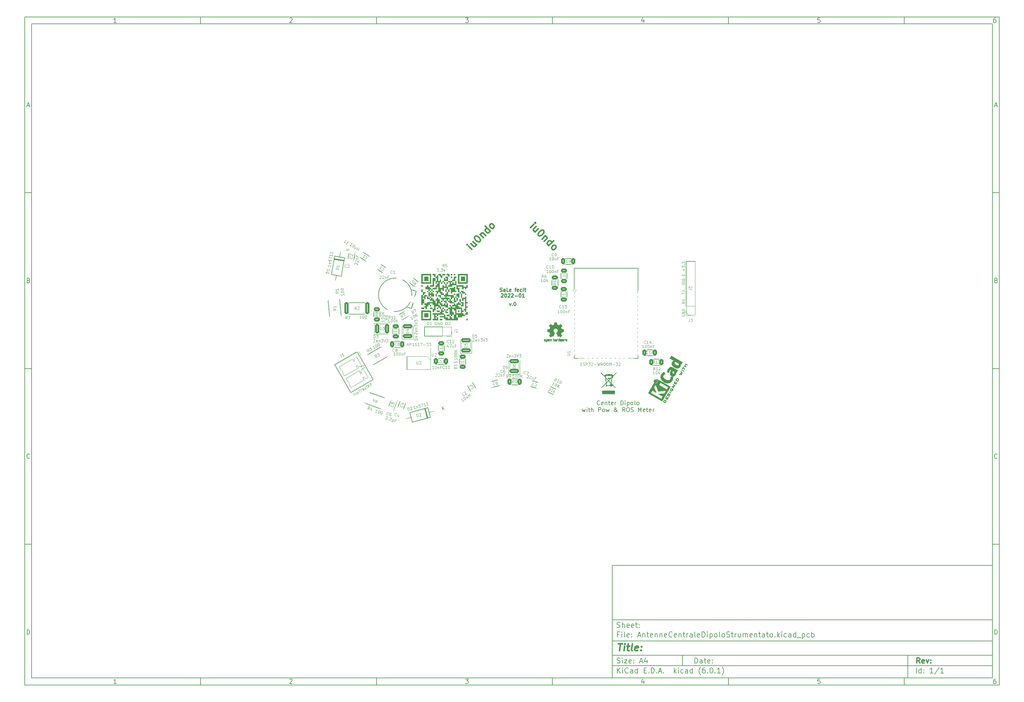
<source format=gto>
G04 #@! TF.GenerationSoftware,KiCad,Pcbnew,(6.0.1)*
G04 #@! TF.CreationDate,2022-01-29T22:50:14+01:00*
G04 #@! TF.ProjectId,AntenneCentraleDipoloStrumentato,416e7465-6e6e-4654-9365-6e7472616c65,rev?*
G04 #@! TF.SameCoordinates,Original*
G04 #@! TF.FileFunction,Legend,Top*
G04 #@! TF.FilePolarity,Positive*
%FSLAX46Y46*%
G04 Gerber Fmt 4.6, Leading zero omitted, Abs format (unit mm)*
G04 Created by KiCad (PCBNEW (6.0.1)) date 2022-01-29 22:50:14*
%MOMM*%
%LPD*%
G01*
G04 APERTURE LIST*
G04 Aperture macros list*
%AMRoundRect*
0 Rectangle with rounded corners*
0 $1 Rounding radius*
0 $2 $3 $4 $5 $6 $7 $8 $9 X,Y pos of 4 corners*
0 Add a 4 corners polygon primitive as box body*
4,1,4,$2,$3,$4,$5,$6,$7,$8,$9,$2,$3,0*
0 Add four circle primitives for the rounded corners*
1,1,$1+$1,$2,$3*
1,1,$1+$1,$4,$5*
1,1,$1+$1,$6,$7*
1,1,$1+$1,$8,$9*
0 Add four rect primitives between the rounded corners*
20,1,$1+$1,$2,$3,$4,$5,0*
20,1,$1+$1,$4,$5,$6,$7,0*
20,1,$1+$1,$6,$7,$8,$9,0*
20,1,$1+$1,$8,$9,$2,$3,0*%
%AMHorizOval*
0 Thick line with rounded ends*
0 $1 width*
0 $2 $3 position (X,Y) of the first rounded end (center of the circle)*
0 $4 $5 position (X,Y) of the second rounded end (center of the circle)*
0 Add line between two ends*
20,1,$1,$2,$3,$4,$5,0*
0 Add two circle primitives to create the rounded ends*
1,1,$1,$2,$3*
1,1,$1,$4,$5*%
%AMRotRect*
0 Rectangle, with rotation*
0 The origin of the aperture is its center*
0 $1 length*
0 $2 width*
0 $3 Rotation angle, in degrees counterclockwise*
0 Add horizontal line*
21,1,$1,$2,0,0,$3*%
G04 Aperture macros list end*
%ADD10C,0.100000*%
%ADD11C,0.150000*%
%ADD12C,0.300000*%
%ADD13C,0.400000*%
%ADD14C,0.250000*%
%ADD15C,0.200000*%
%ADD16C,0.120000*%
%ADD17C,0.010000*%
%ADD18RoundRect,0.250000X-0.312500X-0.625000X0.312500X-0.625000X0.312500X0.625000X-0.312500X0.625000X0*%
%ADD19RoundRect,0.250000X0.547358X0.434374X-0.019085X0.698511X-0.547358X-0.434374X0.019085X-0.698511X0*%
%ADD20RoundRect,0.250000X0.641131X0.277907X0.162353X0.679649X-0.641131X-0.277907X-0.162353X-0.679649X0*%
%ADD21RoundRect,0.250000X0.625000X-0.312500X0.625000X0.312500X-0.625000X0.312500X-0.625000X-0.312500X0*%
%ADD22RoundRect,0.250000X0.743718X0.111843X0.468718X0.588157X-0.743718X-0.111843X-0.468718X-0.588157X0*%
%ADD23RoundRect,0.250000X0.312500X0.625000X-0.312500X0.625000X-0.312500X-0.625000X0.312500X-0.625000X0*%
%ADD24RoundRect,0.250000X-0.625000X0.312500X-0.625000X-0.312500X0.625000X-0.312500X0.625000X0.312500X0*%
%ADD25RoundRect,0.250000X1.451171X-0.236924X1.387983X0.485318X-1.451171X0.236924X-1.387983X-0.485318X0*%
%ADD26HorizOval,7.500000X1.060660X-1.060660X-1.060660X1.060660X0*%
%ADD27C,0.900000*%
%ADD28C,9.000000*%
%ADD29R,1.500000X2.000000*%
%ADD30R,3.800000X2.000000*%
%ADD31HorizOval,7.500000X-1.060660X1.060660X1.060660X-1.060660X0*%
%ADD32RoundRect,0.250000X-0.041867X0.697516X-0.583133X0.385016X0.041867X-0.697516X0.583133X-0.385016X0*%
%ADD33C,3.000000*%
%ADD34C,1.950000*%
%ADD35RotRect,1.800000X1.800000X195.000000*%
%ADD36HorizOval,1.800000X0.000000X0.000000X0.000000X0.000000X0*%
%ADD37RoundRect,0.250000X0.614470X0.332727X0.102500X0.691213X-0.614470X-0.332727X-0.102500X-0.691213X0*%
%ADD38RoundRect,0.250000X0.828017X1.215080X0.146740X1.463044X-0.828017X-1.215080X-0.146740X-1.463044X0*%
%ADD39RoundRect,0.250000X-0.398566X1.415336X-1.026434X1.052836X0.398566X-1.415336X1.026434X-1.052836X0*%
%ADD40HorizOval,7.500000X1.060660X1.060660X-1.060660X-1.060660X0*%
%ADD41R,1.700000X1.700000*%
%ADD42O,1.700000X1.700000*%
%ADD43RoundRect,0.250000X0.561240X-0.416283X0.669770X0.199222X-0.561240X0.416283X-0.669770X-0.199222X0*%
%ADD44RoundRect,0.250000X0.480427X-0.507417X0.694189X0.079891X-0.480427X0.507417X-0.694189X-0.079891X0*%
%ADD45RoundRect,0.250000X0.140090X0.684585X-0.463614X0.522823X-0.140090X-0.684585X0.463614X-0.522823X0*%
%ADD46RoundRect,0.250000X0.463614X0.522823X-0.140090X0.684585X-0.463614X-0.522823X0.140090X-0.684585X0*%
%ADD47HorizOval,7.500000X-1.060660X-1.060660X1.060660X1.060660X0*%
%ADD48RoundRect,0.250000X-0.362500X-1.425000X0.362500X-1.425000X0.362500X1.425000X-0.362500X1.425000X0*%
%ADD49RoundRect,0.250000X-1.667339X-0.212083X-1.017339X-1.337917X1.667339X0.212083X1.017339X1.337917X0*%
%ADD50HorizOval,1.800000X-0.779423X-0.450000X0.779423X0.450000X0*%
%ADD51RoundRect,0.250000X1.075000X-0.375000X1.075000X0.375000X-1.075000X0.375000X-1.075000X-0.375000X0*%
%ADD52RotRect,1.800000X1.800000X260.000000*%
%ADD53HorizOval,1.800000X0.000000X0.000000X0.000000X0.000000X0*%
%ADD54R,5.000000X5.000000*%
%ADD55R,2.000000X0.900000*%
%ADD56R,0.900000X2.000000*%
%ADD57RoundRect,0.250000X-0.375000X-1.075000X0.375000X-1.075000X0.375000X1.075000X-0.375000X1.075000X0*%
%ADD58RoundRect,0.250000X0.626770X0.415673X0.176237X0.731140X-0.626770X-0.415673X-0.176237X-0.731140X0*%
%ADD59C,0.800000*%
%ADD60C,5.000000*%
G04 APERTURE END LIST*
D10*
D11*
X177002200Y-166007200D02*
X177002200Y-198007200D01*
X285002200Y-198007200D01*
X285002200Y-166007200D01*
X177002200Y-166007200D01*
D10*
D11*
X10000000Y-10000000D02*
X10000000Y-200007200D01*
X287002200Y-200007200D01*
X287002200Y-10000000D01*
X10000000Y-10000000D01*
D10*
D11*
X12000000Y-12000000D02*
X12000000Y-198007200D01*
X285002200Y-198007200D01*
X285002200Y-12000000D01*
X12000000Y-12000000D01*
D10*
D11*
X60000000Y-12000000D02*
X60000000Y-10000000D01*
D10*
D11*
X110000000Y-12000000D02*
X110000000Y-10000000D01*
D10*
D11*
X160000000Y-12000000D02*
X160000000Y-10000000D01*
D10*
D11*
X210000000Y-12000000D02*
X210000000Y-10000000D01*
D10*
D11*
X260000000Y-12000000D02*
X260000000Y-10000000D01*
D10*
D11*
X36065476Y-11588095D02*
X35322619Y-11588095D01*
X35694047Y-11588095D02*
X35694047Y-10288095D01*
X35570238Y-10473809D01*
X35446428Y-10597619D01*
X35322619Y-10659523D01*
D10*
D11*
X85322619Y-10411904D02*
X85384523Y-10350000D01*
X85508333Y-10288095D01*
X85817857Y-10288095D01*
X85941666Y-10350000D01*
X86003571Y-10411904D01*
X86065476Y-10535714D01*
X86065476Y-10659523D01*
X86003571Y-10845238D01*
X85260714Y-11588095D01*
X86065476Y-11588095D01*
D10*
D11*
X135260714Y-10288095D02*
X136065476Y-10288095D01*
X135632142Y-10783333D01*
X135817857Y-10783333D01*
X135941666Y-10845238D01*
X136003571Y-10907142D01*
X136065476Y-11030952D01*
X136065476Y-11340476D01*
X136003571Y-11464285D01*
X135941666Y-11526190D01*
X135817857Y-11588095D01*
X135446428Y-11588095D01*
X135322619Y-11526190D01*
X135260714Y-11464285D01*
D10*
D11*
X185941666Y-10721428D02*
X185941666Y-11588095D01*
X185632142Y-10226190D02*
X185322619Y-11154761D01*
X186127380Y-11154761D01*
D10*
D11*
X236003571Y-10288095D02*
X235384523Y-10288095D01*
X235322619Y-10907142D01*
X235384523Y-10845238D01*
X235508333Y-10783333D01*
X235817857Y-10783333D01*
X235941666Y-10845238D01*
X236003571Y-10907142D01*
X236065476Y-11030952D01*
X236065476Y-11340476D01*
X236003571Y-11464285D01*
X235941666Y-11526190D01*
X235817857Y-11588095D01*
X235508333Y-11588095D01*
X235384523Y-11526190D01*
X235322619Y-11464285D01*
D10*
D11*
X285941666Y-10288095D02*
X285694047Y-10288095D01*
X285570238Y-10350000D01*
X285508333Y-10411904D01*
X285384523Y-10597619D01*
X285322619Y-10845238D01*
X285322619Y-11340476D01*
X285384523Y-11464285D01*
X285446428Y-11526190D01*
X285570238Y-11588095D01*
X285817857Y-11588095D01*
X285941666Y-11526190D01*
X286003571Y-11464285D01*
X286065476Y-11340476D01*
X286065476Y-11030952D01*
X286003571Y-10907142D01*
X285941666Y-10845238D01*
X285817857Y-10783333D01*
X285570238Y-10783333D01*
X285446428Y-10845238D01*
X285384523Y-10907142D01*
X285322619Y-11030952D01*
D10*
D11*
X60000000Y-198007200D02*
X60000000Y-200007200D01*
D10*
D11*
X110000000Y-198007200D02*
X110000000Y-200007200D01*
D10*
D11*
X160000000Y-198007200D02*
X160000000Y-200007200D01*
D10*
D11*
X210000000Y-198007200D02*
X210000000Y-200007200D01*
D10*
D11*
X260000000Y-198007200D02*
X260000000Y-200007200D01*
D10*
D11*
X36065476Y-199595295D02*
X35322619Y-199595295D01*
X35694047Y-199595295D02*
X35694047Y-198295295D01*
X35570238Y-198481009D01*
X35446428Y-198604819D01*
X35322619Y-198666723D01*
D10*
D11*
X85322619Y-198419104D02*
X85384523Y-198357200D01*
X85508333Y-198295295D01*
X85817857Y-198295295D01*
X85941666Y-198357200D01*
X86003571Y-198419104D01*
X86065476Y-198542914D01*
X86065476Y-198666723D01*
X86003571Y-198852438D01*
X85260714Y-199595295D01*
X86065476Y-199595295D01*
D10*
D11*
X135260714Y-198295295D02*
X136065476Y-198295295D01*
X135632142Y-198790533D01*
X135817857Y-198790533D01*
X135941666Y-198852438D01*
X136003571Y-198914342D01*
X136065476Y-199038152D01*
X136065476Y-199347676D01*
X136003571Y-199471485D01*
X135941666Y-199533390D01*
X135817857Y-199595295D01*
X135446428Y-199595295D01*
X135322619Y-199533390D01*
X135260714Y-199471485D01*
D10*
D11*
X185941666Y-198728628D02*
X185941666Y-199595295D01*
X185632142Y-198233390D02*
X185322619Y-199161961D01*
X186127380Y-199161961D01*
D10*
D11*
X236003571Y-198295295D02*
X235384523Y-198295295D01*
X235322619Y-198914342D01*
X235384523Y-198852438D01*
X235508333Y-198790533D01*
X235817857Y-198790533D01*
X235941666Y-198852438D01*
X236003571Y-198914342D01*
X236065476Y-199038152D01*
X236065476Y-199347676D01*
X236003571Y-199471485D01*
X235941666Y-199533390D01*
X235817857Y-199595295D01*
X235508333Y-199595295D01*
X235384523Y-199533390D01*
X235322619Y-199471485D01*
D10*
D11*
X285941666Y-198295295D02*
X285694047Y-198295295D01*
X285570238Y-198357200D01*
X285508333Y-198419104D01*
X285384523Y-198604819D01*
X285322619Y-198852438D01*
X285322619Y-199347676D01*
X285384523Y-199471485D01*
X285446428Y-199533390D01*
X285570238Y-199595295D01*
X285817857Y-199595295D01*
X285941666Y-199533390D01*
X286003571Y-199471485D01*
X286065476Y-199347676D01*
X286065476Y-199038152D01*
X286003571Y-198914342D01*
X285941666Y-198852438D01*
X285817857Y-198790533D01*
X285570238Y-198790533D01*
X285446428Y-198852438D01*
X285384523Y-198914342D01*
X285322619Y-199038152D01*
D10*
D11*
X10000000Y-60000000D02*
X12000000Y-60000000D01*
D10*
D11*
X10000000Y-110000000D02*
X12000000Y-110000000D01*
D10*
D11*
X10000000Y-160000000D02*
X12000000Y-160000000D01*
D10*
D11*
X10690476Y-35216666D02*
X11309523Y-35216666D01*
X10566666Y-35588095D02*
X11000000Y-34288095D01*
X11433333Y-35588095D01*
D10*
D11*
X11092857Y-84907142D02*
X11278571Y-84969047D01*
X11340476Y-85030952D01*
X11402380Y-85154761D01*
X11402380Y-85340476D01*
X11340476Y-85464285D01*
X11278571Y-85526190D01*
X11154761Y-85588095D01*
X10659523Y-85588095D01*
X10659523Y-84288095D01*
X11092857Y-84288095D01*
X11216666Y-84350000D01*
X11278571Y-84411904D01*
X11340476Y-84535714D01*
X11340476Y-84659523D01*
X11278571Y-84783333D01*
X11216666Y-84845238D01*
X11092857Y-84907142D01*
X10659523Y-84907142D01*
D10*
D11*
X11402380Y-135464285D02*
X11340476Y-135526190D01*
X11154761Y-135588095D01*
X11030952Y-135588095D01*
X10845238Y-135526190D01*
X10721428Y-135402380D01*
X10659523Y-135278571D01*
X10597619Y-135030952D01*
X10597619Y-134845238D01*
X10659523Y-134597619D01*
X10721428Y-134473809D01*
X10845238Y-134350000D01*
X11030952Y-134288095D01*
X11154761Y-134288095D01*
X11340476Y-134350000D01*
X11402380Y-134411904D01*
D10*
D11*
X10659523Y-185588095D02*
X10659523Y-184288095D01*
X10969047Y-184288095D01*
X11154761Y-184350000D01*
X11278571Y-184473809D01*
X11340476Y-184597619D01*
X11402380Y-184845238D01*
X11402380Y-185030952D01*
X11340476Y-185278571D01*
X11278571Y-185402380D01*
X11154761Y-185526190D01*
X10969047Y-185588095D01*
X10659523Y-185588095D01*
D10*
D11*
X287002200Y-60000000D02*
X285002200Y-60000000D01*
D10*
D11*
X287002200Y-110000000D02*
X285002200Y-110000000D01*
D10*
D11*
X287002200Y-160000000D02*
X285002200Y-160000000D01*
D10*
D11*
X285692676Y-35216666D02*
X286311723Y-35216666D01*
X285568866Y-35588095D02*
X286002200Y-34288095D01*
X286435533Y-35588095D01*
D10*
D11*
X286095057Y-84907142D02*
X286280771Y-84969047D01*
X286342676Y-85030952D01*
X286404580Y-85154761D01*
X286404580Y-85340476D01*
X286342676Y-85464285D01*
X286280771Y-85526190D01*
X286156961Y-85588095D01*
X285661723Y-85588095D01*
X285661723Y-84288095D01*
X286095057Y-84288095D01*
X286218866Y-84350000D01*
X286280771Y-84411904D01*
X286342676Y-84535714D01*
X286342676Y-84659523D01*
X286280771Y-84783333D01*
X286218866Y-84845238D01*
X286095057Y-84907142D01*
X285661723Y-84907142D01*
D10*
D11*
X286404580Y-135464285D02*
X286342676Y-135526190D01*
X286156961Y-135588095D01*
X286033152Y-135588095D01*
X285847438Y-135526190D01*
X285723628Y-135402380D01*
X285661723Y-135278571D01*
X285599819Y-135030952D01*
X285599819Y-134845238D01*
X285661723Y-134597619D01*
X285723628Y-134473809D01*
X285847438Y-134350000D01*
X286033152Y-134288095D01*
X286156961Y-134288095D01*
X286342676Y-134350000D01*
X286404580Y-134411904D01*
D10*
D11*
X285661723Y-185588095D02*
X285661723Y-184288095D01*
X285971247Y-184288095D01*
X286156961Y-184350000D01*
X286280771Y-184473809D01*
X286342676Y-184597619D01*
X286404580Y-184845238D01*
X286404580Y-185030952D01*
X286342676Y-185278571D01*
X286280771Y-185402380D01*
X286156961Y-185526190D01*
X285971247Y-185588095D01*
X285661723Y-185588095D01*
D10*
D11*
X200434342Y-193785771D02*
X200434342Y-192285771D01*
X200791485Y-192285771D01*
X201005771Y-192357200D01*
X201148628Y-192500057D01*
X201220057Y-192642914D01*
X201291485Y-192928628D01*
X201291485Y-193142914D01*
X201220057Y-193428628D01*
X201148628Y-193571485D01*
X201005771Y-193714342D01*
X200791485Y-193785771D01*
X200434342Y-193785771D01*
X202577200Y-193785771D02*
X202577200Y-193000057D01*
X202505771Y-192857200D01*
X202362914Y-192785771D01*
X202077200Y-192785771D01*
X201934342Y-192857200D01*
X202577200Y-193714342D02*
X202434342Y-193785771D01*
X202077200Y-193785771D01*
X201934342Y-193714342D01*
X201862914Y-193571485D01*
X201862914Y-193428628D01*
X201934342Y-193285771D01*
X202077200Y-193214342D01*
X202434342Y-193214342D01*
X202577200Y-193142914D01*
X203077200Y-192785771D02*
X203648628Y-192785771D01*
X203291485Y-192285771D02*
X203291485Y-193571485D01*
X203362914Y-193714342D01*
X203505771Y-193785771D01*
X203648628Y-193785771D01*
X204720057Y-193714342D02*
X204577200Y-193785771D01*
X204291485Y-193785771D01*
X204148628Y-193714342D01*
X204077200Y-193571485D01*
X204077200Y-193000057D01*
X204148628Y-192857200D01*
X204291485Y-192785771D01*
X204577200Y-192785771D01*
X204720057Y-192857200D01*
X204791485Y-193000057D01*
X204791485Y-193142914D01*
X204077200Y-193285771D01*
X205434342Y-193642914D02*
X205505771Y-193714342D01*
X205434342Y-193785771D01*
X205362914Y-193714342D01*
X205434342Y-193642914D01*
X205434342Y-193785771D01*
X205434342Y-192857200D02*
X205505771Y-192928628D01*
X205434342Y-193000057D01*
X205362914Y-192928628D01*
X205434342Y-192857200D01*
X205434342Y-193000057D01*
D10*
D11*
X177002200Y-194507200D02*
X285002200Y-194507200D01*
D10*
D11*
X178434342Y-196585771D02*
X178434342Y-195085771D01*
X179291485Y-196585771D02*
X178648628Y-195728628D01*
X179291485Y-195085771D02*
X178434342Y-195942914D01*
X179934342Y-196585771D02*
X179934342Y-195585771D01*
X179934342Y-195085771D02*
X179862914Y-195157200D01*
X179934342Y-195228628D01*
X180005771Y-195157200D01*
X179934342Y-195085771D01*
X179934342Y-195228628D01*
X181505771Y-196442914D02*
X181434342Y-196514342D01*
X181220057Y-196585771D01*
X181077200Y-196585771D01*
X180862914Y-196514342D01*
X180720057Y-196371485D01*
X180648628Y-196228628D01*
X180577200Y-195942914D01*
X180577200Y-195728628D01*
X180648628Y-195442914D01*
X180720057Y-195300057D01*
X180862914Y-195157200D01*
X181077200Y-195085771D01*
X181220057Y-195085771D01*
X181434342Y-195157200D01*
X181505771Y-195228628D01*
X182791485Y-196585771D02*
X182791485Y-195800057D01*
X182720057Y-195657200D01*
X182577200Y-195585771D01*
X182291485Y-195585771D01*
X182148628Y-195657200D01*
X182791485Y-196514342D02*
X182648628Y-196585771D01*
X182291485Y-196585771D01*
X182148628Y-196514342D01*
X182077200Y-196371485D01*
X182077200Y-196228628D01*
X182148628Y-196085771D01*
X182291485Y-196014342D01*
X182648628Y-196014342D01*
X182791485Y-195942914D01*
X184148628Y-196585771D02*
X184148628Y-195085771D01*
X184148628Y-196514342D02*
X184005771Y-196585771D01*
X183720057Y-196585771D01*
X183577200Y-196514342D01*
X183505771Y-196442914D01*
X183434342Y-196300057D01*
X183434342Y-195871485D01*
X183505771Y-195728628D01*
X183577200Y-195657200D01*
X183720057Y-195585771D01*
X184005771Y-195585771D01*
X184148628Y-195657200D01*
X186005771Y-195800057D02*
X186505771Y-195800057D01*
X186720057Y-196585771D02*
X186005771Y-196585771D01*
X186005771Y-195085771D01*
X186720057Y-195085771D01*
X187362914Y-196442914D02*
X187434342Y-196514342D01*
X187362914Y-196585771D01*
X187291485Y-196514342D01*
X187362914Y-196442914D01*
X187362914Y-196585771D01*
X188077200Y-196585771D02*
X188077200Y-195085771D01*
X188434342Y-195085771D01*
X188648628Y-195157200D01*
X188791485Y-195300057D01*
X188862914Y-195442914D01*
X188934342Y-195728628D01*
X188934342Y-195942914D01*
X188862914Y-196228628D01*
X188791485Y-196371485D01*
X188648628Y-196514342D01*
X188434342Y-196585771D01*
X188077200Y-196585771D01*
X189577200Y-196442914D02*
X189648628Y-196514342D01*
X189577200Y-196585771D01*
X189505771Y-196514342D01*
X189577200Y-196442914D01*
X189577200Y-196585771D01*
X190220057Y-196157200D02*
X190934342Y-196157200D01*
X190077200Y-196585771D02*
X190577200Y-195085771D01*
X191077200Y-196585771D01*
X191577200Y-196442914D02*
X191648628Y-196514342D01*
X191577200Y-196585771D01*
X191505771Y-196514342D01*
X191577200Y-196442914D01*
X191577200Y-196585771D01*
X194577200Y-196585771D02*
X194577200Y-195085771D01*
X194720057Y-196014342D02*
X195148628Y-196585771D01*
X195148628Y-195585771D02*
X194577200Y-196157200D01*
X195791485Y-196585771D02*
X195791485Y-195585771D01*
X195791485Y-195085771D02*
X195720057Y-195157200D01*
X195791485Y-195228628D01*
X195862914Y-195157200D01*
X195791485Y-195085771D01*
X195791485Y-195228628D01*
X197148628Y-196514342D02*
X197005771Y-196585771D01*
X196720057Y-196585771D01*
X196577200Y-196514342D01*
X196505771Y-196442914D01*
X196434342Y-196300057D01*
X196434342Y-195871485D01*
X196505771Y-195728628D01*
X196577200Y-195657200D01*
X196720057Y-195585771D01*
X197005771Y-195585771D01*
X197148628Y-195657200D01*
X198434342Y-196585771D02*
X198434342Y-195800057D01*
X198362914Y-195657200D01*
X198220057Y-195585771D01*
X197934342Y-195585771D01*
X197791485Y-195657200D01*
X198434342Y-196514342D02*
X198291485Y-196585771D01*
X197934342Y-196585771D01*
X197791485Y-196514342D01*
X197720057Y-196371485D01*
X197720057Y-196228628D01*
X197791485Y-196085771D01*
X197934342Y-196014342D01*
X198291485Y-196014342D01*
X198434342Y-195942914D01*
X199791485Y-196585771D02*
X199791485Y-195085771D01*
X199791485Y-196514342D02*
X199648628Y-196585771D01*
X199362914Y-196585771D01*
X199220057Y-196514342D01*
X199148628Y-196442914D01*
X199077200Y-196300057D01*
X199077200Y-195871485D01*
X199148628Y-195728628D01*
X199220057Y-195657200D01*
X199362914Y-195585771D01*
X199648628Y-195585771D01*
X199791485Y-195657200D01*
X202077200Y-197157200D02*
X202005771Y-197085771D01*
X201862914Y-196871485D01*
X201791485Y-196728628D01*
X201720057Y-196514342D01*
X201648628Y-196157200D01*
X201648628Y-195871485D01*
X201720057Y-195514342D01*
X201791485Y-195300057D01*
X201862914Y-195157200D01*
X202005771Y-194942914D01*
X202077200Y-194871485D01*
X203291485Y-195085771D02*
X203005771Y-195085771D01*
X202862914Y-195157200D01*
X202791485Y-195228628D01*
X202648628Y-195442914D01*
X202577200Y-195728628D01*
X202577200Y-196300057D01*
X202648628Y-196442914D01*
X202720057Y-196514342D01*
X202862914Y-196585771D01*
X203148628Y-196585771D01*
X203291485Y-196514342D01*
X203362914Y-196442914D01*
X203434342Y-196300057D01*
X203434342Y-195942914D01*
X203362914Y-195800057D01*
X203291485Y-195728628D01*
X203148628Y-195657200D01*
X202862914Y-195657200D01*
X202720057Y-195728628D01*
X202648628Y-195800057D01*
X202577200Y-195942914D01*
X204077200Y-196442914D02*
X204148628Y-196514342D01*
X204077200Y-196585771D01*
X204005771Y-196514342D01*
X204077200Y-196442914D01*
X204077200Y-196585771D01*
X205077200Y-195085771D02*
X205220057Y-195085771D01*
X205362914Y-195157200D01*
X205434342Y-195228628D01*
X205505771Y-195371485D01*
X205577200Y-195657200D01*
X205577200Y-196014342D01*
X205505771Y-196300057D01*
X205434342Y-196442914D01*
X205362914Y-196514342D01*
X205220057Y-196585771D01*
X205077200Y-196585771D01*
X204934342Y-196514342D01*
X204862914Y-196442914D01*
X204791485Y-196300057D01*
X204720057Y-196014342D01*
X204720057Y-195657200D01*
X204791485Y-195371485D01*
X204862914Y-195228628D01*
X204934342Y-195157200D01*
X205077200Y-195085771D01*
X206220057Y-196442914D02*
X206291485Y-196514342D01*
X206220057Y-196585771D01*
X206148628Y-196514342D01*
X206220057Y-196442914D01*
X206220057Y-196585771D01*
X207720057Y-196585771D02*
X206862914Y-196585771D01*
X207291485Y-196585771D02*
X207291485Y-195085771D01*
X207148628Y-195300057D01*
X207005771Y-195442914D01*
X206862914Y-195514342D01*
X208220057Y-197157200D02*
X208291485Y-197085771D01*
X208434342Y-196871485D01*
X208505771Y-196728628D01*
X208577200Y-196514342D01*
X208648628Y-196157200D01*
X208648628Y-195871485D01*
X208577200Y-195514342D01*
X208505771Y-195300057D01*
X208434342Y-195157200D01*
X208291485Y-194942914D01*
X208220057Y-194871485D01*
D10*
D11*
X177002200Y-191507200D02*
X285002200Y-191507200D01*
D10*
D12*
X264411485Y-193785771D02*
X263911485Y-193071485D01*
X263554342Y-193785771D02*
X263554342Y-192285771D01*
X264125771Y-192285771D01*
X264268628Y-192357200D01*
X264340057Y-192428628D01*
X264411485Y-192571485D01*
X264411485Y-192785771D01*
X264340057Y-192928628D01*
X264268628Y-193000057D01*
X264125771Y-193071485D01*
X263554342Y-193071485D01*
X265625771Y-193714342D02*
X265482914Y-193785771D01*
X265197200Y-193785771D01*
X265054342Y-193714342D01*
X264982914Y-193571485D01*
X264982914Y-193000057D01*
X265054342Y-192857200D01*
X265197200Y-192785771D01*
X265482914Y-192785771D01*
X265625771Y-192857200D01*
X265697200Y-193000057D01*
X265697200Y-193142914D01*
X264982914Y-193285771D01*
X266197200Y-192785771D02*
X266554342Y-193785771D01*
X266911485Y-192785771D01*
X267482914Y-193642914D02*
X267554342Y-193714342D01*
X267482914Y-193785771D01*
X267411485Y-193714342D01*
X267482914Y-193642914D01*
X267482914Y-193785771D01*
X267482914Y-192857200D02*
X267554342Y-192928628D01*
X267482914Y-193000057D01*
X267411485Y-192928628D01*
X267482914Y-192857200D01*
X267482914Y-193000057D01*
D10*
D11*
X178362914Y-193714342D02*
X178577200Y-193785771D01*
X178934342Y-193785771D01*
X179077200Y-193714342D01*
X179148628Y-193642914D01*
X179220057Y-193500057D01*
X179220057Y-193357200D01*
X179148628Y-193214342D01*
X179077200Y-193142914D01*
X178934342Y-193071485D01*
X178648628Y-193000057D01*
X178505771Y-192928628D01*
X178434342Y-192857200D01*
X178362914Y-192714342D01*
X178362914Y-192571485D01*
X178434342Y-192428628D01*
X178505771Y-192357200D01*
X178648628Y-192285771D01*
X179005771Y-192285771D01*
X179220057Y-192357200D01*
X179862914Y-193785771D02*
X179862914Y-192785771D01*
X179862914Y-192285771D02*
X179791485Y-192357200D01*
X179862914Y-192428628D01*
X179934342Y-192357200D01*
X179862914Y-192285771D01*
X179862914Y-192428628D01*
X180434342Y-192785771D02*
X181220057Y-192785771D01*
X180434342Y-193785771D01*
X181220057Y-193785771D01*
X182362914Y-193714342D02*
X182220057Y-193785771D01*
X181934342Y-193785771D01*
X181791485Y-193714342D01*
X181720057Y-193571485D01*
X181720057Y-193000057D01*
X181791485Y-192857200D01*
X181934342Y-192785771D01*
X182220057Y-192785771D01*
X182362914Y-192857200D01*
X182434342Y-193000057D01*
X182434342Y-193142914D01*
X181720057Y-193285771D01*
X183077200Y-193642914D02*
X183148628Y-193714342D01*
X183077200Y-193785771D01*
X183005771Y-193714342D01*
X183077200Y-193642914D01*
X183077200Y-193785771D01*
X183077200Y-192857200D02*
X183148628Y-192928628D01*
X183077200Y-193000057D01*
X183005771Y-192928628D01*
X183077200Y-192857200D01*
X183077200Y-193000057D01*
X184862914Y-193357200D02*
X185577200Y-193357200D01*
X184720057Y-193785771D02*
X185220057Y-192285771D01*
X185720057Y-193785771D01*
X186862914Y-192785771D02*
X186862914Y-193785771D01*
X186505771Y-192214342D02*
X186148628Y-193285771D01*
X187077200Y-193285771D01*
D10*
D11*
X263434342Y-196585771D02*
X263434342Y-195085771D01*
X264791485Y-196585771D02*
X264791485Y-195085771D01*
X264791485Y-196514342D02*
X264648628Y-196585771D01*
X264362914Y-196585771D01*
X264220057Y-196514342D01*
X264148628Y-196442914D01*
X264077200Y-196300057D01*
X264077200Y-195871485D01*
X264148628Y-195728628D01*
X264220057Y-195657200D01*
X264362914Y-195585771D01*
X264648628Y-195585771D01*
X264791485Y-195657200D01*
X265505771Y-196442914D02*
X265577200Y-196514342D01*
X265505771Y-196585771D01*
X265434342Y-196514342D01*
X265505771Y-196442914D01*
X265505771Y-196585771D01*
X265505771Y-195657200D02*
X265577200Y-195728628D01*
X265505771Y-195800057D01*
X265434342Y-195728628D01*
X265505771Y-195657200D01*
X265505771Y-195800057D01*
X268148628Y-196585771D02*
X267291485Y-196585771D01*
X267720057Y-196585771D02*
X267720057Y-195085771D01*
X267577200Y-195300057D01*
X267434342Y-195442914D01*
X267291485Y-195514342D01*
X269862914Y-195014342D02*
X268577200Y-196942914D01*
X271148628Y-196585771D02*
X270291485Y-196585771D01*
X270720057Y-196585771D02*
X270720057Y-195085771D01*
X270577200Y-195300057D01*
X270434342Y-195442914D01*
X270291485Y-195514342D01*
D10*
D11*
X177002200Y-187507200D02*
X285002200Y-187507200D01*
D10*
D13*
X178714580Y-188211961D02*
X179857438Y-188211961D01*
X179036009Y-190211961D02*
X179286009Y-188211961D01*
X180274104Y-190211961D02*
X180440771Y-188878628D01*
X180524104Y-188211961D02*
X180416961Y-188307200D01*
X180500295Y-188402438D01*
X180607438Y-188307200D01*
X180524104Y-188211961D01*
X180500295Y-188402438D01*
X181107438Y-188878628D02*
X181869342Y-188878628D01*
X181476485Y-188211961D02*
X181262200Y-189926247D01*
X181333628Y-190116723D01*
X181512200Y-190211961D01*
X181702676Y-190211961D01*
X182655057Y-190211961D02*
X182476485Y-190116723D01*
X182405057Y-189926247D01*
X182619342Y-188211961D01*
X184190771Y-190116723D02*
X183988390Y-190211961D01*
X183607438Y-190211961D01*
X183428866Y-190116723D01*
X183357438Y-189926247D01*
X183452676Y-189164342D01*
X183571723Y-188973866D01*
X183774104Y-188878628D01*
X184155057Y-188878628D01*
X184333628Y-188973866D01*
X184405057Y-189164342D01*
X184381247Y-189354819D01*
X183405057Y-189545295D01*
X185155057Y-190021485D02*
X185238390Y-190116723D01*
X185131247Y-190211961D01*
X185047914Y-190116723D01*
X185155057Y-190021485D01*
X185131247Y-190211961D01*
X185286009Y-188973866D02*
X185369342Y-189069104D01*
X185262200Y-189164342D01*
X185178866Y-189069104D01*
X185286009Y-188973866D01*
X185262200Y-189164342D01*
D10*
D11*
X178934342Y-185600057D02*
X178434342Y-185600057D01*
X178434342Y-186385771D02*
X178434342Y-184885771D01*
X179148628Y-184885771D01*
X179720057Y-186385771D02*
X179720057Y-185385771D01*
X179720057Y-184885771D02*
X179648628Y-184957200D01*
X179720057Y-185028628D01*
X179791485Y-184957200D01*
X179720057Y-184885771D01*
X179720057Y-185028628D01*
X180648628Y-186385771D02*
X180505771Y-186314342D01*
X180434342Y-186171485D01*
X180434342Y-184885771D01*
X181791485Y-186314342D02*
X181648628Y-186385771D01*
X181362914Y-186385771D01*
X181220057Y-186314342D01*
X181148628Y-186171485D01*
X181148628Y-185600057D01*
X181220057Y-185457200D01*
X181362914Y-185385771D01*
X181648628Y-185385771D01*
X181791485Y-185457200D01*
X181862914Y-185600057D01*
X181862914Y-185742914D01*
X181148628Y-185885771D01*
X182505771Y-186242914D02*
X182577200Y-186314342D01*
X182505771Y-186385771D01*
X182434342Y-186314342D01*
X182505771Y-186242914D01*
X182505771Y-186385771D01*
X182505771Y-185457200D02*
X182577200Y-185528628D01*
X182505771Y-185600057D01*
X182434342Y-185528628D01*
X182505771Y-185457200D01*
X182505771Y-185600057D01*
X184291485Y-185957200D02*
X185005771Y-185957200D01*
X184148628Y-186385771D02*
X184648628Y-184885771D01*
X185148628Y-186385771D01*
X185648628Y-185385771D02*
X185648628Y-186385771D01*
X185648628Y-185528628D02*
X185720057Y-185457200D01*
X185862914Y-185385771D01*
X186077200Y-185385771D01*
X186220057Y-185457200D01*
X186291485Y-185600057D01*
X186291485Y-186385771D01*
X186791485Y-185385771D02*
X187362914Y-185385771D01*
X187005771Y-184885771D02*
X187005771Y-186171485D01*
X187077200Y-186314342D01*
X187220057Y-186385771D01*
X187362914Y-186385771D01*
X188434342Y-186314342D02*
X188291485Y-186385771D01*
X188005771Y-186385771D01*
X187862914Y-186314342D01*
X187791485Y-186171485D01*
X187791485Y-185600057D01*
X187862914Y-185457200D01*
X188005771Y-185385771D01*
X188291485Y-185385771D01*
X188434342Y-185457200D01*
X188505771Y-185600057D01*
X188505771Y-185742914D01*
X187791485Y-185885771D01*
X189148628Y-185385771D02*
X189148628Y-186385771D01*
X189148628Y-185528628D02*
X189220057Y-185457200D01*
X189362914Y-185385771D01*
X189577200Y-185385771D01*
X189720057Y-185457200D01*
X189791485Y-185600057D01*
X189791485Y-186385771D01*
X190505771Y-185385771D02*
X190505771Y-186385771D01*
X190505771Y-185528628D02*
X190577200Y-185457200D01*
X190720057Y-185385771D01*
X190934342Y-185385771D01*
X191077200Y-185457200D01*
X191148628Y-185600057D01*
X191148628Y-186385771D01*
X192434342Y-186314342D02*
X192291485Y-186385771D01*
X192005771Y-186385771D01*
X191862914Y-186314342D01*
X191791485Y-186171485D01*
X191791485Y-185600057D01*
X191862914Y-185457200D01*
X192005771Y-185385771D01*
X192291485Y-185385771D01*
X192434342Y-185457200D01*
X192505771Y-185600057D01*
X192505771Y-185742914D01*
X191791485Y-185885771D01*
X194005771Y-186242914D02*
X193934342Y-186314342D01*
X193720057Y-186385771D01*
X193577200Y-186385771D01*
X193362914Y-186314342D01*
X193220057Y-186171485D01*
X193148628Y-186028628D01*
X193077200Y-185742914D01*
X193077200Y-185528628D01*
X193148628Y-185242914D01*
X193220057Y-185100057D01*
X193362914Y-184957200D01*
X193577200Y-184885771D01*
X193720057Y-184885771D01*
X193934342Y-184957200D01*
X194005771Y-185028628D01*
X195220057Y-186314342D02*
X195077200Y-186385771D01*
X194791485Y-186385771D01*
X194648628Y-186314342D01*
X194577200Y-186171485D01*
X194577200Y-185600057D01*
X194648628Y-185457200D01*
X194791485Y-185385771D01*
X195077200Y-185385771D01*
X195220057Y-185457200D01*
X195291485Y-185600057D01*
X195291485Y-185742914D01*
X194577200Y-185885771D01*
X195934342Y-185385771D02*
X195934342Y-186385771D01*
X195934342Y-185528628D02*
X196005771Y-185457200D01*
X196148628Y-185385771D01*
X196362914Y-185385771D01*
X196505771Y-185457200D01*
X196577200Y-185600057D01*
X196577200Y-186385771D01*
X197077200Y-185385771D02*
X197648628Y-185385771D01*
X197291485Y-184885771D02*
X197291485Y-186171485D01*
X197362914Y-186314342D01*
X197505771Y-186385771D01*
X197648628Y-186385771D01*
X198148628Y-186385771D02*
X198148628Y-185385771D01*
X198148628Y-185671485D02*
X198220057Y-185528628D01*
X198291485Y-185457200D01*
X198434342Y-185385771D01*
X198577200Y-185385771D01*
X199720057Y-186385771D02*
X199720057Y-185600057D01*
X199648628Y-185457200D01*
X199505771Y-185385771D01*
X199220057Y-185385771D01*
X199077200Y-185457200D01*
X199720057Y-186314342D02*
X199577200Y-186385771D01*
X199220057Y-186385771D01*
X199077200Y-186314342D01*
X199005771Y-186171485D01*
X199005771Y-186028628D01*
X199077200Y-185885771D01*
X199220057Y-185814342D01*
X199577200Y-185814342D01*
X199720057Y-185742914D01*
X200648628Y-186385771D02*
X200505771Y-186314342D01*
X200434342Y-186171485D01*
X200434342Y-184885771D01*
X201791485Y-186314342D02*
X201648628Y-186385771D01*
X201362914Y-186385771D01*
X201220057Y-186314342D01*
X201148628Y-186171485D01*
X201148628Y-185600057D01*
X201220057Y-185457200D01*
X201362914Y-185385771D01*
X201648628Y-185385771D01*
X201791485Y-185457200D01*
X201862914Y-185600057D01*
X201862914Y-185742914D01*
X201148628Y-185885771D01*
X202505771Y-186385771D02*
X202505771Y-184885771D01*
X202862914Y-184885771D01*
X203077200Y-184957200D01*
X203220057Y-185100057D01*
X203291485Y-185242914D01*
X203362914Y-185528628D01*
X203362914Y-185742914D01*
X203291485Y-186028628D01*
X203220057Y-186171485D01*
X203077200Y-186314342D01*
X202862914Y-186385771D01*
X202505771Y-186385771D01*
X204005771Y-186385771D02*
X204005771Y-185385771D01*
X204005771Y-184885771D02*
X203934342Y-184957200D01*
X204005771Y-185028628D01*
X204077200Y-184957200D01*
X204005771Y-184885771D01*
X204005771Y-185028628D01*
X204720057Y-185385771D02*
X204720057Y-186885771D01*
X204720057Y-185457200D02*
X204862914Y-185385771D01*
X205148628Y-185385771D01*
X205291485Y-185457200D01*
X205362914Y-185528628D01*
X205434342Y-185671485D01*
X205434342Y-186100057D01*
X205362914Y-186242914D01*
X205291485Y-186314342D01*
X205148628Y-186385771D01*
X204862914Y-186385771D01*
X204720057Y-186314342D01*
X206291485Y-186385771D02*
X206148628Y-186314342D01*
X206077200Y-186242914D01*
X206005771Y-186100057D01*
X206005771Y-185671485D01*
X206077200Y-185528628D01*
X206148628Y-185457200D01*
X206291485Y-185385771D01*
X206505771Y-185385771D01*
X206648628Y-185457200D01*
X206720057Y-185528628D01*
X206791485Y-185671485D01*
X206791485Y-186100057D01*
X206720057Y-186242914D01*
X206648628Y-186314342D01*
X206505771Y-186385771D01*
X206291485Y-186385771D01*
X207648628Y-186385771D02*
X207505771Y-186314342D01*
X207434342Y-186171485D01*
X207434342Y-184885771D01*
X208434342Y-186385771D02*
X208291485Y-186314342D01*
X208220057Y-186242914D01*
X208148628Y-186100057D01*
X208148628Y-185671485D01*
X208220057Y-185528628D01*
X208291485Y-185457200D01*
X208434342Y-185385771D01*
X208648628Y-185385771D01*
X208791485Y-185457200D01*
X208862914Y-185528628D01*
X208934342Y-185671485D01*
X208934342Y-186100057D01*
X208862914Y-186242914D01*
X208791485Y-186314342D01*
X208648628Y-186385771D01*
X208434342Y-186385771D01*
X209505771Y-186314342D02*
X209720057Y-186385771D01*
X210077200Y-186385771D01*
X210220057Y-186314342D01*
X210291485Y-186242914D01*
X210362914Y-186100057D01*
X210362914Y-185957200D01*
X210291485Y-185814342D01*
X210220057Y-185742914D01*
X210077200Y-185671485D01*
X209791485Y-185600057D01*
X209648628Y-185528628D01*
X209577200Y-185457200D01*
X209505771Y-185314342D01*
X209505771Y-185171485D01*
X209577200Y-185028628D01*
X209648628Y-184957200D01*
X209791485Y-184885771D01*
X210148628Y-184885771D01*
X210362914Y-184957200D01*
X210791485Y-185385771D02*
X211362914Y-185385771D01*
X211005771Y-184885771D02*
X211005771Y-186171485D01*
X211077200Y-186314342D01*
X211220057Y-186385771D01*
X211362914Y-186385771D01*
X211862914Y-186385771D02*
X211862914Y-185385771D01*
X211862914Y-185671485D02*
X211934342Y-185528628D01*
X212005771Y-185457200D01*
X212148628Y-185385771D01*
X212291485Y-185385771D01*
X213434342Y-185385771D02*
X213434342Y-186385771D01*
X212791485Y-185385771D02*
X212791485Y-186171485D01*
X212862914Y-186314342D01*
X213005771Y-186385771D01*
X213220057Y-186385771D01*
X213362914Y-186314342D01*
X213434342Y-186242914D01*
X214148628Y-186385771D02*
X214148628Y-185385771D01*
X214148628Y-185528628D02*
X214220057Y-185457200D01*
X214362914Y-185385771D01*
X214577200Y-185385771D01*
X214720057Y-185457200D01*
X214791485Y-185600057D01*
X214791485Y-186385771D01*
X214791485Y-185600057D02*
X214862914Y-185457200D01*
X215005771Y-185385771D01*
X215220057Y-185385771D01*
X215362914Y-185457200D01*
X215434342Y-185600057D01*
X215434342Y-186385771D01*
X216720057Y-186314342D02*
X216577200Y-186385771D01*
X216291485Y-186385771D01*
X216148628Y-186314342D01*
X216077200Y-186171485D01*
X216077200Y-185600057D01*
X216148628Y-185457200D01*
X216291485Y-185385771D01*
X216577200Y-185385771D01*
X216720057Y-185457200D01*
X216791485Y-185600057D01*
X216791485Y-185742914D01*
X216077200Y-185885771D01*
X217434342Y-185385771D02*
X217434342Y-186385771D01*
X217434342Y-185528628D02*
X217505771Y-185457200D01*
X217648628Y-185385771D01*
X217862914Y-185385771D01*
X218005771Y-185457200D01*
X218077200Y-185600057D01*
X218077200Y-186385771D01*
X218577200Y-185385771D02*
X219148628Y-185385771D01*
X218791485Y-184885771D02*
X218791485Y-186171485D01*
X218862914Y-186314342D01*
X219005771Y-186385771D01*
X219148628Y-186385771D01*
X220291485Y-186385771D02*
X220291485Y-185600057D01*
X220220057Y-185457200D01*
X220077200Y-185385771D01*
X219791485Y-185385771D01*
X219648628Y-185457200D01*
X220291485Y-186314342D02*
X220148628Y-186385771D01*
X219791485Y-186385771D01*
X219648628Y-186314342D01*
X219577200Y-186171485D01*
X219577200Y-186028628D01*
X219648628Y-185885771D01*
X219791485Y-185814342D01*
X220148628Y-185814342D01*
X220291485Y-185742914D01*
X220791485Y-185385771D02*
X221362914Y-185385771D01*
X221005771Y-184885771D02*
X221005771Y-186171485D01*
X221077200Y-186314342D01*
X221220057Y-186385771D01*
X221362914Y-186385771D01*
X222077200Y-186385771D02*
X221934342Y-186314342D01*
X221862914Y-186242914D01*
X221791485Y-186100057D01*
X221791485Y-185671485D01*
X221862914Y-185528628D01*
X221934342Y-185457200D01*
X222077200Y-185385771D01*
X222291485Y-185385771D01*
X222434342Y-185457200D01*
X222505771Y-185528628D01*
X222577200Y-185671485D01*
X222577200Y-186100057D01*
X222505771Y-186242914D01*
X222434342Y-186314342D01*
X222291485Y-186385771D01*
X222077200Y-186385771D01*
X223220057Y-186242914D02*
X223291485Y-186314342D01*
X223220057Y-186385771D01*
X223148628Y-186314342D01*
X223220057Y-186242914D01*
X223220057Y-186385771D01*
X223934342Y-186385771D02*
X223934342Y-184885771D01*
X224077200Y-185814342D02*
X224505771Y-186385771D01*
X224505771Y-185385771D02*
X223934342Y-185957200D01*
X225148628Y-186385771D02*
X225148628Y-185385771D01*
X225148628Y-184885771D02*
X225077200Y-184957200D01*
X225148628Y-185028628D01*
X225220057Y-184957200D01*
X225148628Y-184885771D01*
X225148628Y-185028628D01*
X226505771Y-186314342D02*
X226362914Y-186385771D01*
X226077200Y-186385771D01*
X225934342Y-186314342D01*
X225862914Y-186242914D01*
X225791485Y-186100057D01*
X225791485Y-185671485D01*
X225862914Y-185528628D01*
X225934342Y-185457200D01*
X226077200Y-185385771D01*
X226362914Y-185385771D01*
X226505771Y-185457200D01*
X227791485Y-186385771D02*
X227791485Y-185600057D01*
X227720057Y-185457200D01*
X227577200Y-185385771D01*
X227291485Y-185385771D01*
X227148628Y-185457200D01*
X227791485Y-186314342D02*
X227648628Y-186385771D01*
X227291485Y-186385771D01*
X227148628Y-186314342D01*
X227077200Y-186171485D01*
X227077200Y-186028628D01*
X227148628Y-185885771D01*
X227291485Y-185814342D01*
X227648628Y-185814342D01*
X227791485Y-185742914D01*
X229148628Y-186385771D02*
X229148628Y-184885771D01*
X229148628Y-186314342D02*
X229005771Y-186385771D01*
X228720057Y-186385771D01*
X228577200Y-186314342D01*
X228505771Y-186242914D01*
X228434342Y-186100057D01*
X228434342Y-185671485D01*
X228505771Y-185528628D01*
X228577200Y-185457200D01*
X228720057Y-185385771D01*
X229005771Y-185385771D01*
X229148628Y-185457200D01*
X229505771Y-186528628D02*
X230648628Y-186528628D01*
X231005771Y-185385771D02*
X231005771Y-186885771D01*
X231005771Y-185457200D02*
X231148628Y-185385771D01*
X231434342Y-185385771D01*
X231577200Y-185457200D01*
X231648628Y-185528628D01*
X231720057Y-185671485D01*
X231720057Y-186100057D01*
X231648628Y-186242914D01*
X231577200Y-186314342D01*
X231434342Y-186385771D01*
X231148628Y-186385771D01*
X231005771Y-186314342D01*
X233005771Y-186314342D02*
X232862914Y-186385771D01*
X232577200Y-186385771D01*
X232434342Y-186314342D01*
X232362914Y-186242914D01*
X232291485Y-186100057D01*
X232291485Y-185671485D01*
X232362914Y-185528628D01*
X232434342Y-185457200D01*
X232577200Y-185385771D01*
X232862914Y-185385771D01*
X233005771Y-185457200D01*
X233648628Y-186385771D02*
X233648628Y-184885771D01*
X233648628Y-185457200D02*
X233791485Y-185385771D01*
X234077200Y-185385771D01*
X234220057Y-185457200D01*
X234291485Y-185528628D01*
X234362914Y-185671485D01*
X234362914Y-186100057D01*
X234291485Y-186242914D01*
X234220057Y-186314342D01*
X234077200Y-186385771D01*
X233791485Y-186385771D01*
X233648628Y-186314342D01*
D10*
D11*
X177002200Y-181507200D02*
X285002200Y-181507200D01*
D10*
D11*
X178362914Y-183614342D02*
X178577200Y-183685771D01*
X178934342Y-183685771D01*
X179077200Y-183614342D01*
X179148628Y-183542914D01*
X179220057Y-183400057D01*
X179220057Y-183257200D01*
X179148628Y-183114342D01*
X179077200Y-183042914D01*
X178934342Y-182971485D01*
X178648628Y-182900057D01*
X178505771Y-182828628D01*
X178434342Y-182757200D01*
X178362914Y-182614342D01*
X178362914Y-182471485D01*
X178434342Y-182328628D01*
X178505771Y-182257200D01*
X178648628Y-182185771D01*
X179005771Y-182185771D01*
X179220057Y-182257200D01*
X179862914Y-183685771D02*
X179862914Y-182185771D01*
X180505771Y-183685771D02*
X180505771Y-182900057D01*
X180434342Y-182757200D01*
X180291485Y-182685771D01*
X180077200Y-182685771D01*
X179934342Y-182757200D01*
X179862914Y-182828628D01*
X181791485Y-183614342D02*
X181648628Y-183685771D01*
X181362914Y-183685771D01*
X181220057Y-183614342D01*
X181148628Y-183471485D01*
X181148628Y-182900057D01*
X181220057Y-182757200D01*
X181362914Y-182685771D01*
X181648628Y-182685771D01*
X181791485Y-182757200D01*
X181862914Y-182900057D01*
X181862914Y-183042914D01*
X181148628Y-183185771D01*
X183077200Y-183614342D02*
X182934342Y-183685771D01*
X182648628Y-183685771D01*
X182505771Y-183614342D01*
X182434342Y-183471485D01*
X182434342Y-182900057D01*
X182505771Y-182757200D01*
X182648628Y-182685771D01*
X182934342Y-182685771D01*
X183077200Y-182757200D01*
X183148628Y-182900057D01*
X183148628Y-183042914D01*
X182434342Y-183185771D01*
X183577200Y-182685771D02*
X184148628Y-182685771D01*
X183791485Y-182185771D02*
X183791485Y-183471485D01*
X183862914Y-183614342D01*
X184005771Y-183685771D01*
X184148628Y-183685771D01*
X184648628Y-183542914D02*
X184720057Y-183614342D01*
X184648628Y-183685771D01*
X184577200Y-183614342D01*
X184648628Y-183542914D01*
X184648628Y-183685771D01*
X184648628Y-182757200D02*
X184720057Y-182828628D01*
X184648628Y-182900057D01*
X184577200Y-182828628D01*
X184648628Y-182757200D01*
X184648628Y-182900057D01*
D10*
D12*
D10*
D11*
D10*
D11*
D10*
D11*
D10*
D11*
D10*
D11*
X197002200Y-191507200D02*
X197002200Y-194507200D01*
D10*
D11*
X261002200Y-191507200D02*
X261002200Y-198007200D01*
D14*
X147713819Y-91428914D02*
X147951914Y-92095580D01*
X148190009Y-91428914D01*
X148570961Y-92000342D02*
X148618580Y-92047961D01*
X148570961Y-92095580D01*
X148523342Y-92047961D01*
X148570961Y-92000342D01*
X148570961Y-92095580D01*
X149237628Y-91095580D02*
X149332866Y-91095580D01*
X149428104Y-91143200D01*
X149475723Y-91190819D01*
X149523342Y-91286057D01*
X149570961Y-91476533D01*
X149570961Y-91714628D01*
X149523342Y-91905104D01*
X149475723Y-92000342D01*
X149428104Y-92047961D01*
X149332866Y-92095580D01*
X149237628Y-92095580D01*
X149142390Y-92047961D01*
X149094771Y-92000342D01*
X149047152Y-91905104D01*
X148999533Y-91714628D01*
X148999533Y-91476533D01*
X149047152Y-91286057D01*
X149094771Y-91190819D01*
X149142390Y-91143200D01*
X149237628Y-91095580D01*
X145072552Y-88042561D02*
X145215409Y-88090180D01*
X145453504Y-88090180D01*
X145548742Y-88042561D01*
X145596361Y-87994942D01*
X145643980Y-87899704D01*
X145643980Y-87804466D01*
X145596361Y-87709228D01*
X145548742Y-87661609D01*
X145453504Y-87613990D01*
X145263028Y-87566371D01*
X145167790Y-87518752D01*
X145120171Y-87471133D01*
X145072552Y-87375895D01*
X145072552Y-87280657D01*
X145120171Y-87185419D01*
X145167790Y-87137800D01*
X145263028Y-87090180D01*
X145501123Y-87090180D01*
X145643980Y-87137800D01*
X146501123Y-88090180D02*
X146501123Y-87566371D01*
X146453504Y-87471133D01*
X146358266Y-87423514D01*
X146167790Y-87423514D01*
X146072552Y-87471133D01*
X146501123Y-88042561D02*
X146405885Y-88090180D01*
X146167790Y-88090180D01*
X146072552Y-88042561D01*
X146024933Y-87947323D01*
X146024933Y-87852085D01*
X146072552Y-87756847D01*
X146167790Y-87709228D01*
X146405885Y-87709228D01*
X146501123Y-87661609D01*
X147453504Y-88090180D02*
X146977314Y-88090180D01*
X146977314Y-87090180D01*
X148167790Y-88042561D02*
X148072552Y-88090180D01*
X147882076Y-88090180D01*
X147786838Y-88042561D01*
X147739219Y-87947323D01*
X147739219Y-87566371D01*
X147786838Y-87471133D01*
X147882076Y-87423514D01*
X148072552Y-87423514D01*
X148167790Y-87471133D01*
X148215409Y-87566371D01*
X148215409Y-87661609D01*
X147739219Y-87756847D01*
X149263028Y-87423514D02*
X149643980Y-87423514D01*
X149405885Y-88090180D02*
X149405885Y-87233038D01*
X149453504Y-87137800D01*
X149548742Y-87090180D01*
X149643980Y-87090180D01*
X150358266Y-88042561D02*
X150263028Y-88090180D01*
X150072552Y-88090180D01*
X149977314Y-88042561D01*
X149929695Y-87947323D01*
X149929695Y-87566371D01*
X149977314Y-87471133D01*
X150072552Y-87423514D01*
X150263028Y-87423514D01*
X150358266Y-87471133D01*
X150405885Y-87566371D01*
X150405885Y-87661609D01*
X149929695Y-87756847D01*
X151263028Y-88042561D02*
X151167790Y-88090180D01*
X150977314Y-88090180D01*
X150882076Y-88042561D01*
X150834457Y-87994942D01*
X150786838Y-87899704D01*
X150786838Y-87613990D01*
X150834457Y-87518752D01*
X150882076Y-87471133D01*
X150977314Y-87423514D01*
X151167790Y-87423514D01*
X151263028Y-87471133D01*
X151691600Y-88090180D02*
X151691600Y-87423514D01*
X151691600Y-87090180D02*
X151643980Y-87137800D01*
X151691600Y-87185419D01*
X151739219Y-87137800D01*
X151691600Y-87090180D01*
X151691600Y-87185419D01*
X152024933Y-87423514D02*
X152405885Y-87423514D01*
X152167790Y-87090180D02*
X152167790Y-87947323D01*
X152215409Y-88042561D01*
X152310647Y-88090180D01*
X152405885Y-88090180D01*
X145405885Y-88795419D02*
X145453504Y-88747800D01*
X145548742Y-88700180D01*
X145786838Y-88700180D01*
X145882076Y-88747800D01*
X145929695Y-88795419D01*
X145977314Y-88890657D01*
X145977314Y-88985895D01*
X145929695Y-89128752D01*
X145358266Y-89700180D01*
X145977314Y-89700180D01*
X146596361Y-88700180D02*
X146691600Y-88700180D01*
X146786838Y-88747800D01*
X146834457Y-88795419D01*
X146882076Y-88890657D01*
X146929695Y-89081133D01*
X146929695Y-89319228D01*
X146882076Y-89509704D01*
X146834457Y-89604942D01*
X146786838Y-89652561D01*
X146691600Y-89700180D01*
X146596361Y-89700180D01*
X146501123Y-89652561D01*
X146453504Y-89604942D01*
X146405885Y-89509704D01*
X146358266Y-89319228D01*
X146358266Y-89081133D01*
X146405885Y-88890657D01*
X146453504Y-88795419D01*
X146501123Y-88747800D01*
X146596361Y-88700180D01*
X147310647Y-88795419D02*
X147358266Y-88747800D01*
X147453504Y-88700180D01*
X147691600Y-88700180D01*
X147786838Y-88747800D01*
X147834457Y-88795419D01*
X147882076Y-88890657D01*
X147882076Y-88985895D01*
X147834457Y-89128752D01*
X147263028Y-89700180D01*
X147882076Y-89700180D01*
X148263028Y-88795419D02*
X148310647Y-88747800D01*
X148405885Y-88700180D01*
X148643980Y-88700180D01*
X148739219Y-88747800D01*
X148786838Y-88795419D01*
X148834457Y-88890657D01*
X148834457Y-88985895D01*
X148786838Y-89128752D01*
X148215409Y-89700180D01*
X148834457Y-89700180D01*
X149263028Y-89319228D02*
X150024933Y-89319228D01*
X150691600Y-88700180D02*
X150786838Y-88700180D01*
X150882076Y-88747800D01*
X150929695Y-88795419D01*
X150977314Y-88890657D01*
X151024933Y-89081133D01*
X151024933Y-89319228D01*
X150977314Y-89509704D01*
X150929695Y-89604942D01*
X150882076Y-89652561D01*
X150786838Y-89700180D01*
X150691600Y-89700180D01*
X150596361Y-89652561D01*
X150548742Y-89604942D01*
X150501123Y-89509704D01*
X150453504Y-89319228D01*
X150453504Y-89081133D01*
X150501123Y-88890657D01*
X150548742Y-88795419D01*
X150596361Y-88747800D01*
X150691600Y-88700180D01*
X151977314Y-89700180D02*
X151405885Y-89700180D01*
X151691600Y-89700180D02*
X151691600Y-88700180D01*
X151596361Y-88843038D01*
X151501123Y-88938276D01*
X151405885Y-88985895D01*
D13*
X153709348Y-69848075D02*
X154652157Y-68905266D01*
X155123562Y-68433861D02*
X154988875Y-68433861D01*
X154988875Y-68568548D01*
X155123562Y-68568548D01*
X155123562Y-68433861D01*
X154988875Y-68568548D01*
X155931684Y-70184792D02*
X154988875Y-71127601D01*
X155325592Y-69578701D02*
X154584814Y-70319479D01*
X154517470Y-70521510D01*
X154584814Y-70723540D01*
X154786844Y-70925571D01*
X154988875Y-70992914D01*
X155123562Y-70992914D01*
X157345897Y-70656197D02*
X157480584Y-70790884D01*
X157547928Y-70992914D01*
X157547928Y-71127601D01*
X157480584Y-71329632D01*
X157278554Y-71666349D01*
X156941836Y-72003067D01*
X156605119Y-72205097D01*
X156403088Y-72272441D01*
X156268401Y-72272441D01*
X156066371Y-72205097D01*
X155931684Y-72070410D01*
X155864340Y-71868380D01*
X155864340Y-71733693D01*
X155931684Y-71531662D01*
X156133714Y-71194945D01*
X156470432Y-70858227D01*
X156807149Y-70656197D01*
X157009180Y-70588853D01*
X157143867Y-70588853D01*
X157345897Y-70656197D01*
X157951989Y-72205097D02*
X157009180Y-73147906D01*
X157817302Y-72339784D02*
X157951989Y-72339784D01*
X158154019Y-72407128D01*
X158356050Y-72609158D01*
X158423393Y-72811189D01*
X158356050Y-73013219D01*
X157615271Y-73753998D01*
X158894798Y-75033524D02*
X160309011Y-73619311D01*
X158962141Y-74966181D02*
X158760111Y-74898837D01*
X158490737Y-74629463D01*
X158423393Y-74427433D01*
X158423393Y-74292746D01*
X158490737Y-74090715D01*
X158894798Y-73686654D01*
X159096828Y-73619311D01*
X159231515Y-73619311D01*
X159433546Y-73686654D01*
X159702920Y-73956028D01*
X159770263Y-74158059D01*
X159770263Y-75908990D02*
X159702920Y-75706959D01*
X159702920Y-75572272D01*
X159770263Y-75370242D01*
X160174324Y-74966181D01*
X160376355Y-74898837D01*
X160511042Y-74898837D01*
X160713072Y-74966181D01*
X160915103Y-75168211D01*
X160982446Y-75370242D01*
X160982446Y-75504929D01*
X160915103Y-75706959D01*
X160511042Y-76111020D01*
X160309011Y-76178364D01*
X160174324Y-76178364D01*
X159972294Y-76111020D01*
X159770263Y-75908990D01*
X137056475Y-76084451D02*
X136113666Y-75141642D01*
X135642261Y-74670237D02*
X135642261Y-74804924D01*
X135776948Y-74804924D01*
X135776948Y-74670237D01*
X135642261Y-74670237D01*
X135776948Y-74804924D01*
X137393192Y-73862115D02*
X138336001Y-74804924D01*
X136787101Y-74468207D02*
X137527879Y-75208985D01*
X137729910Y-75276329D01*
X137931940Y-75208985D01*
X138133971Y-75006955D01*
X138201314Y-74804924D01*
X138201314Y-74670237D01*
X137864597Y-72447902D02*
X137999284Y-72313215D01*
X138201314Y-72245871D01*
X138336001Y-72245871D01*
X138538032Y-72313215D01*
X138874749Y-72515245D01*
X139211467Y-72851963D01*
X139413497Y-73188680D01*
X139480841Y-73390711D01*
X139480841Y-73525398D01*
X139413497Y-73727428D01*
X139278810Y-73862115D01*
X139076780Y-73929459D01*
X138942093Y-73929459D01*
X138740062Y-73862115D01*
X138403345Y-73660085D01*
X138066627Y-73323367D01*
X137864597Y-72986650D01*
X137797253Y-72784619D01*
X137797253Y-72649932D01*
X137864597Y-72447902D01*
X139413497Y-71841810D02*
X140356306Y-72784619D01*
X139548184Y-71976497D02*
X139548184Y-71841810D01*
X139615528Y-71639780D01*
X139817558Y-71437749D01*
X140019589Y-71370406D01*
X140221619Y-71437749D01*
X140962398Y-72178528D01*
X142241924Y-70899001D02*
X140827711Y-69484788D01*
X142174581Y-70831658D02*
X142107237Y-71033688D01*
X141837863Y-71303062D01*
X141635833Y-71370406D01*
X141501146Y-71370406D01*
X141299115Y-71303062D01*
X140895054Y-70899001D01*
X140827711Y-70696971D01*
X140827711Y-70562284D01*
X140895054Y-70360253D01*
X141164428Y-70090879D01*
X141366459Y-70023536D01*
X143117390Y-70023536D02*
X142915359Y-70090879D01*
X142780672Y-70090879D01*
X142578642Y-70023536D01*
X142174581Y-69619475D01*
X142107237Y-69417444D01*
X142107237Y-69282757D01*
X142174581Y-69080727D01*
X142376611Y-68878696D01*
X142578642Y-68811353D01*
X142713329Y-68811353D01*
X142915359Y-68878696D01*
X143319420Y-69282757D01*
X143386764Y-69484788D01*
X143386764Y-69619475D01*
X143319420Y-69821505D01*
X143117390Y-70023536D01*
D15*
X173438200Y-120239571D02*
X173381057Y-120296714D01*
X173209628Y-120353857D01*
X173095342Y-120353857D01*
X172923914Y-120296714D01*
X172809628Y-120182428D01*
X172752485Y-120068142D01*
X172695342Y-119839571D01*
X172695342Y-119668142D01*
X172752485Y-119439571D01*
X172809628Y-119325285D01*
X172923914Y-119211000D01*
X173095342Y-119153857D01*
X173209628Y-119153857D01*
X173381057Y-119211000D01*
X173438200Y-119268142D01*
X174409628Y-120296714D02*
X174295342Y-120353857D01*
X174066771Y-120353857D01*
X173952485Y-120296714D01*
X173895342Y-120182428D01*
X173895342Y-119725285D01*
X173952485Y-119611000D01*
X174066771Y-119553857D01*
X174295342Y-119553857D01*
X174409628Y-119611000D01*
X174466771Y-119725285D01*
X174466771Y-119839571D01*
X173895342Y-119953857D01*
X174981057Y-119553857D02*
X174981057Y-120353857D01*
X174981057Y-119668142D02*
X175038200Y-119611000D01*
X175152485Y-119553857D01*
X175323914Y-119553857D01*
X175438200Y-119611000D01*
X175495342Y-119725285D01*
X175495342Y-120353857D01*
X175895342Y-119553857D02*
X176352485Y-119553857D01*
X176066771Y-119153857D02*
X176066771Y-120182428D01*
X176123914Y-120296714D01*
X176238200Y-120353857D01*
X176352485Y-120353857D01*
X177209628Y-120296714D02*
X177095342Y-120353857D01*
X176866771Y-120353857D01*
X176752485Y-120296714D01*
X176695342Y-120182428D01*
X176695342Y-119725285D01*
X176752485Y-119611000D01*
X176866771Y-119553857D01*
X177095342Y-119553857D01*
X177209628Y-119611000D01*
X177266771Y-119725285D01*
X177266771Y-119839571D01*
X176695342Y-119953857D01*
X177781057Y-120353857D02*
X177781057Y-119553857D01*
X177781057Y-119782428D02*
X177838200Y-119668142D01*
X177895342Y-119611000D01*
X178009628Y-119553857D01*
X178123914Y-119553857D01*
X179438200Y-120353857D02*
X179438200Y-119153857D01*
X179723914Y-119153857D01*
X179895342Y-119211000D01*
X180009628Y-119325285D01*
X180066771Y-119439571D01*
X180123914Y-119668142D01*
X180123914Y-119839571D01*
X180066771Y-120068142D01*
X180009628Y-120182428D01*
X179895342Y-120296714D01*
X179723914Y-120353857D01*
X179438200Y-120353857D01*
X180638200Y-120353857D02*
X180638200Y-119553857D01*
X180638200Y-119153857D02*
X180581057Y-119211000D01*
X180638200Y-119268142D01*
X180695342Y-119211000D01*
X180638200Y-119153857D01*
X180638200Y-119268142D01*
X181209628Y-119553857D02*
X181209628Y-120753857D01*
X181209628Y-119611000D02*
X181323914Y-119553857D01*
X181552485Y-119553857D01*
X181666771Y-119611000D01*
X181723914Y-119668142D01*
X181781057Y-119782428D01*
X181781057Y-120125285D01*
X181723914Y-120239571D01*
X181666771Y-120296714D01*
X181552485Y-120353857D01*
X181323914Y-120353857D01*
X181209628Y-120296714D01*
X182466771Y-120353857D02*
X182352485Y-120296714D01*
X182295342Y-120239571D01*
X182238200Y-120125285D01*
X182238200Y-119782428D01*
X182295342Y-119668142D01*
X182352485Y-119611000D01*
X182466771Y-119553857D01*
X182638200Y-119553857D01*
X182752485Y-119611000D01*
X182809628Y-119668142D01*
X182866771Y-119782428D01*
X182866771Y-120125285D01*
X182809628Y-120239571D01*
X182752485Y-120296714D01*
X182638200Y-120353857D01*
X182466771Y-120353857D01*
X183552485Y-120353857D02*
X183438200Y-120296714D01*
X183381057Y-120182428D01*
X183381057Y-119153857D01*
X184181057Y-120353857D02*
X184066771Y-120296714D01*
X184009628Y-120239571D01*
X183952485Y-120125285D01*
X183952485Y-119782428D01*
X184009628Y-119668142D01*
X184066771Y-119611000D01*
X184181057Y-119553857D01*
X184352485Y-119553857D01*
X184466771Y-119611000D01*
X184523914Y-119668142D01*
X184581057Y-119782428D01*
X184581057Y-120125285D01*
X184523914Y-120239571D01*
X184466771Y-120296714D01*
X184352485Y-120353857D01*
X184181057Y-120353857D01*
X168438200Y-121485857D02*
X168666771Y-122285857D01*
X168895342Y-121714428D01*
X169123914Y-122285857D01*
X169352485Y-121485857D01*
X169809628Y-122285857D02*
X169809628Y-121485857D01*
X169809628Y-121085857D02*
X169752485Y-121143000D01*
X169809628Y-121200142D01*
X169866771Y-121143000D01*
X169809628Y-121085857D01*
X169809628Y-121200142D01*
X170209628Y-121485857D02*
X170666771Y-121485857D01*
X170381057Y-121085857D02*
X170381057Y-122114428D01*
X170438200Y-122228714D01*
X170552485Y-122285857D01*
X170666771Y-122285857D01*
X171066771Y-122285857D02*
X171066771Y-121085857D01*
X171581057Y-122285857D02*
X171581057Y-121657285D01*
X171523914Y-121543000D01*
X171409628Y-121485857D01*
X171238200Y-121485857D01*
X171123914Y-121543000D01*
X171066771Y-121600142D01*
X173066771Y-122285857D02*
X173066771Y-121085857D01*
X173523914Y-121085857D01*
X173638200Y-121143000D01*
X173695342Y-121200142D01*
X173752485Y-121314428D01*
X173752485Y-121485857D01*
X173695342Y-121600142D01*
X173638200Y-121657285D01*
X173523914Y-121714428D01*
X173066771Y-121714428D01*
X174438200Y-122285857D02*
X174323914Y-122228714D01*
X174266771Y-122171571D01*
X174209628Y-122057285D01*
X174209628Y-121714428D01*
X174266771Y-121600142D01*
X174323914Y-121543000D01*
X174438200Y-121485857D01*
X174609628Y-121485857D01*
X174723914Y-121543000D01*
X174781057Y-121600142D01*
X174838200Y-121714428D01*
X174838200Y-122057285D01*
X174781057Y-122171571D01*
X174723914Y-122228714D01*
X174609628Y-122285857D01*
X174438200Y-122285857D01*
X175238200Y-121485857D02*
X175466771Y-122285857D01*
X175695342Y-121714428D01*
X175923914Y-122285857D01*
X176152485Y-121485857D01*
X178495342Y-122285857D02*
X178438200Y-122285857D01*
X178323914Y-122228714D01*
X178152485Y-122057285D01*
X177866771Y-121714428D01*
X177752485Y-121543000D01*
X177695342Y-121371571D01*
X177695342Y-121257285D01*
X177752485Y-121143000D01*
X177866771Y-121085857D01*
X177923914Y-121085857D01*
X178038200Y-121143000D01*
X178095342Y-121257285D01*
X178095342Y-121314428D01*
X178038200Y-121428714D01*
X177981057Y-121485857D01*
X177638200Y-121714428D01*
X177581057Y-121771571D01*
X177523914Y-121885857D01*
X177523914Y-122057285D01*
X177581057Y-122171571D01*
X177638200Y-122228714D01*
X177752485Y-122285857D01*
X177923914Y-122285857D01*
X178038200Y-122228714D01*
X178095342Y-122171571D01*
X178266771Y-121943000D01*
X178323914Y-121771571D01*
X178323914Y-121657285D01*
X180609628Y-122285857D02*
X180209628Y-121714428D01*
X179923914Y-122285857D02*
X179923914Y-121085857D01*
X180381057Y-121085857D01*
X180495342Y-121143000D01*
X180552485Y-121200142D01*
X180609628Y-121314428D01*
X180609628Y-121485857D01*
X180552485Y-121600142D01*
X180495342Y-121657285D01*
X180381057Y-121714428D01*
X179923914Y-121714428D01*
X181352485Y-121085857D02*
X181581057Y-121085857D01*
X181695342Y-121143000D01*
X181809628Y-121257285D01*
X181866771Y-121485857D01*
X181866771Y-121885857D01*
X181809628Y-122114428D01*
X181695342Y-122228714D01*
X181581057Y-122285857D01*
X181352485Y-122285857D01*
X181238200Y-122228714D01*
X181123914Y-122114428D01*
X181066771Y-121885857D01*
X181066771Y-121485857D01*
X181123914Y-121257285D01*
X181238200Y-121143000D01*
X181352485Y-121085857D01*
X182323914Y-122228714D02*
X182495342Y-122285857D01*
X182781057Y-122285857D01*
X182895342Y-122228714D01*
X182952485Y-122171571D01*
X183009628Y-122057285D01*
X183009628Y-121943000D01*
X182952485Y-121828714D01*
X182895342Y-121771571D01*
X182781057Y-121714428D01*
X182552485Y-121657285D01*
X182438200Y-121600142D01*
X182381057Y-121543000D01*
X182323914Y-121428714D01*
X182323914Y-121314428D01*
X182381057Y-121200142D01*
X182438200Y-121143000D01*
X182552485Y-121085857D01*
X182838200Y-121085857D01*
X183009628Y-121143000D01*
X184438200Y-122285857D02*
X184438200Y-121085857D01*
X184838200Y-121943000D01*
X185238200Y-121085857D01*
X185238200Y-122285857D01*
X186266771Y-122228714D02*
X186152485Y-122285857D01*
X185923914Y-122285857D01*
X185809628Y-122228714D01*
X185752485Y-122114428D01*
X185752485Y-121657285D01*
X185809628Y-121543000D01*
X185923914Y-121485857D01*
X186152485Y-121485857D01*
X186266771Y-121543000D01*
X186323914Y-121657285D01*
X186323914Y-121771571D01*
X185752485Y-121885857D01*
X186666771Y-121485857D02*
X187123914Y-121485857D01*
X186838200Y-121085857D02*
X186838200Y-122114428D01*
X186895342Y-122228714D01*
X187009628Y-122285857D01*
X187123914Y-122285857D01*
X187981057Y-122228714D02*
X187866771Y-122285857D01*
X187638200Y-122285857D01*
X187523914Y-122228714D01*
X187466771Y-122114428D01*
X187466771Y-121657285D01*
X187523914Y-121543000D01*
X187638200Y-121485857D01*
X187866771Y-121485857D01*
X187981057Y-121543000D01*
X188038200Y-121657285D01*
X188038200Y-121771571D01*
X187466771Y-121885857D01*
X188552485Y-122285857D02*
X188552485Y-121485857D01*
X188552485Y-121714428D02*
X188609628Y-121600142D01*
X188666771Y-121543000D01*
X188781057Y-121485857D01*
X188895342Y-121485857D01*
D16*
X147364466Y-112553704D02*
X147097800Y-112172752D01*
X146907323Y-112553704D02*
X146907323Y-111753704D01*
X147212085Y-111753704D01*
X147288276Y-111791800D01*
X147326371Y-111829895D01*
X147364466Y-111906085D01*
X147364466Y-112020371D01*
X147326371Y-112096561D01*
X147288276Y-112134657D01*
X147212085Y-112172752D01*
X146907323Y-112172752D01*
X147745419Y-112553704D02*
X147897800Y-112553704D01*
X147973990Y-112515609D01*
X148012085Y-112477514D01*
X148088276Y-112363228D01*
X148126371Y-112210847D01*
X148126371Y-111906085D01*
X148088276Y-111829895D01*
X148050180Y-111791800D01*
X147973990Y-111753704D01*
X147821609Y-111753704D01*
X147745419Y-111791800D01*
X147707323Y-111829895D01*
X147669228Y-111906085D01*
X147669228Y-112096561D01*
X147707323Y-112172752D01*
X147745419Y-112210847D01*
X147821609Y-112248942D01*
X147973990Y-112248942D01*
X148050180Y-112210847D01*
X148088276Y-112172752D01*
X148126371Y-112096561D01*
X149053666Y-112528304D02*
X148596523Y-112528304D01*
X148825095Y-112528304D02*
X148825095Y-111728304D01*
X148748904Y-111842590D01*
X148672714Y-111918780D01*
X148596523Y-111956876D01*
X149548904Y-111728304D02*
X149625095Y-111728304D01*
X149701285Y-111766400D01*
X149739380Y-111804495D01*
X149777476Y-111880685D01*
X149815571Y-112033066D01*
X149815571Y-112223542D01*
X149777476Y-112375923D01*
X149739380Y-112452114D01*
X149701285Y-112490209D01*
X149625095Y-112528304D01*
X149548904Y-112528304D01*
X149472714Y-112490209D01*
X149434619Y-112452114D01*
X149396523Y-112375923D01*
X149358428Y-112223542D01*
X149358428Y-112033066D01*
X149396523Y-111880685D01*
X149434619Y-111804495D01*
X149472714Y-111766400D01*
X149548904Y-111728304D01*
X150310809Y-111728304D02*
X150387000Y-111728304D01*
X150463190Y-111766400D01*
X150501285Y-111804495D01*
X150539380Y-111880685D01*
X150577476Y-112033066D01*
X150577476Y-112223542D01*
X150539380Y-112375923D01*
X150501285Y-112452114D01*
X150463190Y-112490209D01*
X150387000Y-112528304D01*
X150310809Y-112528304D01*
X150234619Y-112490209D01*
X150196523Y-112452114D01*
X150158428Y-112375923D01*
X150120333Y-112223542D01*
X150120333Y-112033066D01*
X150158428Y-111880685D01*
X150196523Y-111804495D01*
X150234619Y-111766400D01*
X150310809Y-111728304D01*
X150920333Y-112528304D02*
X150920333Y-111728304D01*
X151377476Y-112528304D02*
X151034619Y-112071161D01*
X151377476Y-111728304D02*
X150920333Y-112185447D01*
X149091666Y-114103104D02*
X148825000Y-113722152D01*
X148634523Y-114103104D02*
X148634523Y-113303104D01*
X148939285Y-113303104D01*
X149015476Y-113341200D01*
X149053571Y-113379295D01*
X149091666Y-113455485D01*
X149091666Y-113569771D01*
X149053571Y-113645961D01*
X149015476Y-113684057D01*
X148939285Y-113722152D01*
X148634523Y-113722152D01*
X149472619Y-114103104D02*
X149625000Y-114103104D01*
X149701190Y-114065009D01*
X149739285Y-114026914D01*
X149815476Y-113912628D01*
X149853571Y-113760247D01*
X149853571Y-113455485D01*
X149815476Y-113379295D01*
X149777380Y-113341200D01*
X149701190Y-113303104D01*
X149548809Y-113303104D01*
X149472619Y-113341200D01*
X149434523Y-113379295D01*
X149396428Y-113455485D01*
X149396428Y-113645961D01*
X149434523Y-113722152D01*
X149472619Y-113760247D01*
X149548809Y-113798342D01*
X149701190Y-113798342D01*
X149777380Y-113760247D01*
X149815476Y-113722152D01*
X149853571Y-113645961D01*
X160899551Y-113648650D02*
X160818866Y-113190692D01*
X160485239Y-113455453D02*
X160823333Y-112730407D01*
X161099541Y-112859205D01*
X161152494Y-112925930D01*
X161170920Y-112976556D01*
X161173246Y-113061708D01*
X161124947Y-113165286D01*
X161058222Y-113218238D01*
X161007596Y-113236664D01*
X160922444Y-113238991D01*
X160646236Y-113110193D01*
X161590071Y-113970645D02*
X161175759Y-113777448D01*
X161382915Y-113874046D02*
X161721010Y-113149000D01*
X161603658Y-113220379D01*
X161502407Y-113257231D01*
X161417255Y-113259558D01*
X162377004Y-113454895D02*
X162446056Y-113487095D01*
X162499008Y-113553820D01*
X162517434Y-113604446D01*
X162519761Y-113689598D01*
X162489888Y-113843802D01*
X162409389Y-114016432D01*
X162310464Y-114138436D01*
X162243739Y-114191388D01*
X162193113Y-114209815D01*
X162107961Y-114212141D01*
X162038909Y-114179942D01*
X161985957Y-114113216D01*
X161967531Y-114062590D01*
X161965204Y-113977439D01*
X161995077Y-113823235D01*
X162075576Y-113650605D01*
X162174501Y-113528600D01*
X162241226Y-113475648D01*
X162291852Y-113457222D01*
X162377004Y-113454895D01*
X160280825Y-114800950D02*
X159866513Y-114607753D01*
X160073669Y-114704352D02*
X160411763Y-113979306D01*
X160294412Y-114050684D01*
X160193161Y-114087537D01*
X160108009Y-114089863D01*
X161067758Y-114285201D02*
X161136810Y-114317400D01*
X161189762Y-114384126D01*
X161208188Y-114434751D01*
X161210515Y-114519903D01*
X161180642Y-114674107D01*
X161100143Y-114846737D01*
X161001218Y-114968741D01*
X160934492Y-115021694D01*
X160883867Y-115040120D01*
X160798715Y-115042446D01*
X160729663Y-115010247D01*
X160676711Y-114943521D01*
X160658284Y-114892896D01*
X160655958Y-114807744D01*
X160685831Y-114653540D01*
X160766330Y-114480910D01*
X160865255Y-114358906D01*
X160931980Y-114305954D01*
X160982606Y-114287527D01*
X161067758Y-114285201D01*
X161282079Y-115267843D02*
X161620174Y-114542797D01*
X161696391Y-115461040D02*
X161578854Y-114901830D01*
X162034486Y-114735994D02*
X161426977Y-114957109D01*
X160410448Y-116119749D02*
X160491133Y-116577707D01*
X160824760Y-116312946D02*
X160486666Y-117037992D01*
X160210458Y-116909194D01*
X160157505Y-116842469D01*
X160139079Y-116791843D01*
X160136753Y-116706691D01*
X160185052Y-116603113D01*
X160251777Y-116550161D01*
X160302403Y-116531735D01*
X160387555Y-116529408D01*
X160663763Y-116658206D01*
X159719928Y-115797754D02*
X160134240Y-115990951D01*
X159927084Y-115894353D02*
X159588989Y-116619399D01*
X159706341Y-116548020D01*
X159807592Y-116511168D01*
X159892744Y-116508841D01*
X158932995Y-116313504D02*
X158863943Y-116281304D01*
X158810991Y-116214579D01*
X158792565Y-116163953D01*
X158790238Y-116078801D01*
X158820111Y-115924597D01*
X158900610Y-115751967D01*
X158999535Y-115629963D01*
X159066260Y-115577011D01*
X159116886Y-115558584D01*
X159202038Y-115556258D01*
X159271090Y-115588457D01*
X159324042Y-115655183D01*
X159342468Y-115705809D01*
X159344795Y-115790960D01*
X159314922Y-115945164D01*
X159234423Y-116117794D01*
X159135498Y-116239799D01*
X159068773Y-116292751D01*
X159018147Y-116311177D01*
X158932995Y-116313504D01*
X129254266Y-81133904D02*
X128987600Y-80752952D01*
X128797123Y-81133904D02*
X128797123Y-80333904D01*
X129101885Y-80333904D01*
X129178076Y-80372000D01*
X129216171Y-80410095D01*
X129254266Y-80486285D01*
X129254266Y-80600571D01*
X129216171Y-80676761D01*
X129178076Y-80714857D01*
X129101885Y-80752952D01*
X128797123Y-80752952D01*
X129978076Y-80333904D02*
X129597123Y-80333904D01*
X129559028Y-80714857D01*
X129597123Y-80676761D01*
X129673314Y-80638666D01*
X129863790Y-80638666D01*
X129939980Y-80676761D01*
X129978076Y-80714857D01*
X130016171Y-80791047D01*
X130016171Y-80981523D01*
X129978076Y-81057714D01*
X129939980Y-81095809D01*
X129863790Y-81133904D01*
X129673314Y-81133904D01*
X129597123Y-81095809D01*
X129559028Y-81057714D01*
X127133495Y-81527704D02*
X127628733Y-81527704D01*
X127362066Y-81832466D01*
X127476352Y-81832466D01*
X127552542Y-81870561D01*
X127590638Y-81908657D01*
X127628733Y-81984847D01*
X127628733Y-82175323D01*
X127590638Y-82251514D01*
X127552542Y-82289609D01*
X127476352Y-82327704D01*
X127247780Y-82327704D01*
X127171590Y-82289609D01*
X127133495Y-82251514D01*
X127971590Y-82251514D02*
X128009685Y-82289609D01*
X127971590Y-82327704D01*
X127933495Y-82289609D01*
X127971590Y-82251514D01*
X127971590Y-82327704D01*
X128276352Y-81527704D02*
X128771590Y-81527704D01*
X128504923Y-81832466D01*
X128619209Y-81832466D01*
X128695400Y-81870561D01*
X128733495Y-81908657D01*
X128771590Y-81984847D01*
X128771590Y-82175323D01*
X128733495Y-82251514D01*
X128695400Y-82289609D01*
X128619209Y-82327704D01*
X128390638Y-82327704D01*
X128314447Y-82289609D01*
X128276352Y-82251514D01*
X129114447Y-82327704D02*
X129114447Y-81527704D01*
X129190638Y-82022942D02*
X129419209Y-82327704D01*
X129419209Y-81794371D02*
X129114447Y-82099133D01*
X120959367Y-85304869D02*
X120918774Y-85768106D01*
X121309558Y-85598715D02*
X120795328Y-86211551D01*
X120561867Y-86015654D01*
X120527989Y-85937497D01*
X120523294Y-85883827D01*
X120543085Y-85800974D01*
X120616547Y-85713426D01*
X120694704Y-85679548D01*
X120748373Y-85674853D01*
X120831226Y-85694644D01*
X121064687Y-85890542D01*
X119890666Y-85452449D02*
X120182493Y-85697321D01*
X120456547Y-85429981D01*
X120402877Y-85434677D01*
X120320025Y-85414885D01*
X120174111Y-85292449D01*
X120140233Y-85214292D01*
X120135538Y-85160623D01*
X120155329Y-85077770D01*
X120277765Y-84931857D01*
X120355922Y-84897979D01*
X120409592Y-84893283D01*
X120492444Y-84913075D01*
X120638358Y-85035511D01*
X120672236Y-85113668D01*
X120676931Y-85167337D01*
X158794514Y-81413314D02*
X158756419Y-81451409D01*
X158642133Y-81489504D01*
X158565942Y-81489504D01*
X158451657Y-81451409D01*
X158375466Y-81375219D01*
X158337371Y-81299028D01*
X158299276Y-81146647D01*
X158299276Y-81032361D01*
X158337371Y-80879980D01*
X158375466Y-80803790D01*
X158451657Y-80727600D01*
X158565942Y-80689504D01*
X158642133Y-80689504D01*
X158756419Y-80727600D01*
X158794514Y-80765695D01*
X159556419Y-81489504D02*
X159099276Y-81489504D01*
X159327847Y-81489504D02*
X159327847Y-80689504D01*
X159251657Y-80803790D01*
X159175466Y-80879980D01*
X159099276Y-80918076D01*
X160051657Y-80689504D02*
X160127847Y-80689504D01*
X160204038Y-80727600D01*
X160242133Y-80765695D01*
X160280228Y-80841885D01*
X160318323Y-80994266D01*
X160318323Y-81184742D01*
X160280228Y-81337123D01*
X160242133Y-81413314D01*
X160204038Y-81451409D01*
X160127847Y-81489504D01*
X160051657Y-81489504D01*
X159975466Y-81451409D01*
X159937371Y-81413314D01*
X159899276Y-81337123D01*
X159861180Y-81184742D01*
X159861180Y-80994266D01*
X159899276Y-80841885D01*
X159937371Y-80765695D01*
X159975466Y-80727600D01*
X160051657Y-80689504D01*
X158756504Y-82784904D02*
X158299361Y-82784904D01*
X158527933Y-82784904D02*
X158527933Y-81984904D01*
X158451742Y-82099190D01*
X158375552Y-82175380D01*
X158299361Y-82213476D01*
X159251742Y-81984904D02*
X159327933Y-81984904D01*
X159404123Y-82023000D01*
X159442219Y-82061095D01*
X159480314Y-82137285D01*
X159518409Y-82289666D01*
X159518409Y-82480142D01*
X159480314Y-82632523D01*
X159442219Y-82708714D01*
X159404123Y-82746809D01*
X159327933Y-82784904D01*
X159251742Y-82784904D01*
X159175552Y-82746809D01*
X159137457Y-82708714D01*
X159099361Y-82632523D01*
X159061266Y-82480142D01*
X159061266Y-82289666D01*
X159099361Y-82137285D01*
X159137457Y-82061095D01*
X159175552Y-82023000D01*
X159251742Y-81984904D01*
X160013647Y-81984904D02*
X160089838Y-81984904D01*
X160166028Y-82023000D01*
X160204123Y-82061095D01*
X160242219Y-82137285D01*
X160280314Y-82289666D01*
X160280314Y-82480142D01*
X160242219Y-82632523D01*
X160204123Y-82708714D01*
X160166028Y-82746809D01*
X160089838Y-82784904D01*
X160013647Y-82784904D01*
X159937457Y-82746809D01*
X159899361Y-82708714D01*
X159861266Y-82632523D01*
X159823171Y-82480142D01*
X159823171Y-82289666D01*
X159861266Y-82137285D01*
X159899361Y-82061095D01*
X159937457Y-82023000D01*
X160013647Y-81984904D01*
X160623171Y-82251571D02*
X160623171Y-82784904D01*
X160623171Y-82327761D02*
X160661266Y-82289666D01*
X160737457Y-82251571D01*
X160851742Y-82251571D01*
X160927933Y-82289666D01*
X160966028Y-82365857D01*
X160966028Y-82784904D01*
X161613647Y-82365857D02*
X161346980Y-82365857D01*
X161346980Y-82784904D02*
X161346980Y-81984904D01*
X161727933Y-81984904D01*
X163531514Y-84131085D02*
X163569609Y-84169180D01*
X163607704Y-84283466D01*
X163607704Y-84359657D01*
X163569609Y-84473942D01*
X163493419Y-84550133D01*
X163417228Y-84588228D01*
X163264847Y-84626323D01*
X163150561Y-84626323D01*
X162998180Y-84588228D01*
X162921990Y-84550133D01*
X162845800Y-84473942D01*
X162807704Y-84359657D01*
X162807704Y-84283466D01*
X162845800Y-84169180D01*
X162883895Y-84131085D01*
X163607704Y-83369180D02*
X163607704Y-83826323D01*
X163607704Y-83597752D02*
X162807704Y-83597752D01*
X162921990Y-83673942D01*
X162998180Y-83750133D01*
X163036276Y-83826323D01*
X162807704Y-82873942D02*
X162807704Y-82797752D01*
X162845800Y-82721561D01*
X162883895Y-82683466D01*
X162960085Y-82645371D01*
X163112466Y-82607276D01*
X163302942Y-82607276D01*
X163455323Y-82645371D01*
X163531514Y-82683466D01*
X163569609Y-82721561D01*
X163607704Y-82797752D01*
X163607704Y-82873942D01*
X163569609Y-82950133D01*
X163531514Y-82988228D01*
X163455323Y-83026323D01*
X163302942Y-83064419D01*
X163112466Y-83064419D01*
X162960085Y-83026323D01*
X162883895Y-82988228D01*
X162845800Y-82950133D01*
X162807704Y-82873942D01*
X135073959Y-117543131D02*
X134761901Y-117761637D01*
X134303040Y-117106315D01*
X134846034Y-116819118D02*
X134855389Y-116766062D01*
X134895950Y-116691155D01*
X135051979Y-116581902D01*
X135136241Y-116569407D01*
X135189298Y-116578762D01*
X135264205Y-116619323D01*
X135307906Y-116681735D01*
X135342251Y-116797203D01*
X135229988Y-117433879D01*
X135635664Y-117149822D01*
X134825038Y-119144993D02*
X134450568Y-119407199D01*
X134637803Y-119276096D02*
X134178942Y-118620774D01*
X134182082Y-118758093D01*
X134163371Y-118864205D01*
X134122810Y-118939112D01*
X134771852Y-118205614D02*
X134834263Y-118161913D01*
X134918525Y-118149418D01*
X134971582Y-118158773D01*
X135046489Y-118199334D01*
X135165097Y-118302307D01*
X135274349Y-118458336D01*
X135330546Y-118605009D01*
X135343041Y-118689271D01*
X135333686Y-118742328D01*
X135293125Y-118817235D01*
X135230713Y-118860936D01*
X135146451Y-118873431D01*
X135093394Y-118864076D01*
X135018488Y-118823515D01*
X134899880Y-118720542D01*
X134790627Y-118564513D01*
X134734431Y-118417839D01*
X134721935Y-118333577D01*
X134731291Y-118280521D01*
X134771852Y-118205614D01*
X135704950Y-117877791D02*
X136010858Y-118314672D01*
X135424098Y-118074446D02*
X135664454Y-118417710D01*
X135739361Y-118458271D01*
X135823623Y-118445776D01*
X135917240Y-118380224D01*
X135957801Y-118305317D01*
X135967157Y-118252261D01*
X136322916Y-118096167D02*
X135864055Y-117440845D01*
X136082560Y-117752903D02*
X136457029Y-117490697D01*
X136697385Y-117833961D02*
X136238524Y-117178639D01*
X137336885Y-115098117D02*
X137527361Y-115428032D01*
X136834541Y-115828032D01*
X136595762Y-115262073D02*
X136543723Y-115248129D01*
X136472636Y-115201194D01*
X136377398Y-115036237D01*
X136372294Y-114951206D01*
X136386238Y-114899167D01*
X136433173Y-114828081D01*
X136499156Y-114789985D01*
X136617178Y-114765834D01*
X137241647Y-114933160D01*
X136994028Y-114504271D01*
X160318466Y-77958914D02*
X160280371Y-77997009D01*
X160166085Y-78035104D01*
X160089895Y-78035104D01*
X159975609Y-77997009D01*
X159899419Y-77920819D01*
X159861323Y-77844628D01*
X159823228Y-77692247D01*
X159823228Y-77577961D01*
X159861323Y-77425580D01*
X159899419Y-77349390D01*
X159975609Y-77273200D01*
X160089895Y-77235104D01*
X160166085Y-77235104D01*
X160280371Y-77273200D01*
X160318466Y-77311295D01*
X160699419Y-78035104D02*
X160851800Y-78035104D01*
X160927990Y-77997009D01*
X160966085Y-77958914D01*
X161042276Y-77844628D01*
X161080371Y-77692247D01*
X161080371Y-77387485D01*
X161042276Y-77311295D01*
X161004180Y-77273200D01*
X160927990Y-77235104D01*
X160775609Y-77235104D01*
X160699419Y-77273200D01*
X160661323Y-77311295D01*
X160623228Y-77387485D01*
X160623228Y-77577961D01*
X160661323Y-77654152D01*
X160699419Y-77692247D01*
X160775609Y-77730342D01*
X160927990Y-77730342D01*
X161004180Y-77692247D01*
X161042276Y-77654152D01*
X161080371Y-77577961D01*
X159594657Y-79178104D02*
X159137514Y-79178104D01*
X159366085Y-79178104D02*
X159366085Y-78378104D01*
X159289895Y-78492390D01*
X159213704Y-78568580D01*
X159137514Y-78606676D01*
X160089895Y-78378104D02*
X160166085Y-78378104D01*
X160242276Y-78416200D01*
X160280371Y-78454295D01*
X160318466Y-78530485D01*
X160356561Y-78682866D01*
X160356561Y-78873342D01*
X160318466Y-79025723D01*
X160280371Y-79101914D01*
X160242276Y-79140009D01*
X160166085Y-79178104D01*
X160089895Y-79178104D01*
X160013704Y-79140009D01*
X159975609Y-79101914D01*
X159937514Y-79025723D01*
X159899419Y-78873342D01*
X159899419Y-78682866D01*
X159937514Y-78530485D01*
X159975609Y-78454295D01*
X160013704Y-78416200D01*
X160089895Y-78378104D01*
X160699419Y-78644771D02*
X160699419Y-79178104D01*
X160699419Y-78720961D02*
X160737514Y-78682866D01*
X160813704Y-78644771D01*
X160927990Y-78644771D01*
X161004180Y-78682866D01*
X161042276Y-78759057D01*
X161042276Y-79178104D01*
X161689895Y-78759057D02*
X161423228Y-78759057D01*
X161423228Y-79178104D02*
X161423228Y-78378104D01*
X161804180Y-78378104D01*
X164331666Y-79762314D02*
X164293571Y-79800409D01*
X164179285Y-79838504D01*
X164103095Y-79838504D01*
X163988809Y-79800409D01*
X163912619Y-79724219D01*
X163874523Y-79648028D01*
X163836428Y-79495647D01*
X163836428Y-79381361D01*
X163874523Y-79228980D01*
X163912619Y-79152790D01*
X163988809Y-79076600D01*
X164103095Y-79038504D01*
X164179285Y-79038504D01*
X164293571Y-79076600D01*
X164331666Y-79114695D01*
X164712619Y-79838504D02*
X164865000Y-79838504D01*
X164941190Y-79800409D01*
X164979285Y-79762314D01*
X165055476Y-79648028D01*
X165093571Y-79495647D01*
X165093571Y-79190885D01*
X165055476Y-79114695D01*
X165017380Y-79076600D01*
X164941190Y-79038504D01*
X164788809Y-79038504D01*
X164712619Y-79076600D01*
X164674523Y-79114695D01*
X164636428Y-79190885D01*
X164636428Y-79381361D01*
X164674523Y-79457552D01*
X164712619Y-79495647D01*
X164788809Y-79533742D01*
X164941190Y-79533742D01*
X165017380Y-79495647D01*
X165055476Y-79457552D01*
X165093571Y-79381361D01*
X113163304Y-95561133D02*
X112782352Y-95827800D01*
X113163304Y-96018276D02*
X112363304Y-96018276D01*
X112363304Y-95713514D01*
X112401400Y-95637323D01*
X112439495Y-95599228D01*
X112515685Y-95561133D01*
X112629971Y-95561133D01*
X112706161Y-95599228D01*
X112744257Y-95637323D01*
X112782352Y-95713514D01*
X112782352Y-96018276D01*
X112706161Y-95103990D02*
X112668066Y-95180180D01*
X112629971Y-95218276D01*
X112553780Y-95256371D01*
X112515685Y-95256371D01*
X112439495Y-95218276D01*
X112401400Y-95180180D01*
X112363304Y-95103990D01*
X112363304Y-94951609D01*
X112401400Y-94875419D01*
X112439495Y-94837323D01*
X112515685Y-94799228D01*
X112553780Y-94799228D01*
X112629971Y-94837323D01*
X112668066Y-94875419D01*
X112706161Y-94951609D01*
X112706161Y-95103990D01*
X112744257Y-95180180D01*
X112782352Y-95218276D01*
X112858542Y-95256371D01*
X113010923Y-95256371D01*
X113087114Y-95218276D01*
X113125209Y-95180180D01*
X113163304Y-95103990D01*
X113163304Y-94951609D01*
X113125209Y-94875419D01*
X113087114Y-94837323D01*
X113010923Y-94799228D01*
X112858542Y-94799228D01*
X112782352Y-94837323D01*
X112744257Y-94875419D01*
X112706161Y-94951609D01*
X112147304Y-96208733D02*
X112147304Y-96665876D01*
X112147304Y-96437304D02*
X111347304Y-96437304D01*
X111461590Y-96513495D01*
X111537780Y-96589685D01*
X111575876Y-96665876D01*
X111347304Y-95713495D02*
X111347304Y-95637304D01*
X111385400Y-95561114D01*
X111423495Y-95523019D01*
X111499685Y-95484923D01*
X111652066Y-95446828D01*
X111842542Y-95446828D01*
X111994923Y-95484923D01*
X112071114Y-95523019D01*
X112109209Y-95561114D01*
X112147304Y-95637304D01*
X112147304Y-95713495D01*
X112109209Y-95789685D01*
X112071114Y-95827780D01*
X111994923Y-95865876D01*
X111842542Y-95903971D01*
X111652066Y-95903971D01*
X111499685Y-95865876D01*
X111423495Y-95827780D01*
X111385400Y-95789685D01*
X111347304Y-95713495D01*
X111347304Y-94951590D02*
X111347304Y-94875400D01*
X111385400Y-94799209D01*
X111423495Y-94761114D01*
X111499685Y-94723019D01*
X111652066Y-94684923D01*
X111842542Y-94684923D01*
X111994923Y-94723019D01*
X112071114Y-94761114D01*
X112109209Y-94799209D01*
X112147304Y-94875400D01*
X112147304Y-94951590D01*
X112109209Y-95027780D01*
X112071114Y-95065876D01*
X111994923Y-95103971D01*
X111842542Y-95142066D01*
X111652066Y-95142066D01*
X111499685Y-95103971D01*
X111423495Y-95065876D01*
X111385400Y-95027780D01*
X111347304Y-94951590D01*
X112147304Y-94342066D02*
X111347304Y-94342066D01*
X112147304Y-93884923D02*
X111690161Y-94227780D01*
X111347304Y-93884923D02*
X111804447Y-94342066D01*
X110445504Y-94722933D02*
X110064552Y-94989600D01*
X110445504Y-95180076D02*
X109645504Y-95180076D01*
X109645504Y-94875314D01*
X109683600Y-94799123D01*
X109721695Y-94761028D01*
X109797885Y-94722933D01*
X109912171Y-94722933D01*
X109988361Y-94761028D01*
X110026457Y-94799123D01*
X110064552Y-94875314D01*
X110064552Y-95180076D01*
X109988361Y-94265790D02*
X109950266Y-94341980D01*
X109912171Y-94380076D01*
X109835980Y-94418171D01*
X109797885Y-94418171D01*
X109721695Y-94380076D01*
X109683600Y-94341980D01*
X109645504Y-94265790D01*
X109645504Y-94113409D01*
X109683600Y-94037219D01*
X109721695Y-93999123D01*
X109797885Y-93961028D01*
X109835980Y-93961028D01*
X109912171Y-93999123D01*
X109950266Y-94037219D01*
X109988361Y-94113409D01*
X109988361Y-94265790D01*
X110026457Y-94341980D01*
X110064552Y-94380076D01*
X110140742Y-94418171D01*
X110293123Y-94418171D01*
X110369314Y-94380076D01*
X110407409Y-94341980D01*
X110445504Y-94265790D01*
X110445504Y-94113409D01*
X110407409Y-94037219D01*
X110369314Y-93999123D01*
X110293123Y-93961028D01*
X110140742Y-93961028D01*
X110064552Y-93999123D01*
X110026457Y-94037219D01*
X109988361Y-94113409D01*
X99178148Y-88036083D02*
X98821887Y-88334937D01*
X99217990Y-88491487D02*
X98421035Y-88561211D01*
X98394473Y-88257609D01*
X98425783Y-88178388D01*
X98460413Y-88137118D01*
X98532993Y-88092527D01*
X98646844Y-88082566D01*
X98726065Y-88113876D01*
X98767335Y-88148506D01*
X98811926Y-88221087D01*
X98838488Y-88524689D01*
X99111743Y-87277078D02*
X99151586Y-87732481D01*
X99131665Y-87504780D02*
X98334709Y-87574504D01*
X98455200Y-87640444D01*
X98537741Y-87709704D01*
X98582332Y-87782284D01*
X100737010Y-88713961D02*
X100776853Y-89169365D01*
X100756931Y-88941663D02*
X99959976Y-89011388D01*
X100080467Y-89077327D01*
X100163008Y-89146588D01*
X100207599Y-89219168D01*
X99896892Y-88290332D02*
X99890251Y-88214432D01*
X99921561Y-88135211D01*
X99956191Y-88093940D01*
X100028771Y-88049350D01*
X100177252Y-87998119D01*
X100367004Y-87981518D01*
X100522125Y-88006187D01*
X100601346Y-88037497D01*
X100642616Y-88072127D01*
X100687207Y-88144707D01*
X100693847Y-88220608D01*
X100662537Y-88299828D01*
X100627907Y-88341099D01*
X100555327Y-88385690D01*
X100406846Y-88436921D01*
X100217095Y-88453522D01*
X100061974Y-88428853D01*
X99982753Y-88397543D01*
X99941482Y-88362913D01*
X99896892Y-88290332D01*
X99830487Y-87531327D02*
X99823847Y-87455426D01*
X99855157Y-87376205D01*
X99889787Y-87334935D01*
X99962367Y-87290344D01*
X100110848Y-87239113D01*
X100300599Y-87222512D01*
X100455721Y-87247181D01*
X100534941Y-87278491D01*
X100576212Y-87313121D01*
X100620803Y-87385702D01*
X100627443Y-87461602D01*
X100596133Y-87540823D01*
X100561503Y-87582093D01*
X100488923Y-87626684D01*
X100340442Y-87677915D01*
X100150690Y-87694516D01*
X99995569Y-87669847D01*
X99916348Y-87638537D01*
X99875078Y-87603907D01*
X99830487Y-87531327D01*
X98517748Y-92912883D02*
X98161487Y-93211737D01*
X98557590Y-93368287D02*
X97760635Y-93438011D01*
X97734073Y-93134409D01*
X97765383Y-93055188D01*
X97800013Y-93013918D01*
X97872593Y-92969327D01*
X97986444Y-92959366D01*
X98065665Y-92990676D01*
X98106935Y-93025306D01*
X98151526Y-93097887D01*
X98178088Y-93401489D01*
X98451343Y-92153878D02*
X98491186Y-92609281D01*
X98471265Y-92381580D02*
X97674309Y-92451304D01*
X97794800Y-92517244D01*
X97877341Y-92586504D01*
X97921932Y-92659084D01*
X141827135Y-92953725D02*
X141261450Y-93519410D01*
X141530824Y-93250036D02*
X141207575Y-92926787D01*
X141503886Y-92630476D02*
X140938201Y-93196161D01*
X140722702Y-92980662D02*
X140345578Y-92603538D01*
X141153700Y-92280290D01*
X192654323Y-101250704D02*
X192654323Y-100450704D01*
X192654323Y-100831657D02*
X193111466Y-100831657D01*
X193111466Y-101250704D02*
X193111466Y-100450704D01*
X193911466Y-101250704D02*
X193454323Y-101250704D01*
X193682895Y-101250704D02*
X193682895Y-100450704D01*
X193606704Y-100564990D01*
X193530514Y-100641180D01*
X193454323Y-100679276D01*
X194406704Y-100450704D02*
X194482895Y-100450704D01*
X194559085Y-100488800D01*
X194597180Y-100526895D01*
X194635276Y-100603085D01*
X194673371Y-100755466D01*
X194673371Y-100945942D01*
X194635276Y-101098323D01*
X194597180Y-101174514D01*
X194559085Y-101212609D01*
X194482895Y-101250704D01*
X194406704Y-101250704D01*
X194330514Y-101212609D01*
X194292419Y-101174514D01*
X194254323Y-101098323D01*
X194216228Y-100945942D01*
X194216228Y-100755466D01*
X194254323Y-100603085D01*
X194292419Y-100526895D01*
X194330514Y-100488800D01*
X194406704Y-100450704D01*
X125730076Y-105657704D02*
X125730076Y-106305323D01*
X125768171Y-106381514D01*
X125806266Y-106419609D01*
X125882457Y-106457704D01*
X126034838Y-106457704D01*
X126111028Y-106419609D01*
X126149123Y-106381514D01*
X126187219Y-106305323D01*
X126187219Y-105657704D01*
X126530076Y-105733895D02*
X126568171Y-105695800D01*
X126644361Y-105657704D01*
X126834838Y-105657704D01*
X126911028Y-105695800D01*
X126949123Y-105733895D01*
X126987219Y-105810085D01*
X126987219Y-105886276D01*
X126949123Y-106000561D01*
X126491980Y-106457704D01*
X126987219Y-106457704D01*
X118675571Y-103282733D02*
X119056523Y-103282733D01*
X118599380Y-103511304D02*
X118866047Y-102711304D01*
X119132714Y-103511304D01*
X119399380Y-103511304D02*
X119399380Y-102711304D01*
X119704142Y-102711304D01*
X119780333Y-102749400D01*
X119818428Y-102787495D01*
X119856523Y-102863685D01*
X119856523Y-102977971D01*
X119818428Y-103054161D01*
X119780333Y-103092257D01*
X119704142Y-103130352D01*
X119399380Y-103130352D01*
X120618428Y-103511304D02*
X120161285Y-103511304D01*
X120389857Y-103511304D02*
X120389857Y-102711304D01*
X120313666Y-102825590D01*
X120237476Y-102901780D01*
X120161285Y-102939876D01*
X121380333Y-103511304D02*
X120923190Y-103511304D01*
X121151761Y-103511304D02*
X121151761Y-102711304D01*
X121075571Y-102825590D01*
X120999380Y-102901780D01*
X120923190Y-102939876D01*
X122142238Y-103511304D02*
X121685095Y-103511304D01*
X121913666Y-103511304D02*
X121913666Y-102711304D01*
X121837476Y-102825590D01*
X121761285Y-102901780D01*
X121685095Y-102939876D01*
X122408904Y-102711304D02*
X122942238Y-102711304D01*
X122599380Y-103511304D01*
X123247000Y-103206542D02*
X123856523Y-103206542D01*
X124161285Y-102711304D02*
X124656523Y-102711304D01*
X124389857Y-103016066D01*
X124504142Y-103016066D01*
X124580333Y-103054161D01*
X124618428Y-103092257D01*
X124656523Y-103168447D01*
X124656523Y-103358923D01*
X124618428Y-103435114D01*
X124580333Y-103473209D01*
X124504142Y-103511304D01*
X124275571Y-103511304D01*
X124199380Y-103473209D01*
X124161285Y-103435114D01*
X124923190Y-102711304D02*
X125418428Y-102711304D01*
X125151761Y-103016066D01*
X125266047Y-103016066D01*
X125342238Y-103054161D01*
X125380333Y-103092257D01*
X125418428Y-103168447D01*
X125418428Y-103358923D01*
X125380333Y-103435114D01*
X125342238Y-103473209D01*
X125266047Y-103511304D01*
X125037476Y-103511304D01*
X124961285Y-103473209D01*
X124923190Y-103435114D01*
X121361276Y-107943704D02*
X121361276Y-108591323D01*
X121399371Y-108667514D01*
X121437466Y-108705609D01*
X121513657Y-108743704D01*
X121666038Y-108743704D01*
X121742228Y-108705609D01*
X121780323Y-108667514D01*
X121818419Y-108591323D01*
X121818419Y-107943704D01*
X122161276Y-108019895D02*
X122199371Y-107981800D01*
X122275561Y-107943704D01*
X122466038Y-107943704D01*
X122542228Y-107981800D01*
X122580323Y-108019895D01*
X122618419Y-108096085D01*
X122618419Y-108172276D01*
X122580323Y-108286561D01*
X122123180Y-108743704D01*
X122618419Y-108743704D01*
X156938771Y-107963761D02*
X156373086Y-108529446D01*
X156642460Y-108260072D02*
X156319211Y-107936823D01*
X156615522Y-107640512D02*
X156049837Y-108206197D01*
X156319211Y-107344200D02*
X156211461Y-107236451D01*
X156130649Y-107209513D01*
X156076774Y-107209513D01*
X155942087Y-107236451D01*
X155807400Y-107317263D01*
X155591901Y-107532762D01*
X155564964Y-107613574D01*
X155564964Y-107667449D01*
X155591901Y-107748261D01*
X155699651Y-107856011D01*
X155780463Y-107882948D01*
X155834338Y-107882948D01*
X155915150Y-107856011D01*
X156049837Y-107721324D01*
X156076774Y-107640512D01*
X156076774Y-107586637D01*
X156049837Y-107505825D01*
X155942087Y-107398075D01*
X155861275Y-107371138D01*
X155807400Y-107371138D01*
X155726588Y-107398075D01*
X120715482Y-94182285D02*
X120294066Y-93985704D01*
X120319584Y-94410856D02*
X119919584Y-93718036D01*
X120183516Y-93565655D01*
X120268547Y-93560551D01*
X120320586Y-93574495D01*
X120391672Y-93621430D01*
X120448815Y-93720405D01*
X120453919Y-93805435D01*
X120439975Y-93857474D01*
X120393040Y-93928561D01*
X120129108Y-94080942D01*
X120546422Y-93356131D02*
X121008302Y-93089465D01*
X121111379Y-93953713D01*
X120352576Y-95814209D02*
X119956679Y-96042780D01*
X120154627Y-95928494D02*
X119754627Y-95235674D01*
X119745787Y-95372744D01*
X119717900Y-95476822D01*
X119670964Y-95547908D01*
X120381465Y-94873769D02*
X120447448Y-94835674D01*
X120532478Y-94830570D01*
X120584517Y-94844514D01*
X120655604Y-94891449D01*
X120764786Y-95004368D01*
X120860024Y-95169325D01*
X120903223Y-95320338D01*
X120908327Y-95405369D01*
X120894383Y-95457408D01*
X120847448Y-95528494D01*
X120781465Y-95566590D01*
X120696434Y-95571693D01*
X120644395Y-95557750D01*
X120573308Y-95510814D01*
X120464127Y-95397896D01*
X120368888Y-95232939D01*
X120325689Y-95081926D01*
X120320586Y-94996895D01*
X120334529Y-94944856D01*
X120381465Y-94873769D01*
X121309328Y-95261828D02*
X120909328Y-94569007D01*
X121705225Y-95033256D02*
X121179731Y-94808788D01*
X121305225Y-94340436D02*
X121137899Y-94964905D01*
X117591282Y-95325285D02*
X117169866Y-95128704D01*
X117195384Y-95553856D02*
X116795384Y-94861036D01*
X117059316Y-94708655D01*
X117144347Y-94703551D01*
X117196386Y-94717495D01*
X117267472Y-94764430D01*
X117324615Y-94863405D01*
X117329719Y-94948435D01*
X117315775Y-95000474D01*
X117268840Y-95071561D01*
X117004908Y-95223942D01*
X117422222Y-94499131D02*
X117884102Y-94232465D01*
X117987179Y-95096713D01*
X116102485Y-88937827D02*
X116149142Y-88910889D01*
X116269393Y-88903672D01*
X116342988Y-88923391D01*
X116443519Y-88989768D01*
X116497394Y-89083082D01*
X116514472Y-89166536D01*
X116511830Y-89323584D01*
X116482250Y-89433976D01*
X116406014Y-89571305D01*
X116349497Y-89635039D01*
X116256184Y-89688914D01*
X116135932Y-89696132D01*
X116062338Y-89676412D01*
X115961806Y-89610036D01*
X115934869Y-89563379D01*
X115657569Y-89567955D02*
X115179206Y-89439778D01*
X115515664Y-89214419D01*
X115405273Y-89184839D01*
X115341538Y-89128323D01*
X115314601Y-89081666D01*
X115297523Y-88998212D01*
X115346822Y-88814226D01*
X115403339Y-88750491D01*
X115449996Y-88723554D01*
X115533450Y-88706476D01*
X115754233Y-88765635D01*
X115817967Y-88822152D01*
X115844905Y-88868808D01*
X116102485Y-88937827D02*
X116149142Y-88910889D01*
X116269393Y-88903672D01*
X116342988Y-88923391D01*
X116443519Y-88989768D01*
X116497394Y-89083082D01*
X116514472Y-89166536D01*
X116511830Y-89323584D01*
X116482250Y-89433976D01*
X116406014Y-89571305D01*
X116349497Y-89635039D01*
X116256184Y-89688914D01*
X116135932Y-89696132D01*
X116062338Y-89676412D01*
X115961806Y-89610036D01*
X115934869Y-89563379D01*
X115657569Y-89567955D02*
X115179206Y-89439778D01*
X115515664Y-89214419D01*
X115405273Y-89184839D01*
X115341538Y-89128323D01*
X115314601Y-89081666D01*
X115297523Y-88998212D01*
X115346822Y-88814226D01*
X115403339Y-88750491D01*
X115449996Y-88723554D01*
X115533450Y-88706476D01*
X115754233Y-88765635D01*
X115817967Y-88822152D01*
X115844905Y-88868808D01*
X118954111Y-121965199D02*
X118747056Y-121192458D01*
X118931042Y-121143160D01*
X119051293Y-121150377D01*
X119144607Y-121204252D01*
X119201124Y-121267987D01*
X119277360Y-121405316D01*
X119306939Y-121515707D01*
X119309581Y-121672756D01*
X119292504Y-121756210D01*
X119238629Y-121849524D01*
X119138097Y-121915900D01*
X118954111Y-121965199D01*
X119502719Y-121068857D02*
X119529656Y-121022200D01*
X119593391Y-120965684D01*
X119777377Y-120916385D01*
X119860831Y-120933462D01*
X119907488Y-120960400D01*
X119964005Y-121024134D01*
X119983724Y-121097729D01*
X119976506Y-121217980D01*
X119653257Y-121777863D01*
X120131621Y-121649686D01*
X121098790Y-121326873D02*
X120657224Y-121445190D01*
X120878007Y-121386031D02*
X120670952Y-120613291D01*
X120626937Y-120743402D01*
X120573062Y-120836716D01*
X120509328Y-120893232D01*
X121291928Y-120722974D02*
X121429965Y-121238135D01*
X121311648Y-120796569D02*
X121338585Y-120749912D01*
X121402320Y-120693395D01*
X121512711Y-120663816D01*
X121596165Y-120680893D01*
X121652682Y-120744628D01*
X121761139Y-121149397D01*
X122290028Y-120179461D02*
X121922056Y-120278058D01*
X121983856Y-120655890D01*
X122010794Y-120609233D01*
X122074528Y-120552716D01*
X122258514Y-120503417D01*
X122341968Y-120520495D01*
X122388625Y-120547432D01*
X122445142Y-120611167D01*
X122494441Y-120795153D01*
X122477363Y-120878607D01*
X122450426Y-120925264D01*
X122386691Y-120981781D01*
X122202705Y-121031080D01*
X122119251Y-121014002D01*
X122072594Y-120987065D01*
X122584405Y-120100583D02*
X123099565Y-119962546D01*
X122975446Y-120824024D01*
X124005767Y-120547951D02*
X123564201Y-120666268D01*
X123784984Y-120607109D02*
X123577929Y-119834369D01*
X123533914Y-119964480D01*
X123480039Y-120057794D01*
X123416304Y-120114310D01*
X124741711Y-120350755D02*
X124300144Y-120469073D01*
X124520927Y-120409914D02*
X124313872Y-119637173D01*
X124269857Y-119767284D01*
X124215982Y-119860598D01*
X124152248Y-119917115D01*
X128770883Y-121714201D02*
X128563828Y-120941461D01*
X129212449Y-121595884D02*
X128762957Y-121243056D01*
X129005394Y-120823143D02*
X128682145Y-121383027D01*
X121498397Y-123767939D02*
X121291342Y-122995198D01*
X121475328Y-122945900D01*
X121595579Y-122953117D01*
X121688893Y-123006992D01*
X121745410Y-123070727D01*
X121821646Y-123208056D01*
X121851225Y-123318447D01*
X121853867Y-123475496D01*
X121836790Y-123558950D01*
X121782915Y-123652264D01*
X121682383Y-123718640D01*
X121498397Y-123767939D01*
X122047005Y-122871597D02*
X122073942Y-122824940D01*
X122137677Y-122768424D01*
X122321663Y-122719125D01*
X122405117Y-122736202D01*
X122451774Y-122763140D01*
X122508291Y-122826874D01*
X122528010Y-122900469D01*
X122520792Y-123020720D01*
X122197543Y-123580603D01*
X122675907Y-123452426D01*
X128770883Y-121638001D02*
X128563828Y-120865261D01*
X129212449Y-121519684D02*
X128762957Y-121166856D01*
X129005394Y-120746943D02*
X128682145Y-121306827D01*
X132848304Y-109556485D02*
X132467352Y-109823152D01*
X132848304Y-110013628D02*
X132048304Y-110013628D01*
X132048304Y-109708866D01*
X132086400Y-109632676D01*
X132124495Y-109594580D01*
X132200685Y-109556485D01*
X132314971Y-109556485D01*
X132391161Y-109594580D01*
X132429257Y-109632676D01*
X132467352Y-109708866D01*
X132467352Y-110013628D01*
X132848304Y-108794580D02*
X132848304Y-109251723D01*
X132848304Y-109023152D02*
X132048304Y-109023152D01*
X132162590Y-109099342D01*
X132238780Y-109175533D01*
X132276876Y-109251723D01*
X132048304Y-108527914D02*
X132048304Y-108032676D01*
X132353066Y-108299342D01*
X132353066Y-108185057D01*
X132391161Y-108108866D01*
X132429257Y-108070771D01*
X132505447Y-108032676D01*
X132695923Y-108032676D01*
X132772114Y-108070771D01*
X132810209Y-108108866D01*
X132848304Y-108185057D01*
X132848304Y-108413628D01*
X132810209Y-108489819D01*
X132772114Y-108527914D01*
X132873704Y-106978333D02*
X132873704Y-107435476D01*
X132873704Y-107206904D02*
X132073704Y-107206904D01*
X132187990Y-107283095D01*
X132264180Y-107359285D01*
X132302276Y-107435476D01*
X132073704Y-106483095D02*
X132073704Y-106406904D01*
X132111800Y-106330714D01*
X132149895Y-106292619D01*
X132226085Y-106254523D01*
X132378466Y-106216428D01*
X132568942Y-106216428D01*
X132721323Y-106254523D01*
X132797514Y-106292619D01*
X132835609Y-106330714D01*
X132873704Y-106406904D01*
X132873704Y-106483095D01*
X132835609Y-106559285D01*
X132797514Y-106597380D01*
X132721323Y-106635476D01*
X132568942Y-106673571D01*
X132378466Y-106673571D01*
X132226085Y-106635476D01*
X132149895Y-106597380D01*
X132111800Y-106559285D01*
X132073704Y-106483095D01*
X132073704Y-105721190D02*
X132073704Y-105645000D01*
X132111800Y-105568809D01*
X132149895Y-105530714D01*
X132226085Y-105492619D01*
X132378466Y-105454523D01*
X132568942Y-105454523D01*
X132721323Y-105492619D01*
X132797514Y-105530714D01*
X132835609Y-105568809D01*
X132873704Y-105645000D01*
X132873704Y-105721190D01*
X132835609Y-105797380D01*
X132797514Y-105835476D01*
X132721323Y-105873571D01*
X132568942Y-105911666D01*
X132378466Y-105911666D01*
X132226085Y-105873571D01*
X132149895Y-105835476D01*
X132111800Y-105797380D01*
X132073704Y-105721190D01*
X132873704Y-105111666D02*
X132073704Y-105111666D01*
X132873704Y-104654523D02*
X132416561Y-104997380D01*
X132073704Y-104654523D02*
X132530847Y-105111666D01*
X134804104Y-108565885D02*
X134423152Y-108832552D01*
X134804104Y-109023028D02*
X134004104Y-109023028D01*
X134004104Y-108718266D01*
X134042200Y-108642076D01*
X134080295Y-108603980D01*
X134156485Y-108565885D01*
X134270771Y-108565885D01*
X134346961Y-108603980D01*
X134385057Y-108642076D01*
X134423152Y-108718266D01*
X134423152Y-109023028D01*
X134804104Y-107803980D02*
X134804104Y-108261123D01*
X134804104Y-108032552D02*
X134004104Y-108032552D01*
X134118390Y-108108742D01*
X134194580Y-108184933D01*
X134232676Y-108261123D01*
X134004104Y-107537314D02*
X134004104Y-107042076D01*
X134308866Y-107308742D01*
X134308866Y-107194457D01*
X134346961Y-107118266D01*
X134385057Y-107080171D01*
X134461247Y-107042076D01*
X134651723Y-107042076D01*
X134727914Y-107080171D01*
X134766009Y-107118266D01*
X134804104Y-107194457D01*
X134804104Y-107423028D01*
X134766009Y-107499219D01*
X134727914Y-107537314D01*
X114471466Y-82861114D02*
X114433371Y-82899209D01*
X114319085Y-82937304D01*
X114242895Y-82937304D01*
X114128609Y-82899209D01*
X114052419Y-82823019D01*
X114014323Y-82746828D01*
X113976228Y-82594447D01*
X113976228Y-82480161D01*
X114014323Y-82327780D01*
X114052419Y-82251590D01*
X114128609Y-82175400D01*
X114242895Y-82137304D01*
X114319085Y-82137304D01*
X114433371Y-82175400D01*
X114471466Y-82213495D01*
X115233371Y-82937304D02*
X114776228Y-82937304D01*
X115004800Y-82937304D02*
X115004800Y-82137304D01*
X114928609Y-82251590D01*
X114852419Y-82327780D01*
X114776228Y-82365876D01*
X110826714Y-83712095D02*
X110864809Y-83674000D01*
X110941000Y-83635904D01*
X111131476Y-83635904D01*
X111207666Y-83674000D01*
X111245761Y-83712095D01*
X111283857Y-83788285D01*
X111283857Y-83864476D01*
X111245761Y-83978761D01*
X110788619Y-84435904D01*
X111283857Y-84435904D01*
X111588619Y-83712095D02*
X111626714Y-83674000D01*
X111702904Y-83635904D01*
X111893380Y-83635904D01*
X111969571Y-83674000D01*
X112007666Y-83712095D01*
X112045761Y-83788285D01*
X112045761Y-83864476D01*
X112007666Y-83978761D01*
X111550523Y-84435904D01*
X112045761Y-84435904D01*
X112388619Y-83902571D02*
X112388619Y-84435904D01*
X112388619Y-83978761D02*
X112426714Y-83940666D01*
X112502904Y-83902571D01*
X112617190Y-83902571D01*
X112693380Y-83940666D01*
X112731476Y-84016857D01*
X112731476Y-84435904D01*
X113379095Y-84016857D02*
X113112428Y-84016857D01*
X113112428Y-84435904D02*
X113112428Y-83635904D01*
X113493380Y-83635904D01*
X111702899Y-81376433D02*
X111755955Y-81367078D01*
X111871423Y-81401423D01*
X111933835Y-81445125D01*
X112005601Y-81541882D01*
X112024312Y-81647995D01*
X112011817Y-81732257D01*
X111955620Y-81878930D01*
X111890069Y-81972548D01*
X111771461Y-82075520D01*
X111696554Y-82116081D01*
X111590441Y-82134792D01*
X111474973Y-82100446D01*
X111412562Y-82056745D01*
X111340795Y-81959988D01*
X111331440Y-81906931D01*
X111122484Y-80877011D02*
X111496953Y-81139217D01*
X111309719Y-81008114D02*
X110850858Y-81663436D01*
X110978821Y-81613519D01*
X111084933Y-81594809D01*
X111169196Y-81607304D01*
X129254314Y-109912114D02*
X129216219Y-109950209D01*
X129101933Y-109988304D01*
X129025742Y-109988304D01*
X128911457Y-109950209D01*
X128835266Y-109874019D01*
X128797171Y-109797828D01*
X128759076Y-109645447D01*
X128759076Y-109531161D01*
X128797171Y-109378780D01*
X128835266Y-109302590D01*
X128911457Y-109226400D01*
X129025742Y-109188304D01*
X129101933Y-109188304D01*
X129216219Y-109226400D01*
X129254314Y-109264495D01*
X130016219Y-109988304D02*
X129559076Y-109988304D01*
X129787647Y-109988304D02*
X129787647Y-109188304D01*
X129711457Y-109302590D01*
X129635266Y-109378780D01*
X129559076Y-109416876D01*
X130778123Y-109988304D02*
X130320980Y-109988304D01*
X130549552Y-109988304D02*
X130549552Y-109188304D01*
X130473361Y-109302590D01*
X130397171Y-109378780D01*
X130320980Y-109416876D01*
X126295257Y-110064504D02*
X125838114Y-110064504D01*
X126066685Y-110064504D02*
X126066685Y-109264504D01*
X125990495Y-109378790D01*
X125914304Y-109454980D01*
X125838114Y-109493076D01*
X126790495Y-109264504D02*
X126866685Y-109264504D01*
X126942876Y-109302600D01*
X126980971Y-109340695D01*
X127019066Y-109416885D01*
X127057161Y-109569266D01*
X127057161Y-109759742D01*
X127019066Y-109912123D01*
X126980971Y-109988314D01*
X126942876Y-110026409D01*
X126866685Y-110064504D01*
X126790495Y-110064504D01*
X126714304Y-110026409D01*
X126676209Y-109988314D01*
X126638114Y-109912123D01*
X126600019Y-109759742D01*
X126600019Y-109569266D01*
X126638114Y-109416885D01*
X126676209Y-109340695D01*
X126714304Y-109302600D01*
X126790495Y-109264504D01*
X127400019Y-109531171D02*
X127400019Y-110064504D01*
X127400019Y-109607361D02*
X127438114Y-109569266D01*
X127514304Y-109531171D01*
X127628590Y-109531171D01*
X127704780Y-109569266D01*
X127742876Y-109645457D01*
X127742876Y-110064504D01*
X128390495Y-109645457D02*
X128123828Y-109645457D01*
X128123828Y-110064504D02*
X128123828Y-109264504D01*
X128504780Y-109264504D01*
X127806514Y-108210314D02*
X127768419Y-108248409D01*
X127654133Y-108286504D01*
X127577942Y-108286504D01*
X127463657Y-108248409D01*
X127387466Y-108172219D01*
X127349371Y-108096028D01*
X127311276Y-107943647D01*
X127311276Y-107829361D01*
X127349371Y-107676980D01*
X127387466Y-107600790D01*
X127463657Y-107524600D01*
X127577942Y-107486504D01*
X127654133Y-107486504D01*
X127768419Y-107524600D01*
X127806514Y-107562695D01*
X128568419Y-108286504D02*
X128111276Y-108286504D01*
X128339847Y-108286504D02*
X128339847Y-107486504D01*
X128263657Y-107600790D01*
X128187466Y-107676980D01*
X128111276Y-107715076D01*
X129330323Y-108286504D02*
X128873180Y-108286504D01*
X129101752Y-108286504D02*
X129101752Y-107486504D01*
X129025561Y-107600790D01*
X128949371Y-107676980D01*
X128873180Y-107715076D01*
X190825523Y-85655104D02*
X190825523Y-84855104D01*
X190825523Y-85236057D02*
X191282666Y-85236057D01*
X191282666Y-85655104D02*
X191282666Y-84855104D01*
X192082666Y-85655104D02*
X191625523Y-85655104D01*
X191854095Y-85655104D02*
X191854095Y-84855104D01*
X191777904Y-84969390D01*
X191701714Y-85045580D01*
X191625523Y-85083676D01*
X192844571Y-85655104D02*
X192387428Y-85655104D01*
X192616000Y-85655104D02*
X192616000Y-84855104D01*
X192539809Y-84969390D01*
X192463619Y-85045580D01*
X192387428Y-85083676D01*
X189122114Y-110470904D02*
X188855447Y-110089952D01*
X188664971Y-110470904D02*
X188664971Y-109670904D01*
X188969733Y-109670904D01*
X189045923Y-109709000D01*
X189084019Y-109747095D01*
X189122114Y-109823285D01*
X189122114Y-109937571D01*
X189084019Y-110013761D01*
X189045923Y-110051857D01*
X188969733Y-110089952D01*
X188664971Y-110089952D01*
X189884019Y-110470904D02*
X189426876Y-110470904D01*
X189655447Y-110470904D02*
X189655447Y-109670904D01*
X189579257Y-109785190D01*
X189503066Y-109861380D01*
X189426876Y-109899476D01*
X190188780Y-109747095D02*
X190226876Y-109709000D01*
X190303066Y-109670904D01*
X190493542Y-109670904D01*
X190569733Y-109709000D01*
X190607828Y-109747095D01*
X190645923Y-109823285D01*
X190645923Y-109899476D01*
X190607828Y-110013761D01*
X190150685Y-110470904D01*
X190645923Y-110470904D01*
X189007819Y-111563104D02*
X188550676Y-111563104D01*
X188779247Y-111563104D02*
X188779247Y-110763104D01*
X188703057Y-110877390D01*
X188626866Y-110953580D01*
X188550676Y-110991676D01*
X189503057Y-110763104D02*
X189579247Y-110763104D01*
X189655438Y-110801200D01*
X189693533Y-110839295D01*
X189731628Y-110915485D01*
X189769723Y-111067866D01*
X189769723Y-111258342D01*
X189731628Y-111410723D01*
X189693533Y-111486914D01*
X189655438Y-111525009D01*
X189579247Y-111563104D01*
X189503057Y-111563104D01*
X189426866Y-111525009D01*
X189388771Y-111486914D01*
X189350676Y-111410723D01*
X189312580Y-111258342D01*
X189312580Y-111067866D01*
X189350676Y-110915485D01*
X189388771Y-110839295D01*
X189426866Y-110801200D01*
X189503057Y-110763104D01*
X190112580Y-111563104D02*
X190112580Y-110763104D01*
X190569723Y-111563104D02*
X190226866Y-111105961D01*
X190569723Y-110763104D02*
X190112580Y-111220247D01*
X189020514Y-108515104D02*
X188753847Y-108134152D01*
X188563371Y-108515104D02*
X188563371Y-107715104D01*
X188868133Y-107715104D01*
X188944323Y-107753200D01*
X188982419Y-107791295D01*
X189020514Y-107867485D01*
X189020514Y-107981771D01*
X188982419Y-108057961D01*
X188944323Y-108096057D01*
X188868133Y-108134152D01*
X188563371Y-108134152D01*
X189782419Y-108515104D02*
X189325276Y-108515104D01*
X189553847Y-108515104D02*
X189553847Y-107715104D01*
X189477657Y-107829390D01*
X189401466Y-107905580D01*
X189325276Y-107943676D01*
X190087180Y-107791295D02*
X190125276Y-107753200D01*
X190201466Y-107715104D01*
X190391942Y-107715104D01*
X190468133Y-107753200D01*
X190506228Y-107791295D01*
X190544323Y-107867485D01*
X190544323Y-107943676D01*
X190506228Y-108057961D01*
X190049085Y-108515104D01*
X190544323Y-108515104D01*
X157448266Y-84156504D02*
X157181600Y-83775552D01*
X156991123Y-84156504D02*
X156991123Y-83356504D01*
X157295885Y-83356504D01*
X157372076Y-83394600D01*
X157410171Y-83432695D01*
X157448266Y-83508885D01*
X157448266Y-83623171D01*
X157410171Y-83699361D01*
X157372076Y-83737457D01*
X157295885Y-83775552D01*
X156991123Y-83775552D01*
X158133980Y-83356504D02*
X157981600Y-83356504D01*
X157905409Y-83394600D01*
X157867314Y-83432695D01*
X157791123Y-83546980D01*
X157753028Y-83699361D01*
X157753028Y-84004123D01*
X157791123Y-84080314D01*
X157829219Y-84118409D01*
X157905409Y-84156504D01*
X158057790Y-84156504D01*
X158133980Y-84118409D01*
X158172076Y-84080314D01*
X158210171Y-84004123D01*
X158210171Y-83813647D01*
X158172076Y-83737457D01*
X158133980Y-83699361D01*
X158057790Y-83661266D01*
X157905409Y-83661266D01*
X157829219Y-83699361D01*
X157791123Y-83737457D01*
X157753028Y-83813647D01*
X157156219Y-85324904D02*
X156699076Y-85324904D01*
X156927647Y-85324904D02*
X156927647Y-84524904D01*
X156851457Y-84639190D01*
X156775266Y-84715380D01*
X156699076Y-84753476D01*
X157651457Y-84524904D02*
X157727647Y-84524904D01*
X157803838Y-84563000D01*
X157841933Y-84601095D01*
X157880028Y-84677285D01*
X157918123Y-84829666D01*
X157918123Y-85020142D01*
X157880028Y-85172523D01*
X157841933Y-85248714D01*
X157803838Y-85286809D01*
X157727647Y-85324904D01*
X157651457Y-85324904D01*
X157575266Y-85286809D01*
X157537171Y-85248714D01*
X157499076Y-85172523D01*
X157460980Y-85020142D01*
X157460980Y-84829666D01*
X157499076Y-84677285D01*
X157537171Y-84601095D01*
X157575266Y-84563000D01*
X157651457Y-84524904D01*
X158260980Y-85324904D02*
X158260980Y-84524904D01*
X158718123Y-85324904D02*
X158375266Y-84867761D01*
X158718123Y-84524904D02*
X158260980Y-84982047D01*
X161016904Y-85705933D02*
X160635952Y-85972600D01*
X161016904Y-86163076D02*
X160216904Y-86163076D01*
X160216904Y-85858314D01*
X160255000Y-85782123D01*
X160293095Y-85744028D01*
X160369285Y-85705933D01*
X160483571Y-85705933D01*
X160559761Y-85744028D01*
X160597857Y-85782123D01*
X160635952Y-85858314D01*
X160635952Y-86163076D01*
X160216904Y-85020219D02*
X160216904Y-85172600D01*
X160255000Y-85248790D01*
X160293095Y-85286885D01*
X160407380Y-85363076D01*
X160559761Y-85401171D01*
X160864523Y-85401171D01*
X160940714Y-85363076D01*
X160978809Y-85324980D01*
X161016904Y-85248790D01*
X161016904Y-85096409D01*
X160978809Y-85020219D01*
X160940714Y-84982123D01*
X160864523Y-84944028D01*
X160674047Y-84944028D01*
X160597857Y-84982123D01*
X160559761Y-85020219D01*
X160521666Y-85096409D01*
X160521666Y-85248790D01*
X160559761Y-85324980D01*
X160597857Y-85363076D01*
X160674047Y-85401171D01*
X113380876Y-113544304D02*
X113380876Y-112744304D01*
X113380876Y-113125257D02*
X113838019Y-113125257D01*
X113838019Y-113544304D02*
X113838019Y-112744304D01*
X114599923Y-112744304D02*
X114218971Y-112744304D01*
X114180876Y-113125257D01*
X114218971Y-113087161D01*
X114295161Y-113049066D01*
X114485638Y-113049066D01*
X114561828Y-113087161D01*
X114599923Y-113125257D01*
X114638019Y-113201447D01*
X114638019Y-113391923D01*
X114599923Y-113468114D01*
X114561828Y-113506209D01*
X114485638Y-113544304D01*
X114295161Y-113544304D01*
X114218971Y-113506209D01*
X114180876Y-113468114D01*
X130473514Y-102622314D02*
X130435419Y-102660409D01*
X130321133Y-102698504D01*
X130244942Y-102698504D01*
X130130657Y-102660409D01*
X130054466Y-102584219D01*
X130016371Y-102508028D01*
X129978276Y-102355647D01*
X129978276Y-102241361D01*
X130016371Y-102088980D01*
X130054466Y-102012790D01*
X130130657Y-101936600D01*
X130244942Y-101898504D01*
X130321133Y-101898504D01*
X130435419Y-101936600D01*
X130473514Y-101974695D01*
X131235419Y-102698504D02*
X130778276Y-102698504D01*
X131006847Y-102698504D02*
X131006847Y-101898504D01*
X130930657Y-102012790D01*
X130854466Y-102088980D01*
X130778276Y-102127076D01*
X131540180Y-101974695D02*
X131578276Y-101936600D01*
X131654466Y-101898504D01*
X131844942Y-101898504D01*
X131921133Y-101936600D01*
X131959228Y-101974695D01*
X131997323Y-102050885D01*
X131997323Y-102127076D01*
X131959228Y-102241361D01*
X131502085Y-102698504D01*
X131997323Y-102698504D01*
X130359266Y-103460571D02*
X130359266Y-103993904D01*
X130168790Y-103155809D02*
X129978314Y-103727238D01*
X130473552Y-103727238D01*
X130702123Y-103193904D02*
X131235457Y-103193904D01*
X130892600Y-103993904D01*
X131883076Y-103460571D02*
X131883076Y-103993904D01*
X131540219Y-103460571D02*
X131540219Y-103879619D01*
X131578314Y-103955809D01*
X131654504Y-103993904D01*
X131768790Y-103993904D01*
X131844980Y-103955809D01*
X131883076Y-103917714D01*
X132530695Y-103574857D02*
X132264028Y-103574857D01*
X132264028Y-103993904D02*
X132264028Y-103193904D01*
X132644980Y-103193904D01*
X128631914Y-104755885D02*
X128670009Y-104793980D01*
X128708104Y-104908266D01*
X128708104Y-104984457D01*
X128670009Y-105098742D01*
X128593819Y-105174933D01*
X128517628Y-105213028D01*
X128365247Y-105251123D01*
X128250961Y-105251123D01*
X128098580Y-105213028D01*
X128022390Y-105174933D01*
X127946200Y-105098742D01*
X127908104Y-104984457D01*
X127908104Y-104908266D01*
X127946200Y-104793980D01*
X127984295Y-104755885D01*
X128708104Y-103993980D02*
X128708104Y-104451123D01*
X128708104Y-104222552D02*
X127908104Y-104222552D01*
X128022390Y-104298742D01*
X128098580Y-104374933D01*
X128136676Y-104451123D01*
X127984295Y-103689219D02*
X127946200Y-103651123D01*
X127908104Y-103574933D01*
X127908104Y-103384457D01*
X127946200Y-103308266D01*
X127984295Y-103270171D01*
X128060485Y-103232076D01*
X128136676Y-103232076D01*
X128250961Y-103270171D01*
X128708104Y-103727314D01*
X128708104Y-103232076D01*
X167355923Y-115373104D02*
X167355923Y-114573104D01*
X167355923Y-114954057D02*
X167813066Y-114954057D01*
X167813066Y-115373104D02*
X167813066Y-114573104D01*
X168613066Y-115373104D02*
X168155923Y-115373104D01*
X168384495Y-115373104D02*
X168384495Y-114573104D01*
X168308304Y-114687390D01*
X168232114Y-114763580D01*
X168155923Y-114801676D01*
X168917828Y-114649295D02*
X168955923Y-114611200D01*
X169032114Y-114573104D01*
X169222590Y-114573104D01*
X169298780Y-114611200D01*
X169336876Y-114649295D01*
X169374971Y-114725485D01*
X169374971Y-114801676D01*
X169336876Y-114915961D01*
X168879733Y-115373104D01*
X169374971Y-115373104D01*
X107828611Y-121683648D02*
X107747926Y-121225689D01*
X107414299Y-121490451D02*
X107752393Y-120765404D01*
X108028601Y-120894202D01*
X108081554Y-120960928D01*
X108099980Y-121011554D01*
X108102307Y-121096705D01*
X108054007Y-121200283D01*
X107987282Y-121253236D01*
X107936656Y-121271662D01*
X107851504Y-121273988D01*
X107575296Y-121145190D01*
X108675476Y-121490079D02*
X108450079Y-121973443D01*
X108631643Y-121133372D02*
X108217517Y-121570763D01*
X108666355Y-121780060D01*
X110042851Y-122509468D02*
X109613278Y-122353116D01*
X109828064Y-122431292D02*
X110101681Y-121679538D01*
X109990997Y-121760873D01*
X109893343Y-121806410D01*
X109808718Y-121816149D01*
X110781839Y-121927095D02*
X110853435Y-121953154D01*
X110912001Y-122015010D01*
X110934769Y-122063838D01*
X110944509Y-122148463D01*
X110928189Y-122304683D01*
X110863042Y-122483672D01*
X110775127Y-122613834D01*
X110713271Y-122672400D01*
X110664444Y-122695169D01*
X110579819Y-122704908D01*
X110508223Y-122678849D01*
X110449657Y-122616993D01*
X110426888Y-122568166D01*
X110417149Y-122483541D01*
X110433469Y-122327320D01*
X110498615Y-122148331D01*
X110586530Y-122018169D01*
X110648387Y-121959603D01*
X110697214Y-121936834D01*
X110781839Y-121927095D01*
X111497795Y-122187682D02*
X111569391Y-122213741D01*
X111627957Y-122275597D01*
X111650726Y-122324424D01*
X111660465Y-122409049D01*
X111644145Y-122565270D01*
X111578999Y-122744259D01*
X111491083Y-122874421D01*
X111429227Y-122932987D01*
X111380400Y-122955756D01*
X111295775Y-122965495D01*
X111224179Y-122939436D01*
X111165613Y-122877580D01*
X111142844Y-122828753D01*
X111133105Y-122744128D01*
X111149425Y-122587907D01*
X111214572Y-122408918D01*
X111302487Y-122278756D01*
X111364343Y-122220190D01*
X111413170Y-122197421D01*
X111497795Y-122187682D01*
X109799271Y-118806123D02*
X109919562Y-119255306D01*
X110228844Y-118962475D02*
X109955228Y-119714229D01*
X109668846Y-119609994D01*
X109610279Y-119548138D01*
X109587511Y-119499311D01*
X109577772Y-119414686D01*
X109616860Y-119307292D01*
X109678716Y-119248726D01*
X109727543Y-119225958D01*
X109812168Y-119216218D01*
X110098551Y-119320453D01*
X108972499Y-119072764D02*
X109154910Y-118571595D01*
X109047254Y-119424293D02*
X109421683Y-118952473D01*
X108956311Y-118783092D01*
X108040882Y-105104285D02*
X107619466Y-104907704D01*
X107644984Y-105332856D02*
X107244984Y-104640036D01*
X107508916Y-104487655D01*
X107593947Y-104482551D01*
X107645986Y-104496495D01*
X107717072Y-104543430D01*
X107774215Y-104642405D01*
X107779319Y-104727435D01*
X107765375Y-104779474D01*
X107718440Y-104850561D01*
X107454508Y-105002942D01*
X107871822Y-104278131D02*
X108300711Y-104030512D01*
X108222152Y-104427777D01*
X108321126Y-104370634D01*
X108406156Y-104365530D01*
X108458195Y-104379474D01*
X108529282Y-104426410D01*
X108624520Y-104591367D01*
X108629624Y-104676397D01*
X108615680Y-104728436D01*
X108568745Y-104799523D01*
X108370796Y-104913809D01*
X108285766Y-104918912D01*
X108233727Y-104904969D01*
X109675672Y-104135885D02*
X109279774Y-104364456D01*
X109477723Y-104250171D02*
X109077723Y-103557350D01*
X109068883Y-103694420D01*
X109040995Y-103798498D01*
X108994060Y-103869585D01*
X109704560Y-103195446D02*
X109770543Y-103157350D01*
X109855574Y-103152246D01*
X109907613Y-103166190D01*
X109978700Y-103213126D01*
X110087881Y-103326044D01*
X110183120Y-103491001D01*
X110226319Y-103642014D01*
X110231422Y-103727045D01*
X110217479Y-103779084D01*
X110170543Y-103850171D01*
X110104560Y-103888266D01*
X110019530Y-103893370D01*
X109967491Y-103879426D01*
X109896404Y-103832491D01*
X109787222Y-103719572D01*
X109691984Y-103554615D01*
X109648785Y-103403602D01*
X109643681Y-103318571D01*
X109657625Y-103266532D01*
X109704560Y-103195446D01*
X110364389Y-102814493D02*
X110430372Y-102776398D01*
X110515403Y-102771294D01*
X110567442Y-102785238D01*
X110638528Y-102832173D01*
X110747710Y-102945091D01*
X110842948Y-103110049D01*
X110886148Y-103261062D01*
X110891251Y-103346092D01*
X110877307Y-103398132D01*
X110830372Y-103469218D01*
X110764389Y-103507313D01*
X110679359Y-103512417D01*
X110627320Y-103498473D01*
X110556233Y-103451538D01*
X110447051Y-103338620D01*
X110351813Y-103173663D01*
X110308614Y-103022649D01*
X110303510Y-102937619D01*
X110317454Y-102885580D01*
X110364389Y-102814493D01*
X110250682Y-106704485D02*
X109829266Y-106507904D01*
X109854784Y-106933056D02*
X109454784Y-106240236D01*
X109718716Y-106087855D01*
X109803747Y-106082751D01*
X109855786Y-106096695D01*
X109926872Y-106143630D01*
X109984015Y-106242605D01*
X109989119Y-106327635D01*
X109975175Y-106379674D01*
X109928240Y-106450761D01*
X109664308Y-106603142D01*
X110081622Y-105878331D02*
X110510511Y-105630712D01*
X110431952Y-106027977D01*
X110530926Y-105970834D01*
X110615956Y-105965730D01*
X110667995Y-105979674D01*
X110739082Y-106026610D01*
X110834320Y-106191567D01*
X110839424Y-106276597D01*
X110825480Y-106328636D01*
X110778545Y-106399723D01*
X110580596Y-106514009D01*
X110495566Y-106519112D01*
X110443527Y-106505169D01*
X156450238Y-93032371D02*
X155884553Y-92466686D01*
X156153927Y-92736060D02*
X156477176Y-92412811D01*
X156773487Y-92709122D02*
X156207802Y-92143437D01*
X156719612Y-91631626D02*
X156611863Y-91739376D01*
X156584925Y-91820188D01*
X156584925Y-91874063D01*
X156611863Y-92008750D01*
X156692675Y-92143437D01*
X156908174Y-92358936D01*
X156988986Y-92385874D01*
X157042861Y-92385874D01*
X157123673Y-92358936D01*
X157231423Y-92251187D01*
X157258360Y-92170374D01*
X157258360Y-92116500D01*
X157231423Y-92035687D01*
X157096736Y-91901000D01*
X157015924Y-91874063D01*
X156962049Y-91874063D01*
X156881237Y-91901000D01*
X156773487Y-92008750D01*
X156746550Y-92089562D01*
X156746550Y-92143437D01*
X156773487Y-92224249D01*
X113912714Y-95789704D02*
X113646047Y-95408752D01*
X113455571Y-95789704D02*
X113455571Y-94989704D01*
X113760333Y-94989704D01*
X113836523Y-95027800D01*
X113874619Y-95065895D01*
X113912714Y-95142085D01*
X113912714Y-95256371D01*
X113874619Y-95332561D01*
X113836523Y-95370657D01*
X113760333Y-95408752D01*
X113455571Y-95408752D01*
X114674619Y-95789704D02*
X114217476Y-95789704D01*
X114446047Y-95789704D02*
X114446047Y-94989704D01*
X114369857Y-95103990D01*
X114293666Y-95180180D01*
X114217476Y-95218276D01*
X115436523Y-95789704D02*
X114979380Y-95789704D01*
X115207952Y-95789704D02*
X115207952Y-94989704D01*
X115131761Y-95103990D01*
X115055571Y-95180180D01*
X114979380Y-95218276D01*
X113747666Y-96805704D02*
X113290523Y-96805704D01*
X113519095Y-96805704D02*
X113519095Y-96005704D01*
X113442904Y-96119990D01*
X113366714Y-96196180D01*
X113290523Y-96234276D01*
X114242904Y-96005704D02*
X114319095Y-96005704D01*
X114395285Y-96043800D01*
X114433380Y-96081895D01*
X114471476Y-96158085D01*
X114509571Y-96310466D01*
X114509571Y-96500942D01*
X114471476Y-96653323D01*
X114433380Y-96729514D01*
X114395285Y-96767609D01*
X114319095Y-96805704D01*
X114242904Y-96805704D01*
X114166714Y-96767609D01*
X114128619Y-96729514D01*
X114090523Y-96653323D01*
X114052428Y-96500942D01*
X114052428Y-96310466D01*
X114090523Y-96158085D01*
X114128619Y-96081895D01*
X114166714Y-96043800D01*
X114242904Y-96005704D01*
X115004809Y-96005704D02*
X115081000Y-96005704D01*
X115157190Y-96043800D01*
X115195285Y-96081895D01*
X115233380Y-96158085D01*
X115271476Y-96310466D01*
X115271476Y-96500942D01*
X115233380Y-96653323D01*
X115195285Y-96729514D01*
X115157190Y-96767609D01*
X115081000Y-96805704D01*
X115004809Y-96805704D01*
X114928619Y-96767609D01*
X114890523Y-96729514D01*
X114852428Y-96653323D01*
X114814333Y-96500942D01*
X114814333Y-96310466D01*
X114852428Y-96158085D01*
X114890523Y-96081895D01*
X114928619Y-96043800D01*
X115004809Y-96005704D01*
X115614333Y-96805704D02*
X115614333Y-96005704D01*
X116071476Y-96805704D02*
X115728619Y-96348561D01*
X116071476Y-96005704D02*
X115614333Y-96462847D01*
X115804904Y-99929885D02*
X115423952Y-100196552D01*
X115804904Y-100387028D02*
X115004904Y-100387028D01*
X115004904Y-100082266D01*
X115043000Y-100006076D01*
X115081095Y-99967980D01*
X115157285Y-99929885D01*
X115271571Y-99929885D01*
X115347761Y-99967980D01*
X115385857Y-100006076D01*
X115423952Y-100082266D01*
X115423952Y-100387028D01*
X115804904Y-99167980D02*
X115804904Y-99625123D01*
X115804904Y-99396552D02*
X115004904Y-99396552D01*
X115119190Y-99472742D01*
X115195380Y-99548933D01*
X115233476Y-99625123D01*
X115804904Y-98406076D02*
X115804904Y-98863219D01*
X115804904Y-98634647D02*
X115004904Y-98634647D01*
X115119190Y-98710838D01*
X115195380Y-98787028D01*
X115233476Y-98863219D01*
X132219733Y-98850504D02*
X132219733Y-99421933D01*
X132181638Y-99536219D01*
X132105447Y-99612409D01*
X131991161Y-99650504D01*
X131914971Y-99650504D01*
X132562590Y-98926695D02*
X132600685Y-98888600D01*
X132676876Y-98850504D01*
X132867352Y-98850504D01*
X132943542Y-98888600D01*
X132981638Y-98926695D01*
X133019733Y-99002885D01*
X133019733Y-99079076D01*
X132981638Y-99193361D01*
X132524495Y-99650504D01*
X133019733Y-99650504D01*
X124523885Y-96767704D02*
X124676266Y-96767704D01*
X124752457Y-96805800D01*
X124828647Y-96881990D01*
X124866742Y-97034371D01*
X124866742Y-97301038D01*
X124828647Y-97453419D01*
X124752457Y-97529609D01*
X124676266Y-97567704D01*
X124523885Y-97567704D01*
X124447695Y-97529609D01*
X124371504Y-97453419D01*
X124333409Y-97301038D01*
X124333409Y-97034371D01*
X124371504Y-96881990D01*
X124447695Y-96805800D01*
X124523885Y-96767704D01*
X125628647Y-97567704D02*
X125171504Y-97567704D01*
X125400076Y-97567704D02*
X125400076Y-96767704D01*
X125323885Y-96881990D01*
X125247695Y-96958180D01*
X125171504Y-96996276D01*
X127000076Y-96805800D02*
X126923885Y-96767704D01*
X126809600Y-96767704D01*
X126695314Y-96805800D01*
X126619123Y-96881990D01*
X126581028Y-96958180D01*
X126542933Y-97110561D01*
X126542933Y-97224847D01*
X126581028Y-97377228D01*
X126619123Y-97453419D01*
X126695314Y-97529609D01*
X126809600Y-97567704D01*
X126885790Y-97567704D01*
X127000076Y-97529609D01*
X127038171Y-97491514D01*
X127038171Y-97224847D01*
X126885790Y-97224847D01*
X127381028Y-97567704D02*
X127381028Y-96767704D01*
X127838171Y-97567704D01*
X127838171Y-96767704D01*
X128219123Y-97567704D02*
X128219123Y-96767704D01*
X128409600Y-96767704D01*
X128523885Y-96805800D01*
X128600076Y-96881990D01*
X128638171Y-96958180D01*
X128676266Y-97110561D01*
X128676266Y-97224847D01*
X128638171Y-97377228D01*
X128600076Y-97453419D01*
X128523885Y-97529609D01*
X128409600Y-97567704D01*
X128219123Y-97567704D01*
X129781028Y-96767704D02*
X129933409Y-96767704D01*
X130009600Y-96805800D01*
X130085790Y-96881990D01*
X130123885Y-97034371D01*
X130123885Y-97301038D01*
X130085790Y-97453419D01*
X130009600Y-97529609D01*
X129933409Y-97567704D01*
X129781028Y-97567704D01*
X129704838Y-97529609D01*
X129628647Y-97453419D01*
X129590552Y-97301038D01*
X129590552Y-97034371D01*
X129628647Y-96881990D01*
X129704838Y-96805800D01*
X129781028Y-96767704D01*
X130428647Y-96843895D02*
X130466742Y-96805800D01*
X130542933Y-96767704D01*
X130733409Y-96767704D01*
X130809600Y-96805800D01*
X130847695Y-96843895D01*
X130885790Y-96920085D01*
X130885790Y-96996276D01*
X130847695Y-97110561D01*
X130390552Y-97567704D01*
X130885790Y-97567704D01*
X127200933Y-99002504D02*
X127200933Y-99573933D01*
X127162838Y-99688219D01*
X127086647Y-99764409D01*
X126972361Y-99802504D01*
X126896171Y-99802504D01*
X127543790Y-99078695D02*
X127581885Y-99040600D01*
X127658076Y-99002504D01*
X127848552Y-99002504D01*
X127924742Y-99040600D01*
X127962838Y-99078695D01*
X128000933Y-99154885D01*
X128000933Y-99231076D01*
X127962838Y-99345361D01*
X127505695Y-99802504D01*
X128000933Y-99802504D01*
X101441266Y-81184714D02*
X101403171Y-81222809D01*
X101288885Y-81260904D01*
X101212695Y-81260904D01*
X101098409Y-81222809D01*
X101022219Y-81146619D01*
X100984123Y-81070428D01*
X100946028Y-80918047D01*
X100946028Y-80803761D01*
X100984123Y-80651380D01*
X101022219Y-80575190D01*
X101098409Y-80499000D01*
X101212695Y-80460904D01*
X101288885Y-80460904D01*
X101403171Y-80499000D01*
X101441266Y-80537095D01*
X101746028Y-80537095D02*
X101784123Y-80499000D01*
X101860314Y-80460904D01*
X102050790Y-80460904D01*
X102126980Y-80499000D01*
X102165076Y-80537095D01*
X102203171Y-80613285D01*
X102203171Y-80689476D01*
X102165076Y-80803761D01*
X101707933Y-81260904D01*
X102203171Y-81260904D01*
X103834770Y-80352474D02*
X103803868Y-80308343D01*
X103779582Y-80226694D01*
X103812658Y-80039112D01*
X103863405Y-79970694D01*
X103907536Y-79939793D01*
X103989185Y-79915507D01*
X104064218Y-79928737D01*
X104170152Y-79986099D01*
X104540968Y-80515679D01*
X104626965Y-80027965D01*
X103967073Y-79602144D02*
X103936172Y-79558013D01*
X103911885Y-79476365D01*
X103944961Y-79288782D01*
X103995708Y-79220364D01*
X104039840Y-79189463D01*
X104121488Y-79165177D01*
X104196521Y-79178407D01*
X104302455Y-79235769D01*
X104673271Y-79765349D01*
X104759268Y-79277635D01*
X104293574Y-78847374D02*
X104818805Y-78939986D01*
X104368607Y-78860604D02*
X104337706Y-78816473D01*
X104313419Y-78734825D01*
X104333265Y-78622275D01*
X104384012Y-78553857D01*
X104465660Y-78529571D01*
X104878341Y-78602338D01*
X104578118Y-77891791D02*
X104531812Y-78154406D01*
X104944493Y-78227173D02*
X104156647Y-78088255D01*
X104222798Y-77713090D01*
X103077420Y-78285921D02*
X103108321Y-78330053D01*
X103125992Y-78449217D01*
X103112762Y-78524250D01*
X103055400Y-78630185D01*
X102967137Y-78691987D01*
X102885489Y-78716273D01*
X102728807Y-78727329D01*
X102616258Y-78707484D01*
X102472807Y-78643506D01*
X102404389Y-78592760D01*
X102342587Y-78504496D01*
X102324916Y-78385332D01*
X102338146Y-78310299D01*
X102395508Y-78204364D01*
X102439640Y-78173463D01*
X102492561Y-77873331D02*
X102461660Y-77829200D01*
X102437374Y-77747551D01*
X102470450Y-77559969D01*
X102521196Y-77491551D01*
X102565328Y-77460650D01*
X102646976Y-77436364D01*
X102722009Y-77449594D01*
X102827943Y-77506956D01*
X103198759Y-78036536D01*
X103284756Y-77548822D01*
X105557676Y-85655104D02*
X105557676Y-84855104D01*
X105557676Y-85236057D02*
X106014819Y-85236057D01*
X106014819Y-85655104D02*
X106014819Y-84855104D01*
X106357676Y-84931295D02*
X106395771Y-84893200D01*
X106471961Y-84855104D01*
X106662438Y-84855104D01*
X106738628Y-84893200D01*
X106776723Y-84931295D01*
X106814819Y-85007485D01*
X106814819Y-85083676D01*
X106776723Y-85197961D01*
X106319580Y-85655104D01*
X106814819Y-85655104D01*
X113289587Y-123184280D02*
X113240760Y-123207049D01*
X113120337Y-123203759D01*
X113048742Y-123177700D01*
X112954377Y-123102814D01*
X112908840Y-123005160D01*
X112899101Y-122920535D01*
X112915421Y-122764314D01*
X112954509Y-122656921D01*
X113042424Y-122526759D01*
X113104281Y-122468193D01*
X113201935Y-122422656D01*
X113322358Y-122425946D01*
X113393953Y-122452005D01*
X113488317Y-122526890D01*
X113511086Y-122575718D01*
X114217303Y-122751679D02*
X113859325Y-122621386D01*
X113693234Y-122966335D01*
X113742061Y-122943566D01*
X113826686Y-122933827D01*
X114005675Y-122998974D01*
X114064241Y-123060830D01*
X114087010Y-123109658D01*
X114096749Y-123194282D01*
X114031602Y-123373272D01*
X113969746Y-123431838D01*
X113920918Y-123454606D01*
X113836293Y-123464345D01*
X113657304Y-123399199D01*
X113598738Y-123337342D01*
X113575970Y-123288515D01*
X114751480Y-120441212D02*
X114774249Y-120490039D01*
X114770959Y-120610462D01*
X114744900Y-120682057D01*
X114670014Y-120776422D01*
X114572360Y-120821959D01*
X114487735Y-120831698D01*
X114331514Y-120815378D01*
X114224121Y-120776290D01*
X114093959Y-120688375D01*
X114035393Y-120626518D01*
X113989856Y-120528864D01*
X113993146Y-120408441D01*
X114019205Y-120336846D01*
X114094090Y-120242482D01*
X114142918Y-120219713D01*
X114318879Y-119513496D02*
X114188586Y-119871474D01*
X114533535Y-120037565D01*
X114510766Y-119988738D01*
X114501027Y-119904113D01*
X114566174Y-119725124D01*
X114628030Y-119666558D01*
X114676858Y-119643789D01*
X114761482Y-119634050D01*
X114940472Y-119699197D01*
X114999038Y-119761053D01*
X115021806Y-119809881D01*
X115031545Y-119894506D01*
X114966399Y-120073495D01*
X114904542Y-120132061D01*
X114855715Y-120154829D01*
X145713466Y-111080514D02*
X145675371Y-111118609D01*
X145561085Y-111156704D01*
X145484895Y-111156704D01*
X145370609Y-111118609D01*
X145294419Y-111042419D01*
X145256323Y-110966228D01*
X145218228Y-110813847D01*
X145218228Y-110699561D01*
X145256323Y-110547180D01*
X145294419Y-110470990D01*
X145370609Y-110394800D01*
X145484895Y-110356704D01*
X145561085Y-110356704D01*
X145675371Y-110394800D01*
X145713466Y-110432895D01*
X146399180Y-110356704D02*
X146246800Y-110356704D01*
X146170609Y-110394800D01*
X146132514Y-110432895D01*
X146056323Y-110547180D01*
X146018228Y-110699561D01*
X146018228Y-111004323D01*
X146056323Y-111080514D01*
X146094419Y-111118609D01*
X146170609Y-111156704D01*
X146322990Y-111156704D01*
X146399180Y-111118609D01*
X146437276Y-111080514D01*
X146475371Y-111004323D01*
X146475371Y-110813847D01*
X146437276Y-110737657D01*
X146399180Y-110699561D01*
X146322990Y-110661466D01*
X146170609Y-110661466D01*
X146094419Y-110699561D01*
X146056323Y-110737657D01*
X146018228Y-110813847D01*
X143770514Y-111550495D02*
X143808609Y-111512400D01*
X143884800Y-111474304D01*
X144075276Y-111474304D01*
X144151466Y-111512400D01*
X144189561Y-111550495D01*
X144227657Y-111626685D01*
X144227657Y-111702876D01*
X144189561Y-111817161D01*
X143732419Y-112274304D01*
X144227657Y-112274304D01*
X144532419Y-111550495D02*
X144570514Y-111512400D01*
X144646704Y-111474304D01*
X144837180Y-111474304D01*
X144913371Y-111512400D01*
X144951466Y-111550495D01*
X144989561Y-111626685D01*
X144989561Y-111702876D01*
X144951466Y-111817161D01*
X144494323Y-112274304D01*
X144989561Y-112274304D01*
X145332419Y-111740971D02*
X145332419Y-112274304D01*
X145332419Y-111817161D02*
X145370514Y-111779066D01*
X145446704Y-111740971D01*
X145560990Y-111740971D01*
X145637180Y-111779066D01*
X145675276Y-111855257D01*
X145675276Y-112274304D01*
X146322895Y-111855257D02*
X146056228Y-111855257D01*
X146056228Y-112274304D02*
X146056228Y-111474304D01*
X146437180Y-111474304D01*
X143683758Y-114534288D02*
X143656820Y-114580944D01*
X143556289Y-114647321D01*
X143482694Y-114667041D01*
X143362443Y-114659823D01*
X143269129Y-114605948D01*
X143212612Y-114542213D01*
X143136376Y-114404884D01*
X143106797Y-114294493D01*
X143104155Y-114137444D01*
X143121232Y-114053990D01*
X143175107Y-113960676D01*
X143275639Y-113894300D01*
X143349233Y-113874580D01*
X143469485Y-113881798D01*
X143516142Y-113908736D01*
X144158771Y-113657665D02*
X144011582Y-113697104D01*
X143947848Y-113753621D01*
X143920910Y-113800278D01*
X143876895Y-113930389D01*
X143879537Y-114087438D01*
X143958416Y-114381815D01*
X144014932Y-114445550D01*
X144061589Y-114472487D01*
X144145043Y-114489565D01*
X144292232Y-114450125D01*
X144355967Y-114393609D01*
X144382904Y-114346952D01*
X144399982Y-114263498D01*
X144350683Y-114079512D01*
X144294166Y-114015777D01*
X144247509Y-113988840D01*
X144164055Y-113971762D01*
X144016866Y-114011201D01*
X143953132Y-114067718D01*
X143926194Y-114114375D01*
X143909117Y-114197829D01*
X152248061Y-111493469D02*
X152201404Y-111520407D01*
X152081153Y-111527624D01*
X152007558Y-111507905D01*
X151907027Y-111441528D01*
X151853152Y-111348214D01*
X151836074Y-111264760D01*
X151838716Y-111107712D01*
X151868296Y-110997320D01*
X151944532Y-110859991D01*
X152001049Y-110796257D01*
X152094362Y-110742382D01*
X152214614Y-110735164D01*
X152288208Y-110754884D01*
X152388740Y-110821260D01*
X152415677Y-110867917D01*
X152692977Y-110863341D02*
X153208137Y-111001378D01*
X152669908Y-111685381D01*
X152824365Y-111933864D02*
X152871022Y-111906927D01*
X152954476Y-111889849D01*
X153138462Y-111939148D01*
X153202196Y-111995665D01*
X153229134Y-112042322D01*
X153246211Y-112125776D01*
X153226492Y-112199370D01*
X153160115Y-112299902D01*
X152600232Y-112623151D01*
X153078595Y-112751328D01*
X153560308Y-112131060D02*
X153606965Y-112104122D01*
X153690419Y-112087045D01*
X153874405Y-112136343D01*
X153938140Y-112192860D01*
X153965077Y-112239517D01*
X153982155Y-112322971D01*
X153962435Y-112396566D01*
X153896059Y-112497097D01*
X153336175Y-112820346D01*
X153814539Y-112948523D01*
X154283750Y-112522101D02*
X154145713Y-113037261D01*
X154264031Y-112595695D02*
X154310688Y-112568758D01*
X154394142Y-112551680D01*
X154504533Y-112581259D01*
X154568268Y-112637776D01*
X154585345Y-112721230D01*
X154476888Y-113125999D01*
X155210897Y-112888846D02*
X154953317Y-112819828D01*
X154844860Y-113224597D02*
X155051915Y-112451856D01*
X155419887Y-112550454D01*
X154990338Y-114261730D02*
X155036995Y-114234792D01*
X155157246Y-114227575D01*
X155230841Y-114247294D01*
X155331372Y-114313671D01*
X155385247Y-114406985D01*
X155402325Y-114490439D01*
X155399683Y-114647487D01*
X155370103Y-114757879D01*
X155293867Y-114895208D01*
X155237350Y-114958942D01*
X155144037Y-115012817D01*
X155023785Y-115020035D01*
X154950191Y-115000315D01*
X154849659Y-114933939D01*
X154822722Y-114887282D01*
X154545422Y-114891858D02*
X154030262Y-114753821D01*
X154568491Y-114069818D01*
X182900723Y-113493504D02*
X182900723Y-112693504D01*
X182900723Y-113074457D02*
X183357866Y-113074457D01*
X183357866Y-113493504D02*
X183357866Y-112693504D01*
X184157866Y-113493504D02*
X183700723Y-113493504D01*
X183929295Y-113493504D02*
X183929295Y-112693504D01*
X183853104Y-112807790D01*
X183776914Y-112883980D01*
X183700723Y-112922076D01*
X184424533Y-112693504D02*
X184919771Y-112693504D01*
X184653104Y-112998266D01*
X184767390Y-112998266D01*
X184843580Y-113036361D01*
X184881676Y-113074457D01*
X184919771Y-113150647D01*
X184919771Y-113341123D01*
X184881676Y-113417314D01*
X184843580Y-113455409D01*
X184767390Y-113493504D01*
X184538819Y-113493504D01*
X184462628Y-113455409D01*
X184424533Y-113417314D01*
X140624674Y-109010335D02*
X140058989Y-108444650D01*
X140328363Y-108714024D02*
X140651612Y-108390775D01*
X140947923Y-108687086D02*
X140382238Y-108121401D01*
X140974861Y-108013651D02*
X140894048Y-108040589D01*
X140840174Y-108040589D01*
X140759361Y-108013651D01*
X140732424Y-107986714D01*
X140705487Y-107905902D01*
X140705487Y-107852027D01*
X140732424Y-107771215D01*
X140840174Y-107663465D01*
X140920986Y-107636528D01*
X140974861Y-107636528D01*
X141055673Y-107663465D01*
X141082610Y-107690403D01*
X141109548Y-107771215D01*
X141109548Y-107825090D01*
X141082610Y-107905902D01*
X140974861Y-108013651D01*
X140947923Y-108094464D01*
X140947923Y-108148338D01*
X140974861Y-108229151D01*
X141082610Y-108336900D01*
X141163422Y-108363838D01*
X141217297Y-108363838D01*
X141298109Y-108336900D01*
X141405859Y-108229151D01*
X141432796Y-108148338D01*
X141432796Y-108094464D01*
X141405859Y-108013651D01*
X141298109Y-107905902D01*
X141217297Y-107878964D01*
X141163422Y-107878964D01*
X141082610Y-107905902D01*
X101669866Y-95891304D02*
X101403200Y-95510352D01*
X101212723Y-95891304D02*
X101212723Y-95091304D01*
X101517485Y-95091304D01*
X101593676Y-95129400D01*
X101631771Y-95167495D01*
X101669866Y-95243685D01*
X101669866Y-95357971D01*
X101631771Y-95434161D01*
X101593676Y-95472257D01*
X101517485Y-95510352D01*
X101212723Y-95510352D01*
X101974628Y-95167495D02*
X102012723Y-95129400D01*
X102088914Y-95091304D01*
X102279390Y-95091304D01*
X102355580Y-95129400D01*
X102393676Y-95167495D01*
X102431771Y-95243685D01*
X102431771Y-95319876D01*
X102393676Y-95434161D01*
X101936533Y-95891304D01*
X102431771Y-95891304D01*
X105638666Y-95713504D02*
X105181523Y-95713504D01*
X105410095Y-95713504D02*
X105410095Y-94913504D01*
X105333904Y-95027790D01*
X105257714Y-95103980D01*
X105181523Y-95142076D01*
X106133904Y-94913504D02*
X106210095Y-94913504D01*
X106286285Y-94951600D01*
X106324380Y-94989695D01*
X106362476Y-95065885D01*
X106400571Y-95218266D01*
X106400571Y-95408742D01*
X106362476Y-95561123D01*
X106324380Y-95637314D01*
X106286285Y-95675409D01*
X106210095Y-95713504D01*
X106133904Y-95713504D01*
X106057714Y-95675409D01*
X106019619Y-95637314D01*
X105981523Y-95561123D01*
X105943428Y-95408742D01*
X105943428Y-95218266D01*
X105981523Y-95065885D01*
X106019619Y-94989695D01*
X106057714Y-94951600D01*
X106133904Y-94913504D01*
X106895809Y-94913504D02*
X106972000Y-94913504D01*
X107048190Y-94951600D01*
X107086285Y-94989695D01*
X107124380Y-95065885D01*
X107162476Y-95218266D01*
X107162476Y-95408742D01*
X107124380Y-95561123D01*
X107086285Y-95637314D01*
X107048190Y-95675409D01*
X106972000Y-95713504D01*
X106895809Y-95713504D01*
X106819619Y-95675409D01*
X106781523Y-95637314D01*
X106743428Y-95561123D01*
X106705333Y-95408742D01*
X106705333Y-95218266D01*
X106743428Y-95065885D01*
X106781523Y-94989695D01*
X106819619Y-94951600D01*
X106895809Y-94913504D01*
X104311466Y-93224304D02*
X104044800Y-92843352D01*
X103854323Y-93224304D02*
X103854323Y-92424304D01*
X104159085Y-92424304D01*
X104235276Y-92462400D01*
X104273371Y-92500495D01*
X104311466Y-92576685D01*
X104311466Y-92690971D01*
X104273371Y-92767161D01*
X104235276Y-92805257D01*
X104159085Y-92843352D01*
X103854323Y-92843352D01*
X104616228Y-92500495D02*
X104654323Y-92462400D01*
X104730514Y-92424304D01*
X104920990Y-92424304D01*
X104997180Y-92462400D01*
X105035276Y-92500495D01*
X105073371Y-92576685D01*
X105073371Y-92652876D01*
X105035276Y-92767161D01*
X104578133Y-93224304D01*
X105073371Y-93224304D01*
X99676812Y-105976731D02*
X99962526Y-106471603D01*
X99986677Y-106589625D01*
X99958790Y-106693703D01*
X99878863Y-106783837D01*
X99812880Y-106821933D01*
X100769632Y-106269552D02*
X100373735Y-106498123D01*
X100571683Y-106383837D02*
X100171683Y-105691017D01*
X100162843Y-105828087D01*
X100134956Y-105932165D01*
X100088020Y-106003251D01*
X103634811Y-117731085D02*
X103234811Y-117038265D01*
X103698058Y-117078728D02*
X103964725Y-117540609D01*
X103736154Y-117144711D02*
X103750098Y-117092672D01*
X103797033Y-117021586D01*
X103896007Y-116964443D01*
X103981038Y-116959339D01*
X104052124Y-117006274D01*
X104261648Y-117369180D01*
X104324896Y-116716824D02*
X104724896Y-117409644D01*
X104343944Y-116749815D02*
X104390879Y-116678728D01*
X104522845Y-116602538D01*
X104607875Y-116597434D01*
X104659914Y-116611378D01*
X104731001Y-116658313D01*
X104845287Y-116856262D01*
X104850390Y-116941292D01*
X104836447Y-116993332D01*
X104789511Y-117064418D01*
X104657545Y-117140609D01*
X104572515Y-117145712D01*
X104719426Y-116181122D02*
X105115323Y-115952550D01*
X105317374Y-116759656D02*
X104917374Y-116066836D01*
X105746263Y-116512037D02*
X105479596Y-116050157D01*
X105555787Y-116182123D02*
X105550683Y-116097092D01*
X105564627Y-116045053D01*
X105611562Y-115973967D01*
X105677545Y-115935871D01*
X106472075Y-116092990D02*
X106262551Y-115730084D01*
X106191464Y-115683148D01*
X106106434Y-115688252D01*
X105974468Y-115764443D01*
X105927533Y-115835529D01*
X106453027Y-116059998D02*
X106406092Y-116131085D01*
X106241135Y-116226323D01*
X106156104Y-116231427D01*
X106085018Y-116184492D01*
X106046922Y-116118509D01*
X106041819Y-116033478D01*
X106088754Y-115962391D01*
X106253711Y-115867153D01*
X106300646Y-115796067D01*
X106749950Y-115888570D02*
X106834981Y-115883466D01*
X106966947Y-115807275D01*
X107013882Y-115736189D01*
X107008778Y-115651158D01*
X106989730Y-115618167D01*
X106918644Y-115571231D01*
X106833613Y-115576335D01*
X106734639Y-115633478D01*
X106649608Y-115638582D01*
X106578522Y-115591647D01*
X106559474Y-115558655D01*
X106554370Y-115473625D01*
X106601306Y-115402538D01*
X106700280Y-115345395D01*
X106785310Y-115340291D01*
X106997203Y-115173967D02*
X107261134Y-115021586D01*
X107362844Y-115578704D02*
X107019987Y-114984858D01*
X107014883Y-114899827D01*
X107061818Y-114828741D01*
X107127801Y-114790646D01*
X108154639Y-115121561D02*
X107733222Y-114924980D01*
X107758741Y-115350133D02*
X107358741Y-114657312D01*
X107622673Y-114504931D01*
X107707703Y-114499827D01*
X107759742Y-114513771D01*
X107830829Y-114560707D01*
X107887972Y-114659681D01*
X107893076Y-114744711D01*
X107879132Y-114796750D01*
X107832197Y-114867837D01*
X107568265Y-115020218D01*
X108472978Y-114453893D02*
X108242038Y-114587227D01*
X108451562Y-114950133D02*
X108051562Y-114257312D01*
X108381476Y-114066836D01*
X105840321Y-109973235D02*
X106335193Y-109687521D01*
X106453215Y-109663370D01*
X106557293Y-109691257D01*
X106647427Y-109771184D01*
X106685523Y-109837167D01*
X106133142Y-108880415D02*
X106361713Y-109276312D01*
X106247427Y-109078364D02*
X105554607Y-109478364D01*
X105691677Y-109487204D01*
X105795755Y-109515091D01*
X105866841Y-109562027D01*
X198945933Y-95829704D02*
X198945933Y-96401133D01*
X198907838Y-96515419D01*
X198831647Y-96591609D01*
X198717361Y-96629704D01*
X198641171Y-96629704D01*
X199250695Y-95829704D02*
X199745933Y-95829704D01*
X199479266Y-96134466D01*
X199593552Y-96134466D01*
X199669742Y-96172561D01*
X199707838Y-96210657D01*
X199745933Y-96286847D01*
X199745933Y-96477323D01*
X199707838Y-96553514D01*
X199669742Y-96591609D01*
X199593552Y-96629704D01*
X199364980Y-96629704D01*
X199288790Y-96591609D01*
X199250695Y-96553514D01*
X196831000Y-94741085D02*
X196792904Y-94817276D01*
X196792904Y-94931561D01*
X196831000Y-95045847D01*
X196907190Y-95122038D01*
X196983380Y-95160133D01*
X197135761Y-95198228D01*
X197250047Y-95198228D01*
X197402428Y-95160133D01*
X197478619Y-95122038D01*
X197554809Y-95045847D01*
X197592904Y-94931561D01*
X197592904Y-94855371D01*
X197554809Y-94741085D01*
X197516714Y-94702990D01*
X197250047Y-94702990D01*
X197250047Y-94855371D01*
X197592904Y-94360133D02*
X196792904Y-94360133D01*
X197592904Y-93902990D01*
X196792904Y-93902990D01*
X197592904Y-93522038D02*
X196792904Y-93522038D01*
X196792904Y-93331561D01*
X196831000Y-93217276D01*
X196907190Y-93141085D01*
X196983380Y-93102990D01*
X197135761Y-93064895D01*
X197250047Y-93064895D01*
X197402428Y-93102990D01*
X197478619Y-93141085D01*
X197554809Y-93217276D01*
X197592904Y-93331561D01*
X197592904Y-93522038D01*
X197592904Y-91045847D02*
X197211952Y-91312514D01*
X197592904Y-91502990D02*
X196792904Y-91502990D01*
X196792904Y-91198228D01*
X196831000Y-91122038D01*
X196869095Y-91083942D01*
X196945285Y-91045847D01*
X197059571Y-91045847D01*
X197135761Y-91083942D01*
X197173857Y-91122038D01*
X197211952Y-91198228D01*
X197211952Y-91502990D01*
X196792904Y-90779180D02*
X197592904Y-90245847D01*
X196792904Y-90245847D02*
X197592904Y-90779180D01*
X196792904Y-88836323D02*
X196792904Y-88379180D01*
X197592904Y-88607752D02*
X196792904Y-88607752D01*
X196792904Y-88188704D02*
X197592904Y-87655371D01*
X196792904Y-87655371D02*
X197592904Y-88188704D01*
X197592904Y-86131561D02*
X196792904Y-86131561D01*
X196792904Y-85598228D02*
X196792904Y-85445847D01*
X196831000Y-85369657D01*
X196907190Y-85293466D01*
X197059571Y-85255371D01*
X197326238Y-85255371D01*
X197478619Y-85293466D01*
X197554809Y-85369657D01*
X197592904Y-85445847D01*
X197592904Y-85598228D01*
X197554809Y-85674419D01*
X197478619Y-85750609D01*
X197326238Y-85788704D01*
X197059571Y-85788704D01*
X196907190Y-85750609D01*
X196831000Y-85674419D01*
X196792904Y-85598228D01*
X196792904Y-84760133D02*
X196792904Y-84683942D01*
X196831000Y-84607752D01*
X196869095Y-84569657D01*
X196945285Y-84531561D01*
X197097666Y-84493466D01*
X197288142Y-84493466D01*
X197440523Y-84531561D01*
X197516714Y-84569657D01*
X197554809Y-84607752D01*
X197592904Y-84683942D01*
X197592904Y-84760133D01*
X197554809Y-84836323D01*
X197516714Y-84874419D01*
X197440523Y-84912514D01*
X197288142Y-84950609D01*
X197097666Y-84950609D01*
X196945285Y-84912514D01*
X196869095Y-84874419D01*
X196831000Y-84836323D01*
X196792904Y-84760133D01*
X197173857Y-83541085D02*
X197173857Y-83274419D01*
X197592904Y-83160133D02*
X197592904Y-83541085D01*
X196792904Y-83541085D01*
X196792904Y-83160133D01*
X197288142Y-82207752D02*
X197288142Y-81598228D01*
X197592904Y-81902990D02*
X196983380Y-81902990D01*
X196792904Y-81293466D02*
X196792904Y-80798228D01*
X197097666Y-81064895D01*
X197097666Y-80950609D01*
X197135761Y-80874419D01*
X197173857Y-80836323D01*
X197250047Y-80798228D01*
X197440523Y-80798228D01*
X197516714Y-80836323D01*
X197554809Y-80874419D01*
X197592904Y-80950609D01*
X197592904Y-81179180D01*
X197554809Y-81255371D01*
X197516714Y-81293466D01*
X197516714Y-80455371D02*
X197554809Y-80417276D01*
X197592904Y-80455371D01*
X197554809Y-80493466D01*
X197516714Y-80455371D01*
X197592904Y-80455371D01*
X196792904Y-80150609D02*
X196792904Y-79655371D01*
X197097666Y-79922038D01*
X197097666Y-79807752D01*
X197135761Y-79731561D01*
X197173857Y-79693466D01*
X197250047Y-79655371D01*
X197440523Y-79655371D01*
X197516714Y-79693466D01*
X197554809Y-79731561D01*
X197592904Y-79807752D01*
X197592904Y-80036323D01*
X197554809Y-80112514D01*
X197516714Y-80150609D01*
X198774504Y-87414466D02*
X199345933Y-87414466D01*
X199460219Y-87452561D01*
X199536409Y-87528752D01*
X199574504Y-87643038D01*
X199574504Y-87719228D01*
X198774504Y-87109704D02*
X198774504Y-86614466D01*
X199079266Y-86881133D01*
X199079266Y-86766847D01*
X199117361Y-86690657D01*
X199155457Y-86652561D01*
X199231647Y-86614466D01*
X199422123Y-86614466D01*
X199498314Y-86652561D01*
X199536409Y-86690657D01*
X199574504Y-86766847D01*
X199574504Y-86995419D01*
X199536409Y-87071609D01*
X199498314Y-87109704D01*
X137280723Y-101123704D02*
X137280723Y-100323704D01*
X137471200Y-100323704D01*
X137585485Y-100361800D01*
X137661676Y-100437990D01*
X137699771Y-100514180D01*
X137737866Y-100666561D01*
X137737866Y-100780847D01*
X137699771Y-100933228D01*
X137661676Y-101009419D01*
X137585485Y-101085609D01*
X137471200Y-101123704D01*
X137280723Y-101123704D01*
X138461676Y-100323704D02*
X138080723Y-100323704D01*
X138042628Y-100704657D01*
X138080723Y-100666561D01*
X138156914Y-100628466D01*
X138347390Y-100628466D01*
X138423580Y-100666561D01*
X138461676Y-100704657D01*
X138499771Y-100780847D01*
X138499771Y-100971323D01*
X138461676Y-101047514D01*
X138423580Y-101085609D01*
X138347390Y-101123704D01*
X138156914Y-101123704D01*
X138080723Y-101085609D01*
X138042628Y-101047514D01*
X137293609Y-101492104D02*
X137826942Y-101492104D01*
X137293609Y-102292104D01*
X137826942Y-102292104D01*
X138436466Y-102254009D02*
X138360276Y-102292104D01*
X138207895Y-102292104D01*
X138131704Y-102254009D01*
X138093609Y-102177819D01*
X138093609Y-101873057D01*
X138131704Y-101796866D01*
X138207895Y-101758771D01*
X138360276Y-101758771D01*
X138436466Y-101796866D01*
X138474561Y-101873057D01*
X138474561Y-101949247D01*
X138093609Y-102025438D01*
X138817419Y-101758771D02*
X138817419Y-102292104D01*
X138817419Y-101834961D02*
X138855514Y-101796866D01*
X138931704Y-101758771D01*
X139045990Y-101758771D01*
X139122180Y-101796866D01*
X139160276Y-101873057D01*
X139160276Y-102292104D01*
X139465038Y-101492104D02*
X139960276Y-101492104D01*
X139693609Y-101796866D01*
X139807895Y-101796866D01*
X139884085Y-101834961D01*
X139922180Y-101873057D01*
X139960276Y-101949247D01*
X139960276Y-102139723D01*
X139922180Y-102215914D01*
X139884085Y-102254009D01*
X139807895Y-102292104D01*
X139579323Y-102292104D01*
X139503133Y-102254009D01*
X139465038Y-102215914D01*
X140188847Y-101492104D02*
X140455514Y-102292104D01*
X140722180Y-101492104D01*
X140912657Y-101492104D02*
X141407895Y-101492104D01*
X141141228Y-101796866D01*
X141255514Y-101796866D01*
X141331704Y-101834961D01*
X141369800Y-101873057D01*
X141407895Y-101949247D01*
X141407895Y-102139723D01*
X141369800Y-102215914D01*
X141331704Y-102254009D01*
X141255514Y-102292104D01*
X141026942Y-102292104D01*
X140950752Y-102254009D01*
X140912657Y-102215914D01*
X135769304Y-103993876D02*
X134969304Y-103993876D01*
X134969304Y-103803400D01*
X135007400Y-103689114D01*
X135083590Y-103612923D01*
X135159780Y-103574828D01*
X135312161Y-103536733D01*
X135426447Y-103536733D01*
X135578828Y-103574828D01*
X135655019Y-103612923D01*
X135731209Y-103689114D01*
X135769304Y-103803400D01*
X135769304Y-103993876D01*
X134969304Y-102812923D02*
X134969304Y-103193876D01*
X135350257Y-103231971D01*
X135312161Y-103193876D01*
X135274066Y-103117685D01*
X135274066Y-102927209D01*
X135312161Y-102851019D01*
X135350257Y-102812923D01*
X135426447Y-102774828D01*
X135616923Y-102774828D01*
X135693114Y-102812923D01*
X135731209Y-102851019D01*
X135769304Y-102927209D01*
X135769304Y-103117685D01*
X135731209Y-103193876D01*
X135693114Y-103231971D01*
X96443671Y-82991149D02*
X95655825Y-82852231D01*
X95688901Y-82664648D01*
X95746263Y-82558714D01*
X95834526Y-82496911D01*
X95916174Y-82472625D01*
X96072855Y-82461569D01*
X96185405Y-82481415D01*
X96328855Y-82545392D01*
X96397273Y-82596139D01*
X96459076Y-82684402D01*
X96476747Y-82803567D01*
X96443671Y-82991149D01*
X96655356Y-81790622D02*
X96575974Y-82240819D01*
X96615665Y-82015721D02*
X95827819Y-81876802D01*
X95927138Y-81971680D01*
X95988941Y-82059944D01*
X96013227Y-82141592D01*
X96944246Y-80587211D02*
X96864864Y-81037409D01*
X96904555Y-80812310D02*
X96116709Y-80673391D01*
X96216028Y-80768270D01*
X96277831Y-80856533D01*
X96302117Y-80938181D01*
X96478552Y-80156950D02*
X97003783Y-80249562D01*
X96553585Y-80170180D02*
X96522684Y-80126049D01*
X96498398Y-80044401D01*
X96518243Y-79931851D01*
X96568990Y-79863433D01*
X96650638Y-79839147D01*
X97063319Y-79911914D01*
X96407776Y-79022666D02*
X96341625Y-79397831D01*
X96710174Y-79501499D01*
X96679273Y-79457367D01*
X96654987Y-79375719D01*
X96688063Y-79188137D01*
X96738810Y-79119719D01*
X96782941Y-79088817D01*
X96864589Y-79064531D01*
X97052172Y-79097607D01*
X97120590Y-79148354D01*
X97151491Y-79192486D01*
X97175777Y-79274134D01*
X97142701Y-79461716D01*
X97091955Y-79530134D01*
X97047823Y-79561035D01*
X96460698Y-78722534D02*
X96553310Y-78197303D01*
X97281620Y-78673870D01*
X97466845Y-77623408D02*
X97387463Y-78073606D01*
X97427154Y-77848507D02*
X96639307Y-77709589D01*
X96738627Y-77804467D01*
X96800429Y-77892731D01*
X96824715Y-77974379D01*
X97599148Y-76873079D02*
X97519766Y-77323276D01*
X97559457Y-77098178D02*
X96771611Y-76959259D01*
X96870930Y-77054137D01*
X96932733Y-77142401D01*
X96957019Y-77224049D01*
X102082458Y-76444516D02*
X101294611Y-76305598D01*
X102161840Y-75994318D02*
X101652105Y-76252585D01*
X101373994Y-75855400D02*
X101744809Y-76384980D01*
X102082458Y-76444516D02*
X101294611Y-76305598D01*
X102161840Y-75994318D02*
X101652105Y-76252585D01*
X101373994Y-75855400D02*
X101744809Y-76384980D01*
X99195315Y-81876647D02*
X98407469Y-81737729D01*
X98440545Y-81550146D01*
X98497907Y-81444212D01*
X98586170Y-81382409D01*
X98667818Y-81358123D01*
X98824499Y-81347067D01*
X98937049Y-81366913D01*
X99080499Y-81430890D01*
X99148917Y-81481637D01*
X99210720Y-81569900D01*
X99228391Y-81689065D01*
X99195315Y-81876647D01*
X99407000Y-80676120D02*
X99327618Y-81126317D01*
X99367309Y-80901219D02*
X98579463Y-80762300D01*
X98678782Y-80857178D01*
X98740585Y-80945442D01*
X98764871Y-81027090D01*
X186480514Y-102800114D02*
X186442419Y-102838209D01*
X186328133Y-102876304D01*
X186251942Y-102876304D01*
X186137657Y-102838209D01*
X186061466Y-102762019D01*
X186023371Y-102685828D01*
X185985276Y-102533447D01*
X185985276Y-102419161D01*
X186023371Y-102266780D01*
X186061466Y-102190590D01*
X186137657Y-102114400D01*
X186251942Y-102076304D01*
X186328133Y-102076304D01*
X186442419Y-102114400D01*
X186480514Y-102152495D01*
X187242419Y-102876304D02*
X186785276Y-102876304D01*
X187013847Y-102876304D02*
X187013847Y-102076304D01*
X186937657Y-102190590D01*
X186861466Y-102266780D01*
X186785276Y-102304876D01*
X187928133Y-102342971D02*
X187928133Y-102876304D01*
X187737657Y-102038209D02*
X187547180Y-102609638D01*
X188042419Y-102609638D01*
X185959904Y-104095504D02*
X185502761Y-104095504D01*
X185731333Y-104095504D02*
X185731333Y-103295504D01*
X185655142Y-103409790D01*
X185578952Y-103485980D01*
X185502761Y-103524076D01*
X186455142Y-103295504D02*
X186531333Y-103295504D01*
X186607523Y-103333600D01*
X186645619Y-103371695D01*
X186683714Y-103447885D01*
X186721809Y-103600266D01*
X186721809Y-103790742D01*
X186683714Y-103943123D01*
X186645619Y-104019314D01*
X186607523Y-104057409D01*
X186531333Y-104095504D01*
X186455142Y-104095504D01*
X186378952Y-104057409D01*
X186340857Y-104019314D01*
X186302761Y-103943123D01*
X186264666Y-103790742D01*
X186264666Y-103600266D01*
X186302761Y-103447885D01*
X186340857Y-103371695D01*
X186378952Y-103333600D01*
X186455142Y-103295504D01*
X187217047Y-103295504D02*
X187293238Y-103295504D01*
X187369428Y-103333600D01*
X187407523Y-103371695D01*
X187445619Y-103447885D01*
X187483714Y-103600266D01*
X187483714Y-103790742D01*
X187445619Y-103943123D01*
X187407523Y-104019314D01*
X187369428Y-104057409D01*
X187293238Y-104095504D01*
X187217047Y-104095504D01*
X187140857Y-104057409D01*
X187102761Y-104019314D01*
X187064666Y-103943123D01*
X187026571Y-103790742D01*
X187026571Y-103600266D01*
X187064666Y-103447885D01*
X187102761Y-103371695D01*
X187140857Y-103333600D01*
X187217047Y-103295504D01*
X187826571Y-103562171D02*
X187826571Y-104095504D01*
X187826571Y-103638361D02*
X187864666Y-103600266D01*
X187940857Y-103562171D01*
X188055142Y-103562171D01*
X188131333Y-103600266D01*
X188169428Y-103676457D01*
X188169428Y-104095504D01*
X188817047Y-103676457D02*
X188550380Y-103676457D01*
X188550380Y-104095504D02*
X188550380Y-103295504D01*
X188931333Y-103295504D01*
X187090114Y-105746514D02*
X187052019Y-105784609D01*
X186937733Y-105822704D01*
X186861542Y-105822704D01*
X186747257Y-105784609D01*
X186671066Y-105708419D01*
X186632971Y-105632228D01*
X186594876Y-105479847D01*
X186594876Y-105365561D01*
X186632971Y-105213180D01*
X186671066Y-105136990D01*
X186747257Y-105060800D01*
X186861542Y-105022704D01*
X186937733Y-105022704D01*
X187052019Y-105060800D01*
X187090114Y-105098895D01*
X187852019Y-105822704D02*
X187394876Y-105822704D01*
X187623447Y-105822704D02*
X187623447Y-105022704D01*
X187547257Y-105136990D01*
X187471066Y-105213180D01*
X187394876Y-105251276D01*
X188537733Y-105289371D02*
X188537733Y-105822704D01*
X188347257Y-104984609D02*
X188156780Y-105556038D01*
X188652019Y-105556038D01*
X115081066Y-105111514D02*
X115042971Y-105149609D01*
X114928685Y-105187704D01*
X114852495Y-105187704D01*
X114738209Y-105149609D01*
X114662019Y-105073419D01*
X114623923Y-104997228D01*
X114585828Y-104844847D01*
X114585828Y-104730561D01*
X114623923Y-104578180D01*
X114662019Y-104501990D01*
X114738209Y-104425800D01*
X114852495Y-104387704D01*
X114928685Y-104387704D01*
X115042971Y-104425800D01*
X115081066Y-104463895D01*
X115538209Y-104730561D02*
X115462019Y-104692466D01*
X115423923Y-104654371D01*
X115385828Y-104578180D01*
X115385828Y-104540085D01*
X115423923Y-104463895D01*
X115462019Y-104425800D01*
X115538209Y-104387704D01*
X115690590Y-104387704D01*
X115766780Y-104425800D01*
X115804876Y-104463895D01*
X115842971Y-104540085D01*
X115842971Y-104578180D01*
X115804876Y-104654371D01*
X115766780Y-104692466D01*
X115690590Y-104730561D01*
X115538209Y-104730561D01*
X115462019Y-104768657D01*
X115423923Y-104806752D01*
X115385828Y-104882942D01*
X115385828Y-105035323D01*
X115423923Y-105111514D01*
X115462019Y-105149609D01*
X115538209Y-105187704D01*
X115690590Y-105187704D01*
X115766780Y-105149609D01*
X115804876Y-105111514D01*
X115842971Y-105035323D01*
X115842971Y-104882942D01*
X115804876Y-104806752D01*
X115766780Y-104768657D01*
X115690590Y-104730561D01*
X115297104Y-106203704D02*
X114839961Y-106203704D01*
X115068533Y-106203704D02*
X115068533Y-105403704D01*
X114992342Y-105517990D01*
X114916152Y-105594180D01*
X114839961Y-105632276D01*
X115792342Y-105403704D02*
X115868533Y-105403704D01*
X115944723Y-105441800D01*
X115982819Y-105479895D01*
X116020914Y-105556085D01*
X116059009Y-105708466D01*
X116059009Y-105898942D01*
X116020914Y-106051323D01*
X115982819Y-106127514D01*
X115944723Y-106165609D01*
X115868533Y-106203704D01*
X115792342Y-106203704D01*
X115716152Y-106165609D01*
X115678057Y-106127514D01*
X115639961Y-106051323D01*
X115601866Y-105898942D01*
X115601866Y-105708466D01*
X115639961Y-105556085D01*
X115678057Y-105479895D01*
X115716152Y-105441800D01*
X115792342Y-105403704D01*
X116554247Y-105403704D02*
X116630438Y-105403704D01*
X116706628Y-105441800D01*
X116744723Y-105479895D01*
X116782819Y-105556085D01*
X116820914Y-105708466D01*
X116820914Y-105898942D01*
X116782819Y-106051323D01*
X116744723Y-106127514D01*
X116706628Y-106165609D01*
X116630438Y-106203704D01*
X116554247Y-106203704D01*
X116478057Y-106165609D01*
X116439961Y-106127514D01*
X116401866Y-106051323D01*
X116363771Y-105898942D01*
X116363771Y-105708466D01*
X116401866Y-105556085D01*
X116439961Y-105479895D01*
X116478057Y-105441800D01*
X116554247Y-105403704D01*
X117506628Y-105670371D02*
X117506628Y-106203704D01*
X117163771Y-105670371D02*
X117163771Y-106089419D01*
X117201866Y-106165609D01*
X117278057Y-106203704D01*
X117392342Y-106203704D01*
X117468533Y-106165609D01*
X117506628Y-106127514D01*
X118154247Y-105784657D02*
X117887580Y-105784657D01*
X117887580Y-106203704D02*
X117887580Y-105403704D01*
X118268533Y-105403704D01*
X115741466Y-103358914D02*
X115703371Y-103397009D01*
X115589085Y-103435104D01*
X115512895Y-103435104D01*
X115398609Y-103397009D01*
X115322419Y-103320819D01*
X115284323Y-103244628D01*
X115246228Y-103092247D01*
X115246228Y-102977961D01*
X115284323Y-102825580D01*
X115322419Y-102749390D01*
X115398609Y-102673200D01*
X115512895Y-102635104D01*
X115589085Y-102635104D01*
X115703371Y-102673200D01*
X115741466Y-102711295D01*
X116198609Y-102977961D02*
X116122419Y-102939866D01*
X116084323Y-102901771D01*
X116046228Y-102825580D01*
X116046228Y-102787485D01*
X116084323Y-102711295D01*
X116122419Y-102673200D01*
X116198609Y-102635104D01*
X116350990Y-102635104D01*
X116427180Y-102673200D01*
X116465276Y-102711295D01*
X116503371Y-102787485D01*
X116503371Y-102825580D01*
X116465276Y-102901771D01*
X116427180Y-102939866D01*
X116350990Y-102977961D01*
X116198609Y-102977961D01*
X116122419Y-103016057D01*
X116084323Y-103054152D01*
X116046228Y-103130342D01*
X116046228Y-103282723D01*
X116084323Y-103358914D01*
X116122419Y-103397009D01*
X116198609Y-103435104D01*
X116350990Y-103435104D01*
X116427180Y-103397009D01*
X116465276Y-103358914D01*
X116503371Y-103282723D01*
X116503371Y-103130342D01*
X116465276Y-103054152D01*
X116427180Y-103016057D01*
X116350990Y-102977961D01*
X103728876Y-101149104D02*
X103728876Y-100349104D01*
X103728876Y-100730057D02*
X104186019Y-100730057D01*
X104186019Y-101149104D02*
X104186019Y-100349104D01*
X104909828Y-100615771D02*
X104909828Y-101149104D01*
X104719352Y-100311009D02*
X104528876Y-100882438D01*
X105024114Y-100882438D01*
X121596104Y-101885676D02*
X120796104Y-101885676D01*
X120796104Y-101695200D01*
X120834200Y-101580914D01*
X120910390Y-101504723D01*
X120986580Y-101466628D01*
X121138961Y-101428533D01*
X121253247Y-101428533D01*
X121405628Y-101466628D01*
X121481819Y-101504723D01*
X121558009Y-101580914D01*
X121596104Y-101695200D01*
X121596104Y-101885676D01*
X121062771Y-100742819D02*
X121596104Y-100742819D01*
X120758009Y-100933295D02*
X121329438Y-101123771D01*
X121329438Y-100628533D01*
X120770704Y-100247190D02*
X120770704Y-99713857D01*
X121570704Y-100247190D01*
X121570704Y-99713857D01*
X121532609Y-99104333D02*
X121570704Y-99180523D01*
X121570704Y-99332904D01*
X121532609Y-99409095D01*
X121456419Y-99447190D01*
X121151657Y-99447190D01*
X121075466Y-99409095D01*
X121037371Y-99332904D01*
X121037371Y-99180523D01*
X121075466Y-99104333D01*
X121151657Y-99066238D01*
X121227847Y-99066238D01*
X121304038Y-99447190D01*
X121037371Y-98723380D02*
X121570704Y-98723380D01*
X121113561Y-98723380D02*
X121075466Y-98685285D01*
X121037371Y-98609095D01*
X121037371Y-98494809D01*
X121075466Y-98418619D01*
X121151657Y-98380523D01*
X121570704Y-98380523D01*
X120770704Y-98075761D02*
X120770704Y-97580523D01*
X121075466Y-97847190D01*
X121075466Y-97732904D01*
X121113561Y-97656714D01*
X121151657Y-97618619D01*
X121227847Y-97580523D01*
X121418323Y-97580523D01*
X121494514Y-97618619D01*
X121532609Y-97656714D01*
X121570704Y-97732904D01*
X121570704Y-97961476D01*
X121532609Y-98037666D01*
X121494514Y-98075761D01*
X120770704Y-97351952D02*
X121570704Y-97085285D01*
X120770704Y-96818619D01*
X120770704Y-96628142D02*
X120770704Y-96132904D01*
X121075466Y-96399571D01*
X121075466Y-96285285D01*
X121113561Y-96209095D01*
X121151657Y-96171000D01*
X121227847Y-96132904D01*
X121418323Y-96132904D01*
X121494514Y-96171000D01*
X121532609Y-96209095D01*
X121570704Y-96285285D01*
X121570704Y-96513857D01*
X121532609Y-96590047D01*
X121494514Y-96628142D01*
X119183104Y-99955276D02*
X118383104Y-99955276D01*
X118383104Y-99764800D01*
X118421200Y-99650514D01*
X118497390Y-99574323D01*
X118573580Y-99536228D01*
X118725961Y-99498133D01*
X118840247Y-99498133D01*
X118992628Y-99536228D01*
X119068819Y-99574323D01*
X119145009Y-99650514D01*
X119183104Y-99764800D01*
X119183104Y-99955276D01*
X118649771Y-98812419D02*
X119183104Y-98812419D01*
X118345009Y-99002895D02*
X118916438Y-99193371D01*
X118916438Y-98698133D01*
X164161104Y-106296123D02*
X164808723Y-106296123D01*
X164884914Y-106258028D01*
X164923009Y-106219933D01*
X164961104Y-106143742D01*
X164961104Y-105991361D01*
X164923009Y-105915171D01*
X164884914Y-105877076D01*
X164808723Y-105838980D01*
X164161104Y-105838980D01*
X164961104Y-105038980D02*
X164961104Y-105496123D01*
X164961104Y-105267552D02*
X164161104Y-105267552D01*
X164275390Y-105343742D01*
X164351580Y-105419933D01*
X164389676Y-105496123D01*
X167989952Y-108731057D02*
X168256619Y-108731057D01*
X168370904Y-109150104D02*
X167989952Y-109150104D01*
X167989952Y-108350104D01*
X168370904Y-108350104D01*
X168675666Y-109112009D02*
X168789952Y-109150104D01*
X168980428Y-109150104D01*
X169056619Y-109112009D01*
X169094714Y-109073914D01*
X169132809Y-108997723D01*
X169132809Y-108921533D01*
X169094714Y-108845342D01*
X169056619Y-108807247D01*
X168980428Y-108769152D01*
X168828047Y-108731057D01*
X168751857Y-108692961D01*
X168713761Y-108654866D01*
X168675666Y-108578676D01*
X168675666Y-108502485D01*
X168713761Y-108426295D01*
X168751857Y-108388200D01*
X168828047Y-108350104D01*
X169018523Y-108350104D01*
X169132809Y-108388200D01*
X169475666Y-109150104D02*
X169475666Y-108350104D01*
X169780428Y-108350104D01*
X169856619Y-108388200D01*
X169894714Y-108426295D01*
X169932809Y-108502485D01*
X169932809Y-108616771D01*
X169894714Y-108692961D01*
X169856619Y-108731057D01*
X169780428Y-108769152D01*
X169475666Y-108769152D01*
X170199476Y-108350104D02*
X170694714Y-108350104D01*
X170428047Y-108654866D01*
X170542333Y-108654866D01*
X170618523Y-108692961D01*
X170656619Y-108731057D01*
X170694714Y-108807247D01*
X170694714Y-108997723D01*
X170656619Y-109073914D01*
X170618523Y-109112009D01*
X170542333Y-109150104D01*
X170313761Y-109150104D01*
X170237571Y-109112009D01*
X170199476Y-109073914D01*
X170999476Y-108426295D02*
X171037571Y-108388200D01*
X171113761Y-108350104D01*
X171304238Y-108350104D01*
X171380428Y-108388200D01*
X171418523Y-108426295D01*
X171456619Y-108502485D01*
X171456619Y-108578676D01*
X171418523Y-108692961D01*
X170961380Y-109150104D01*
X171456619Y-109150104D01*
X171799476Y-108845342D02*
X172409000Y-108845342D01*
X172713761Y-108350104D02*
X172904238Y-109150104D01*
X173056619Y-108578676D01*
X173209000Y-109150104D01*
X173399476Y-108350104D01*
X174161380Y-109150104D02*
X173894714Y-108769152D01*
X173704238Y-109150104D02*
X173704238Y-108350104D01*
X174009000Y-108350104D01*
X174085190Y-108388200D01*
X174123285Y-108426295D01*
X174161380Y-108502485D01*
X174161380Y-108616771D01*
X174123285Y-108692961D01*
X174085190Y-108731057D01*
X174009000Y-108769152D01*
X173704238Y-108769152D01*
X174656619Y-108350104D02*
X174809000Y-108350104D01*
X174885190Y-108388200D01*
X174961380Y-108464390D01*
X174999476Y-108616771D01*
X174999476Y-108883438D01*
X174961380Y-109035819D01*
X174885190Y-109112009D01*
X174809000Y-109150104D01*
X174656619Y-109150104D01*
X174580428Y-109112009D01*
X174504238Y-109035819D01*
X174466142Y-108883438D01*
X174466142Y-108616771D01*
X174504238Y-108464390D01*
X174580428Y-108388200D01*
X174656619Y-108350104D01*
X175494714Y-108350104D02*
X175647095Y-108350104D01*
X175723285Y-108388200D01*
X175799476Y-108464390D01*
X175837571Y-108616771D01*
X175837571Y-108883438D01*
X175799476Y-109035819D01*
X175723285Y-109112009D01*
X175647095Y-109150104D01*
X175494714Y-109150104D01*
X175418523Y-109112009D01*
X175342333Y-109035819D01*
X175304238Y-108883438D01*
X175304238Y-108616771D01*
X175342333Y-108464390D01*
X175418523Y-108388200D01*
X175494714Y-108350104D01*
X176180428Y-109150104D02*
X176180428Y-108350104D01*
X176447095Y-108921533D01*
X176713761Y-108350104D01*
X176713761Y-109150104D01*
X177094714Y-108845342D02*
X177704238Y-108845342D01*
X178009000Y-108350104D02*
X178504238Y-108350104D01*
X178237571Y-108654866D01*
X178351857Y-108654866D01*
X178428047Y-108692961D01*
X178466142Y-108731057D01*
X178504238Y-108807247D01*
X178504238Y-108997723D01*
X178466142Y-109073914D01*
X178428047Y-109112009D01*
X178351857Y-109150104D01*
X178123285Y-109150104D01*
X178047095Y-109112009D01*
X178009000Y-109073914D01*
X178809000Y-108426295D02*
X178847095Y-108388200D01*
X178923285Y-108350104D01*
X179113761Y-108350104D01*
X179189952Y-108388200D01*
X179228047Y-108426295D01*
X179266142Y-108502485D01*
X179266142Y-108578676D01*
X179228047Y-108692961D01*
X178770904Y-109150104D01*
X179266142Y-109150104D01*
X174599676Y-96818504D02*
X174599676Y-97466123D01*
X174637771Y-97542314D01*
X174675866Y-97580409D01*
X174752057Y-97618504D01*
X174904438Y-97618504D01*
X174980628Y-97580409D01*
X175018723Y-97542314D01*
X175056819Y-97466123D01*
X175056819Y-96818504D01*
X175856819Y-97618504D02*
X175399676Y-97618504D01*
X175628247Y-97618504D02*
X175628247Y-96818504D01*
X175552057Y-96932790D01*
X175475866Y-97008980D01*
X175399676Y-97047076D01*
X115480810Y-123443395D02*
X115430185Y-123461822D01*
X115310507Y-123448049D01*
X115241455Y-123415849D01*
X115153977Y-123333024D01*
X115117124Y-123231772D01*
X115114797Y-123146621D01*
X115144670Y-122992417D01*
X115192970Y-122888839D01*
X115291895Y-122766834D01*
X115358620Y-122713882D01*
X115459872Y-122677030D01*
X115579549Y-122690803D01*
X115648601Y-122723002D01*
X115736080Y-122805828D01*
X115754506Y-122856453D01*
X116295476Y-123318879D02*
X116070079Y-123802243D01*
X116251643Y-122962172D02*
X115837517Y-123399563D01*
X116286355Y-123608860D01*
X112755765Y-123630661D02*
X112804592Y-123607893D01*
X112889217Y-123598154D01*
X113068206Y-123663300D01*
X113126772Y-123725157D01*
X113149541Y-123773984D01*
X113159280Y-123858609D01*
X113133221Y-123930205D01*
X113058335Y-124024569D01*
X112472409Y-124297791D01*
X112937781Y-124467172D01*
X113286020Y-124512840D02*
X113308788Y-124561667D01*
X113259961Y-124584436D01*
X113237193Y-124535609D01*
X113286020Y-124512840D01*
X113259961Y-124584436D01*
X113829699Y-124021542D02*
X113878526Y-123998773D01*
X113963151Y-123989034D01*
X114142140Y-124054181D01*
X114200706Y-124116037D01*
X114223475Y-124164864D01*
X114233214Y-124249489D01*
X114207155Y-124321085D01*
X114132270Y-124415449D01*
X113546344Y-124688671D01*
X114011715Y-124858052D01*
X114516306Y-124474147D02*
X114242690Y-125225901D01*
X114503277Y-124509945D02*
X114587902Y-124500205D01*
X114731093Y-124552323D01*
X114789660Y-124614179D01*
X114812428Y-124663006D01*
X114822167Y-124747631D01*
X114743991Y-124962418D01*
X114682135Y-125020985D01*
X114633307Y-125043753D01*
X114548683Y-125053492D01*
X114405491Y-125001375D01*
X114346925Y-124939518D01*
X115407962Y-124920303D02*
X115157377Y-124829098D01*
X115014054Y-125222874D02*
X115287670Y-124471119D01*
X115645648Y-124601413D01*
X117431259Y-120571938D02*
X117454028Y-120620765D01*
X117450738Y-120741188D01*
X117424679Y-120812783D01*
X117349793Y-120907148D01*
X117252139Y-120952685D01*
X117167514Y-120962424D01*
X117011293Y-120946104D01*
X116903900Y-120907016D01*
X116773738Y-120819101D01*
X116715172Y-120757244D01*
X116669635Y-120659590D01*
X116672925Y-120539167D01*
X116698984Y-120467572D01*
X116773869Y-120373208D01*
X116822697Y-120350439D01*
X117236214Y-119771225D02*
X117737383Y-119953636D01*
X116884685Y-119845980D02*
X117356505Y-120220409D01*
X117525886Y-119755037D01*
X109188323Y-101276104D02*
X109188323Y-100476104D01*
X109378800Y-100476104D01*
X109493085Y-100514200D01*
X109569276Y-100590390D01*
X109607371Y-100666580D01*
X109645466Y-100818961D01*
X109645466Y-100933247D01*
X109607371Y-101085628D01*
X109569276Y-101161819D01*
X109493085Y-101238009D01*
X109378800Y-101276104D01*
X109188323Y-101276104D01*
X109912133Y-100476104D02*
X110407371Y-100476104D01*
X110140704Y-100780866D01*
X110254990Y-100780866D01*
X110331180Y-100818961D01*
X110369276Y-100857057D01*
X110407371Y-100933247D01*
X110407371Y-101123723D01*
X110369276Y-101199914D01*
X110331180Y-101238009D01*
X110254990Y-101276104D01*
X110026419Y-101276104D01*
X109950228Y-101238009D01*
X109912133Y-101199914D01*
X109099609Y-101695304D02*
X109632942Y-101695304D01*
X109099609Y-102495304D01*
X109632942Y-102495304D01*
X110242466Y-102457209D02*
X110166276Y-102495304D01*
X110013895Y-102495304D01*
X109937704Y-102457209D01*
X109899609Y-102381019D01*
X109899609Y-102076257D01*
X109937704Y-102000066D01*
X110013895Y-101961971D01*
X110166276Y-101961971D01*
X110242466Y-102000066D01*
X110280561Y-102076257D01*
X110280561Y-102152447D01*
X109899609Y-102228638D01*
X110623419Y-101961971D02*
X110623419Y-102495304D01*
X110623419Y-102038161D02*
X110661514Y-102000066D01*
X110737704Y-101961971D01*
X110851990Y-101961971D01*
X110928180Y-102000066D01*
X110966276Y-102076257D01*
X110966276Y-102495304D01*
X111271038Y-101695304D02*
X111766276Y-101695304D01*
X111499609Y-102000066D01*
X111613895Y-102000066D01*
X111690085Y-102038161D01*
X111728180Y-102076257D01*
X111766276Y-102152447D01*
X111766276Y-102342923D01*
X111728180Y-102419114D01*
X111690085Y-102457209D01*
X111613895Y-102495304D01*
X111385323Y-102495304D01*
X111309133Y-102457209D01*
X111271038Y-102419114D01*
X111994847Y-101695304D02*
X112261514Y-102495304D01*
X112528180Y-101695304D01*
X112718657Y-101695304D02*
X113213895Y-101695304D01*
X112947228Y-102000066D01*
X113061514Y-102000066D01*
X113137704Y-102038161D01*
X113175800Y-102076257D01*
X113213895Y-102152447D01*
X113213895Y-102342923D01*
X113175800Y-102419114D01*
X113137704Y-102457209D01*
X113061514Y-102495304D01*
X112832942Y-102495304D01*
X112756752Y-102457209D01*
X112718657Y-102419114D01*
X111017123Y-99040904D02*
X111017123Y-98240904D01*
X111207600Y-98240904D01*
X111321885Y-98279000D01*
X111398076Y-98355190D01*
X111436171Y-98431380D01*
X111474266Y-98583761D01*
X111474266Y-98698047D01*
X111436171Y-98850428D01*
X111398076Y-98926619D01*
X111321885Y-99002809D01*
X111207600Y-99040904D01*
X111017123Y-99040904D01*
X111740933Y-98240904D02*
X112236171Y-98240904D01*
X111969504Y-98545666D01*
X112083790Y-98545666D01*
X112159980Y-98583761D01*
X112198076Y-98621857D01*
X112236171Y-98698047D01*
X112236171Y-98888523D01*
X112198076Y-98964714D01*
X112159980Y-99002809D01*
X112083790Y-99040904D01*
X111855219Y-99040904D01*
X111779028Y-99002809D01*
X111740933Y-98964714D01*
X101105399Y-74311778D02*
X100793341Y-74093272D01*
X101252202Y-73437951D01*
X101667103Y-74705087D02*
X101292634Y-74442881D01*
X101479869Y-74573984D02*
X101938730Y-73918662D01*
X101810767Y-73968579D01*
X101704654Y-73987289D01*
X101620392Y-73974794D01*
X102786878Y-75173717D02*
X102412408Y-74911510D01*
X102599643Y-75042613D02*
X103058504Y-74387292D01*
X102930541Y-74437208D01*
X102824428Y-74455919D01*
X102740166Y-74443423D01*
X103651414Y-74802452D02*
X103713826Y-74846153D01*
X103754387Y-74921060D01*
X103763742Y-74974116D01*
X103751247Y-75058378D01*
X103695050Y-75205052D01*
X103585798Y-75361081D01*
X103467190Y-75464053D01*
X103392283Y-75504614D01*
X103339227Y-75513970D01*
X103254964Y-75501474D01*
X103192553Y-75457773D01*
X103151992Y-75382867D01*
X103142637Y-75329810D01*
X103155132Y-75245548D01*
X103211328Y-75098874D01*
X103320581Y-74942845D01*
X103439189Y-74839873D01*
X103514096Y-74799312D01*
X103567152Y-74789957D01*
X103651414Y-74802452D01*
X104278605Y-75567156D02*
X103972698Y-76004037D01*
X103997753Y-75370501D02*
X103757397Y-75713765D01*
X103744902Y-75798027D01*
X103785463Y-75872934D01*
X103879080Y-75938485D01*
X103963342Y-75950980D01*
X104016399Y-75941625D01*
X104284756Y-76222542D02*
X104743617Y-75567220D01*
X104525111Y-75879278D02*
X104899581Y-76141485D01*
X104659225Y-76484748D02*
X105118086Y-75829427D01*
X106996800Y-78037421D02*
X107308858Y-78255927D01*
X106849997Y-78911248D01*
X106435096Y-77644112D02*
X106809565Y-77906318D01*
X106622330Y-77775215D02*
X106163469Y-78430537D01*
X106291432Y-78380620D01*
X106397545Y-78361910D01*
X106481807Y-78374405D01*
X128925676Y-115373104D02*
X128925676Y-114573104D01*
X128925676Y-114954057D02*
X129382819Y-114954057D01*
X129382819Y-115373104D02*
X129382819Y-114573104D01*
X130182819Y-115373104D02*
X129725676Y-115373104D01*
X129954247Y-115373104D02*
X129954247Y-114573104D01*
X129878057Y-114687390D01*
X129801866Y-114763580D01*
X129725676Y-114801676D01*
X162452114Y-92716314D02*
X162414019Y-92754409D01*
X162299733Y-92792504D01*
X162223542Y-92792504D01*
X162109257Y-92754409D01*
X162033066Y-92678219D01*
X161994971Y-92602028D01*
X161956876Y-92449647D01*
X161956876Y-92335361D01*
X161994971Y-92182980D01*
X162033066Y-92106790D01*
X162109257Y-92030600D01*
X162223542Y-91992504D01*
X162299733Y-91992504D01*
X162414019Y-92030600D01*
X162452114Y-92068695D01*
X163214019Y-92792504D02*
X162756876Y-92792504D01*
X162985447Y-92792504D02*
X162985447Y-91992504D01*
X162909257Y-92106790D01*
X162833066Y-92182980D01*
X162756876Y-92221076D01*
X163480685Y-91992504D02*
X163975923Y-91992504D01*
X163709257Y-92297266D01*
X163823542Y-92297266D01*
X163899733Y-92335361D01*
X163937828Y-92373457D01*
X163975923Y-92449647D01*
X163975923Y-92640123D01*
X163937828Y-92716314D01*
X163899733Y-92754409D01*
X163823542Y-92792504D01*
X163594971Y-92792504D01*
X163518780Y-92754409D01*
X163480685Y-92716314D01*
X161931504Y-94214904D02*
X161474361Y-94214904D01*
X161702933Y-94214904D02*
X161702933Y-93414904D01*
X161626742Y-93529190D01*
X161550552Y-93605380D01*
X161474361Y-93643476D01*
X162426742Y-93414904D02*
X162502933Y-93414904D01*
X162579123Y-93453000D01*
X162617219Y-93491095D01*
X162655314Y-93567285D01*
X162693409Y-93719666D01*
X162693409Y-93910142D01*
X162655314Y-94062523D01*
X162617219Y-94138714D01*
X162579123Y-94176809D01*
X162502933Y-94214904D01*
X162426742Y-94214904D01*
X162350552Y-94176809D01*
X162312457Y-94138714D01*
X162274361Y-94062523D01*
X162236266Y-93910142D01*
X162236266Y-93719666D01*
X162274361Y-93567285D01*
X162312457Y-93491095D01*
X162350552Y-93453000D01*
X162426742Y-93414904D01*
X163188647Y-93414904D02*
X163264838Y-93414904D01*
X163341028Y-93453000D01*
X163379123Y-93491095D01*
X163417219Y-93567285D01*
X163455314Y-93719666D01*
X163455314Y-93910142D01*
X163417219Y-94062523D01*
X163379123Y-94138714D01*
X163341028Y-94176809D01*
X163264838Y-94214904D01*
X163188647Y-94214904D01*
X163112457Y-94176809D01*
X163074361Y-94138714D01*
X163036266Y-94062523D01*
X162998171Y-93910142D01*
X162998171Y-93719666D01*
X163036266Y-93567285D01*
X163074361Y-93491095D01*
X163112457Y-93453000D01*
X163188647Y-93414904D01*
X163798171Y-93681571D02*
X163798171Y-94214904D01*
X163798171Y-93757761D02*
X163836266Y-93719666D01*
X163912457Y-93681571D01*
X164026742Y-93681571D01*
X164102933Y-93719666D01*
X164141028Y-93795857D01*
X164141028Y-94214904D01*
X164788647Y-93795857D02*
X164521980Y-93795857D01*
X164521980Y-94214904D02*
X164521980Y-93414904D01*
X164902933Y-93414904D01*
X163506114Y-89388885D02*
X163544209Y-89426980D01*
X163582304Y-89541266D01*
X163582304Y-89617457D01*
X163544209Y-89731742D01*
X163468019Y-89807933D01*
X163391828Y-89846028D01*
X163239447Y-89884123D01*
X163125161Y-89884123D01*
X162972780Y-89846028D01*
X162896590Y-89807933D01*
X162820400Y-89731742D01*
X162782304Y-89617457D01*
X162782304Y-89541266D01*
X162820400Y-89426980D01*
X162858495Y-89388885D01*
X163582304Y-88626980D02*
X163582304Y-89084123D01*
X163582304Y-88855552D02*
X162782304Y-88855552D01*
X162896590Y-88931742D01*
X162972780Y-89007933D01*
X163010876Y-89084123D01*
X162782304Y-88360314D02*
X162782304Y-87865076D01*
X163087066Y-88131742D01*
X163087066Y-88017457D01*
X163125161Y-87941266D01*
X163163257Y-87903171D01*
X163239447Y-87865076D01*
X163429923Y-87865076D01*
X163506114Y-87903171D01*
X163544209Y-87941266D01*
X163582304Y-88017457D01*
X163582304Y-88246028D01*
X163544209Y-88322219D01*
X163506114Y-88360314D01*
X145992923Y-110039104D02*
X145992923Y-109239104D01*
X146183400Y-109239104D01*
X146297685Y-109277200D01*
X146373876Y-109353390D01*
X146411971Y-109429580D01*
X146450066Y-109581961D01*
X146450066Y-109696247D01*
X146411971Y-109848628D01*
X146373876Y-109924819D01*
X146297685Y-110001009D01*
X146183400Y-110039104D01*
X145992923Y-110039104D01*
X147135780Y-109239104D02*
X146983400Y-109239104D01*
X146907209Y-109277200D01*
X146869114Y-109315295D01*
X146792923Y-109429580D01*
X146754828Y-109581961D01*
X146754828Y-109886723D01*
X146792923Y-109962914D01*
X146831019Y-110001009D01*
X146907209Y-110039104D01*
X147059590Y-110039104D01*
X147135780Y-110001009D01*
X147173876Y-109962914D01*
X147211971Y-109886723D01*
X147211971Y-109696247D01*
X147173876Y-109620057D01*
X147135780Y-109581961D01*
X147059590Y-109543866D01*
X146907209Y-109543866D01*
X146831019Y-109581961D01*
X146792923Y-109620057D01*
X146754828Y-109696247D01*
X146894809Y-105987904D02*
X147428142Y-105987904D01*
X146894809Y-106787904D01*
X147428142Y-106787904D01*
X148037666Y-106749809D02*
X147961476Y-106787904D01*
X147809095Y-106787904D01*
X147732904Y-106749809D01*
X147694809Y-106673619D01*
X147694809Y-106368857D01*
X147732904Y-106292666D01*
X147809095Y-106254571D01*
X147961476Y-106254571D01*
X148037666Y-106292666D01*
X148075761Y-106368857D01*
X148075761Y-106445047D01*
X147694809Y-106521238D01*
X148418619Y-106254571D02*
X148418619Y-106787904D01*
X148418619Y-106330761D02*
X148456714Y-106292666D01*
X148532904Y-106254571D01*
X148647190Y-106254571D01*
X148723380Y-106292666D01*
X148761476Y-106368857D01*
X148761476Y-106787904D01*
X149066238Y-105987904D02*
X149561476Y-105987904D01*
X149294809Y-106292666D01*
X149409095Y-106292666D01*
X149485285Y-106330761D01*
X149523380Y-106368857D01*
X149561476Y-106445047D01*
X149561476Y-106635523D01*
X149523380Y-106711714D01*
X149485285Y-106749809D01*
X149409095Y-106787904D01*
X149180523Y-106787904D01*
X149104333Y-106749809D01*
X149066238Y-106711714D01*
X149790047Y-105987904D02*
X150056714Y-106787904D01*
X150323380Y-105987904D01*
X150513857Y-105987904D02*
X151009095Y-105987904D01*
X150742428Y-106292666D01*
X150856714Y-106292666D01*
X150932904Y-106330761D01*
X150971000Y-106368857D01*
X151009095Y-106445047D01*
X151009095Y-106635523D01*
X150971000Y-106711714D01*
X150932904Y-106749809D01*
X150856714Y-106787904D01*
X150628142Y-106787904D01*
X150551952Y-106749809D01*
X150513857Y-106711714D01*
X149485304Y-109886676D02*
X148685304Y-109886676D01*
X148685304Y-109696200D01*
X148723400Y-109581914D01*
X148799590Y-109505723D01*
X148875780Y-109467628D01*
X149028161Y-109429533D01*
X149142447Y-109429533D01*
X149294828Y-109467628D01*
X149371019Y-109505723D01*
X149447209Y-109581914D01*
X149485304Y-109696200D01*
X149485304Y-109886676D01*
X148685304Y-108743819D02*
X148685304Y-108896200D01*
X148723400Y-108972390D01*
X148761495Y-109010485D01*
X148875780Y-109086676D01*
X149028161Y-109124771D01*
X149332923Y-109124771D01*
X149409114Y-109086676D01*
X149447209Y-109048580D01*
X149485304Y-108972390D01*
X149485304Y-108820009D01*
X149447209Y-108743819D01*
X149409114Y-108705723D01*
X149332923Y-108667628D01*
X149142447Y-108667628D01*
X149066257Y-108705723D01*
X149028161Y-108743819D01*
X148990066Y-108820009D01*
X148990066Y-108972390D01*
X149028161Y-109048580D01*
X149066257Y-109086676D01*
X149142447Y-109124771D01*
X120624676Y-117405104D02*
X120624676Y-116605104D01*
X120624676Y-116986057D02*
X121081819Y-116986057D01*
X121081819Y-117405104D02*
X121081819Y-116605104D01*
X121386580Y-116605104D02*
X121881819Y-116605104D01*
X121615152Y-116909866D01*
X121729438Y-116909866D01*
X121805628Y-116947961D01*
X121843723Y-116986057D01*
X121881819Y-117062247D01*
X121881819Y-117252723D01*
X121843723Y-117328914D01*
X121805628Y-117367009D01*
X121729438Y-117405104D01*
X121500866Y-117405104D01*
X121424676Y-117367009D01*
X121386580Y-117328914D01*
G36*
X135536800Y-95887400D02*
G01*
X135936800Y-95887400D01*
X135936800Y-96287400D01*
X135536800Y-96287400D01*
X135536800Y-95887400D01*
G37*
G36*
X132736800Y-95887400D02*
G01*
X133136800Y-95887400D01*
X133136800Y-96287400D01*
X132736800Y-96287400D01*
X132736800Y-95887400D01*
G37*
G36*
X132336800Y-95887400D02*
G01*
X132736800Y-95887400D01*
X132736800Y-96287400D01*
X132336800Y-96287400D01*
X132336800Y-95887400D01*
G37*
G36*
X131936800Y-95887400D02*
G01*
X132336800Y-95887400D01*
X132336800Y-96287400D01*
X131936800Y-96287400D01*
X131936800Y-95887400D01*
G37*
G36*
X131536800Y-95887400D02*
G01*
X131936800Y-95887400D01*
X131936800Y-96287400D01*
X131536800Y-96287400D01*
X131536800Y-95887400D01*
G37*
G36*
X131136800Y-95887400D02*
G01*
X131536800Y-95887400D01*
X131536800Y-96287400D01*
X131136800Y-96287400D01*
X131136800Y-95887400D01*
G37*
G36*
X130736800Y-95887400D02*
G01*
X131136800Y-95887400D01*
X131136800Y-96287400D01*
X130736800Y-96287400D01*
X130736800Y-95887400D01*
G37*
G36*
X130336800Y-95887400D02*
G01*
X130736800Y-95887400D01*
X130736800Y-96287400D01*
X130336800Y-96287400D01*
X130336800Y-95887400D01*
G37*
G36*
X129936800Y-95887400D02*
G01*
X130336800Y-95887400D01*
X130336800Y-96287400D01*
X129936800Y-96287400D01*
X129936800Y-95887400D01*
G37*
G36*
X129536800Y-95887400D02*
G01*
X129936800Y-95887400D01*
X129936800Y-96287400D01*
X129536800Y-96287400D01*
X129536800Y-95887400D01*
G37*
G36*
X128336800Y-95887400D02*
G01*
X128736800Y-95887400D01*
X128736800Y-96287400D01*
X128336800Y-96287400D01*
X128336800Y-95887400D01*
G37*
G36*
X127936800Y-95887400D02*
G01*
X128336800Y-95887400D01*
X128336800Y-96287400D01*
X127936800Y-96287400D01*
X127936800Y-95887400D01*
G37*
G36*
X127136800Y-95887400D02*
G01*
X127536800Y-95887400D01*
X127536800Y-96287400D01*
X127136800Y-96287400D01*
X127136800Y-95887400D01*
G37*
G36*
X126736800Y-95887400D02*
G01*
X127136800Y-95887400D01*
X127136800Y-96287400D01*
X126736800Y-96287400D01*
X126736800Y-95887400D01*
G37*
G36*
X126336800Y-95887400D02*
G01*
X126736800Y-95887400D01*
X126736800Y-96287400D01*
X126336800Y-96287400D01*
X126336800Y-95887400D01*
G37*
G36*
X125936800Y-95887400D02*
G01*
X126336800Y-95887400D01*
X126336800Y-96287400D01*
X125936800Y-96287400D01*
X125936800Y-95887400D01*
G37*
G36*
X125136800Y-95887400D02*
G01*
X125536800Y-95887400D01*
X125536800Y-96287400D01*
X125136800Y-96287400D01*
X125136800Y-95887400D01*
G37*
G36*
X124736800Y-95887400D02*
G01*
X125136800Y-95887400D01*
X125136800Y-96287400D01*
X124736800Y-96287400D01*
X124736800Y-95887400D01*
G37*
G36*
X124336800Y-95887400D02*
G01*
X124736800Y-95887400D01*
X124736800Y-96287400D01*
X124336800Y-96287400D01*
X124336800Y-95887400D01*
G37*
G36*
X123936800Y-95887400D02*
G01*
X124336800Y-95887400D01*
X124336800Y-96287400D01*
X123936800Y-96287400D01*
X123936800Y-95887400D01*
G37*
G36*
X123536800Y-95887400D02*
G01*
X123936800Y-95887400D01*
X123936800Y-96287400D01*
X123536800Y-96287400D01*
X123536800Y-95887400D01*
G37*
G36*
X123136800Y-95887400D02*
G01*
X123536800Y-95887400D01*
X123536800Y-96287400D01*
X123136800Y-96287400D01*
X123136800Y-95887400D01*
G37*
G36*
X122736800Y-95887400D02*
G01*
X123136800Y-95887400D01*
X123136800Y-96287400D01*
X122736800Y-96287400D01*
X122736800Y-95887400D01*
G37*
G36*
X132736800Y-95487400D02*
G01*
X133136800Y-95487400D01*
X133136800Y-95887400D01*
X132736800Y-95887400D01*
X132736800Y-95487400D01*
G37*
G36*
X132336800Y-95487400D02*
G01*
X132736800Y-95487400D01*
X132736800Y-95887400D01*
X132336800Y-95887400D01*
X132336800Y-95487400D01*
G37*
G36*
X131936800Y-95487400D02*
G01*
X132336800Y-95487400D01*
X132336800Y-95887400D01*
X131936800Y-95887400D01*
X131936800Y-95487400D01*
G37*
G36*
X131136800Y-95487400D02*
G01*
X131536800Y-95487400D01*
X131536800Y-95887400D01*
X131136800Y-95887400D01*
X131136800Y-95487400D01*
G37*
G36*
X130736800Y-95487400D02*
G01*
X131136800Y-95487400D01*
X131136800Y-95887400D01*
X130736800Y-95887400D01*
X130736800Y-95487400D01*
G37*
G36*
X129936800Y-95487400D02*
G01*
X130336800Y-95487400D01*
X130336800Y-95887400D01*
X129936800Y-95887400D01*
X129936800Y-95487400D01*
G37*
G36*
X129536800Y-95487400D02*
G01*
X129936800Y-95487400D01*
X129936800Y-95887400D01*
X129536800Y-95887400D01*
X129536800Y-95487400D01*
G37*
G36*
X129136800Y-95487400D02*
G01*
X129536800Y-95487400D01*
X129536800Y-95887400D01*
X129136800Y-95887400D01*
X129136800Y-95487400D01*
G37*
G36*
X127136800Y-95487400D02*
G01*
X127536800Y-95487400D01*
X127536800Y-95887400D01*
X127136800Y-95887400D01*
X127136800Y-95487400D01*
G37*
G36*
X126336800Y-95487400D02*
G01*
X126736800Y-95487400D01*
X126736800Y-95887400D01*
X126336800Y-95887400D01*
X126336800Y-95487400D01*
G37*
G36*
X125136800Y-95487400D02*
G01*
X125536800Y-95487400D01*
X125536800Y-95887400D01*
X125136800Y-95887400D01*
X125136800Y-95487400D01*
G37*
G36*
X122736800Y-95487400D02*
G01*
X123136800Y-95487400D01*
X123136800Y-95887400D01*
X122736800Y-95887400D01*
X122736800Y-95487400D01*
G37*
G36*
X133936800Y-95087400D02*
G01*
X134336800Y-95087400D01*
X134336800Y-95487400D01*
X133936800Y-95487400D01*
X133936800Y-95087400D01*
G37*
G36*
X133536800Y-95087400D02*
G01*
X133936800Y-95087400D01*
X133936800Y-95487400D01*
X133536800Y-95487400D01*
X133536800Y-95087400D01*
G37*
G36*
X133136800Y-95087400D02*
G01*
X133536800Y-95087400D01*
X133536800Y-95487400D01*
X133136800Y-95487400D01*
X133136800Y-95087400D01*
G37*
G36*
X132336800Y-95087400D02*
G01*
X132736800Y-95087400D01*
X132736800Y-95487400D01*
X132336800Y-95487400D01*
X132336800Y-95087400D01*
G37*
G36*
X131936800Y-95087400D02*
G01*
X132336800Y-95087400D01*
X132336800Y-95487400D01*
X131936800Y-95487400D01*
X131936800Y-95087400D01*
G37*
G36*
X130736800Y-95087400D02*
G01*
X131136800Y-95087400D01*
X131136800Y-95487400D01*
X130736800Y-95487400D01*
X130736800Y-95087400D01*
G37*
G36*
X129136800Y-95087400D02*
G01*
X129536800Y-95087400D01*
X129536800Y-95487400D01*
X129136800Y-95487400D01*
X129136800Y-95087400D01*
G37*
G36*
X128736800Y-95087400D02*
G01*
X129136800Y-95087400D01*
X129136800Y-95487400D01*
X128736800Y-95487400D01*
X128736800Y-95087400D01*
G37*
G36*
X128336800Y-95087400D02*
G01*
X128736800Y-95087400D01*
X128736800Y-95487400D01*
X128336800Y-95487400D01*
X128336800Y-95087400D01*
G37*
G36*
X127936800Y-95087400D02*
G01*
X128336800Y-95087400D01*
X128336800Y-95487400D01*
X127936800Y-95487400D01*
X127936800Y-95087400D01*
G37*
G36*
X126736800Y-95087400D02*
G01*
X127136800Y-95087400D01*
X127136800Y-95487400D01*
X126736800Y-95487400D01*
X126736800Y-95087400D01*
G37*
G36*
X126336800Y-95087400D02*
G01*
X126736800Y-95087400D01*
X126736800Y-95487400D01*
X126336800Y-95487400D01*
X126336800Y-95087400D01*
G37*
G36*
X125136800Y-95087400D02*
G01*
X125536800Y-95087400D01*
X125536800Y-95487400D01*
X125136800Y-95487400D01*
X125136800Y-95087400D01*
G37*
G36*
X124336800Y-95087400D02*
G01*
X124736800Y-95087400D01*
X124736800Y-95487400D01*
X124336800Y-95487400D01*
X124336800Y-95087400D01*
G37*
G36*
X123936800Y-95087400D02*
G01*
X124336800Y-95087400D01*
X124336800Y-95487400D01*
X123936800Y-95487400D01*
X123936800Y-95087400D01*
G37*
G36*
X123536800Y-95087400D02*
G01*
X123936800Y-95087400D01*
X123936800Y-95487400D01*
X123536800Y-95487400D01*
X123536800Y-95087400D01*
G37*
G36*
X122736800Y-95087400D02*
G01*
X123136800Y-95087400D01*
X123136800Y-95487400D01*
X122736800Y-95487400D01*
X122736800Y-95087400D01*
G37*
G36*
X134736800Y-94687400D02*
G01*
X135136800Y-94687400D01*
X135136800Y-95087400D01*
X134736800Y-95087400D01*
X134736800Y-94687400D01*
G37*
G36*
X134336800Y-94687400D02*
G01*
X134736800Y-94687400D01*
X134736800Y-95087400D01*
X134336800Y-95087400D01*
X134336800Y-94687400D01*
G37*
G36*
X133936800Y-94687400D02*
G01*
X134336800Y-94687400D01*
X134336800Y-95087400D01*
X133936800Y-95087400D01*
X133936800Y-94687400D01*
G37*
G36*
X133536800Y-94687400D02*
G01*
X133936800Y-94687400D01*
X133936800Y-95087400D01*
X133536800Y-95087400D01*
X133536800Y-94687400D01*
G37*
G36*
X133136800Y-94687400D02*
G01*
X133536800Y-94687400D01*
X133536800Y-95087400D01*
X133136800Y-95087400D01*
X133136800Y-94687400D01*
G37*
G36*
X132336800Y-94687400D02*
G01*
X132736800Y-94687400D01*
X132736800Y-95087400D01*
X132336800Y-95087400D01*
X132336800Y-94687400D01*
G37*
G36*
X131936800Y-94687400D02*
G01*
X132336800Y-94687400D01*
X132336800Y-95087400D01*
X131936800Y-95087400D01*
X131936800Y-94687400D01*
G37*
G36*
X131136800Y-94687400D02*
G01*
X131536800Y-94687400D01*
X131536800Y-95087400D01*
X131136800Y-95087400D01*
X131136800Y-94687400D01*
G37*
G36*
X130336800Y-94687400D02*
G01*
X130736800Y-94687400D01*
X130736800Y-95087400D01*
X130336800Y-95087400D01*
X130336800Y-94687400D01*
G37*
G36*
X129936800Y-94687400D02*
G01*
X130336800Y-94687400D01*
X130336800Y-95087400D01*
X129936800Y-95087400D01*
X129936800Y-94687400D01*
G37*
G36*
X129136800Y-94687400D02*
G01*
X129536800Y-94687400D01*
X129536800Y-95087400D01*
X129136800Y-95087400D01*
X129136800Y-94687400D01*
G37*
G36*
X127136800Y-94687400D02*
G01*
X127536800Y-94687400D01*
X127536800Y-95087400D01*
X127136800Y-95087400D01*
X127136800Y-94687400D01*
G37*
G36*
X126336800Y-94687400D02*
G01*
X126736800Y-94687400D01*
X126736800Y-95087400D01*
X126336800Y-95087400D01*
X126336800Y-94687400D01*
G37*
G36*
X125136800Y-94687400D02*
G01*
X125536800Y-94687400D01*
X125536800Y-95087400D01*
X125136800Y-95087400D01*
X125136800Y-94687400D01*
G37*
G36*
X124336800Y-94687400D02*
G01*
X124736800Y-94687400D01*
X124736800Y-95087400D01*
X124336800Y-95087400D01*
X124336800Y-94687400D01*
G37*
G36*
X123936800Y-94687400D02*
G01*
X124336800Y-94687400D01*
X124336800Y-95087400D01*
X123936800Y-95087400D01*
X123936800Y-94687400D01*
G37*
G36*
X123536800Y-94687400D02*
G01*
X123936800Y-94687400D01*
X123936800Y-95087400D01*
X123536800Y-95087400D01*
X123536800Y-94687400D01*
G37*
G36*
X122736800Y-94687400D02*
G01*
X123136800Y-94687400D01*
X123136800Y-95087400D01*
X122736800Y-95087400D01*
X122736800Y-94687400D01*
G37*
G36*
X135536800Y-94287400D02*
G01*
X135936800Y-94287400D01*
X135936800Y-94687400D01*
X135536800Y-94687400D01*
X135536800Y-94287400D01*
G37*
G36*
X135136800Y-94287400D02*
G01*
X135536800Y-94287400D01*
X135536800Y-94687400D01*
X135136800Y-94687400D01*
X135136800Y-94287400D01*
G37*
G36*
X134336800Y-94287400D02*
G01*
X134736800Y-94287400D01*
X134736800Y-94687400D01*
X134336800Y-94687400D01*
X134336800Y-94287400D01*
G37*
G36*
X133936800Y-94287400D02*
G01*
X134336800Y-94287400D01*
X134336800Y-94687400D01*
X133936800Y-94687400D01*
X133936800Y-94287400D01*
G37*
G36*
X133536800Y-94287400D02*
G01*
X133936800Y-94287400D01*
X133936800Y-94687400D01*
X133536800Y-94687400D01*
X133536800Y-94287400D01*
G37*
G36*
X133136800Y-94287400D02*
G01*
X133536800Y-94287400D01*
X133536800Y-94687400D01*
X133136800Y-94687400D01*
X133136800Y-94287400D01*
G37*
G36*
X132736800Y-94287400D02*
G01*
X133136800Y-94287400D01*
X133136800Y-94687400D01*
X132736800Y-94687400D01*
X132736800Y-94287400D01*
G37*
G36*
X132336800Y-94287400D02*
G01*
X132736800Y-94287400D01*
X132736800Y-94687400D01*
X132336800Y-94687400D01*
X132336800Y-94287400D01*
G37*
G36*
X131536800Y-94287400D02*
G01*
X131936800Y-94287400D01*
X131936800Y-94687400D01*
X131536800Y-94687400D01*
X131536800Y-94287400D01*
G37*
G36*
X131136800Y-94287400D02*
G01*
X131536800Y-94287400D01*
X131536800Y-94687400D01*
X131136800Y-94687400D01*
X131136800Y-94287400D01*
G37*
G36*
X130736800Y-94287400D02*
G01*
X131136800Y-94287400D01*
X131136800Y-94687400D01*
X130736800Y-94687400D01*
X130736800Y-94287400D01*
G37*
G36*
X128736800Y-94287400D02*
G01*
X129136800Y-94287400D01*
X129136800Y-94687400D01*
X128736800Y-94687400D01*
X128736800Y-94287400D01*
G37*
G36*
X128336800Y-94287400D02*
G01*
X128736800Y-94287400D01*
X128736800Y-94687400D01*
X128336800Y-94687400D01*
X128336800Y-94287400D01*
G37*
G36*
X127936800Y-94287400D02*
G01*
X128336800Y-94287400D01*
X128336800Y-94687400D01*
X127936800Y-94687400D01*
X127936800Y-94287400D01*
G37*
G36*
X127536800Y-94287400D02*
G01*
X127936800Y-94287400D01*
X127936800Y-94687400D01*
X127536800Y-94687400D01*
X127536800Y-94287400D01*
G37*
G36*
X127136800Y-94287400D02*
G01*
X127536800Y-94287400D01*
X127536800Y-94687400D01*
X127136800Y-94687400D01*
X127136800Y-94287400D01*
G37*
G36*
X126736800Y-94287400D02*
G01*
X127136800Y-94287400D01*
X127136800Y-94687400D01*
X126736800Y-94687400D01*
X126736800Y-94287400D01*
G37*
G36*
X126336800Y-94287400D02*
G01*
X126736800Y-94287400D01*
X126736800Y-94687400D01*
X126336800Y-94687400D01*
X126336800Y-94287400D01*
G37*
G36*
X125936800Y-94287400D02*
G01*
X126336800Y-94287400D01*
X126336800Y-94687400D01*
X125936800Y-94687400D01*
X125936800Y-94287400D01*
G37*
G36*
X125136800Y-94287400D02*
G01*
X125536800Y-94287400D01*
X125536800Y-94687400D01*
X125136800Y-94687400D01*
X125136800Y-94287400D01*
G37*
G36*
X124336800Y-94287400D02*
G01*
X124736800Y-94287400D01*
X124736800Y-94687400D01*
X124336800Y-94687400D01*
X124336800Y-94287400D01*
G37*
G36*
X123936800Y-94287400D02*
G01*
X124336800Y-94287400D01*
X124336800Y-94687400D01*
X123936800Y-94687400D01*
X123936800Y-94287400D01*
G37*
G36*
X123536800Y-94287400D02*
G01*
X123936800Y-94287400D01*
X123936800Y-94687400D01*
X123536800Y-94687400D01*
X123536800Y-94287400D01*
G37*
G36*
X122736800Y-94287400D02*
G01*
X123136800Y-94287400D01*
X123136800Y-94687400D01*
X122736800Y-94687400D01*
X122736800Y-94287400D01*
G37*
G36*
X135536800Y-93887400D02*
G01*
X135936800Y-93887400D01*
X135936800Y-94287400D01*
X135536800Y-94287400D01*
X135536800Y-93887400D01*
G37*
G36*
X133936800Y-93887400D02*
G01*
X134336800Y-93887400D01*
X134336800Y-94287400D01*
X133936800Y-94287400D01*
X133936800Y-93887400D01*
G37*
G36*
X132336800Y-93887400D02*
G01*
X132736800Y-93887400D01*
X132736800Y-94287400D01*
X132336800Y-94287400D01*
X132336800Y-93887400D01*
G37*
G36*
X131536800Y-93887400D02*
G01*
X131936800Y-93887400D01*
X131936800Y-94287400D01*
X131536800Y-94287400D01*
X131536800Y-93887400D01*
G37*
G36*
X131136800Y-93887400D02*
G01*
X131536800Y-93887400D01*
X131536800Y-94287400D01*
X131136800Y-94287400D01*
X131136800Y-93887400D01*
G37*
G36*
X130736800Y-93887400D02*
G01*
X131136800Y-93887400D01*
X131136800Y-94287400D01*
X130736800Y-94287400D01*
X130736800Y-93887400D01*
G37*
G36*
X129936800Y-93887400D02*
G01*
X130336800Y-93887400D01*
X130336800Y-94287400D01*
X129936800Y-94287400D01*
X129936800Y-93887400D01*
G37*
G36*
X129536800Y-93887400D02*
G01*
X129936800Y-93887400D01*
X129936800Y-94287400D01*
X129536800Y-94287400D01*
X129536800Y-93887400D01*
G37*
G36*
X128336800Y-93887400D02*
G01*
X128736800Y-93887400D01*
X128736800Y-94287400D01*
X128336800Y-94287400D01*
X128336800Y-93887400D01*
G37*
G36*
X127936800Y-93887400D02*
G01*
X128336800Y-93887400D01*
X128336800Y-94287400D01*
X127936800Y-94287400D01*
X127936800Y-93887400D01*
G37*
G36*
X125136800Y-93887400D02*
G01*
X125536800Y-93887400D01*
X125536800Y-94287400D01*
X125136800Y-94287400D01*
X125136800Y-93887400D01*
G37*
G36*
X122736800Y-93887400D02*
G01*
X123136800Y-93887400D01*
X123136800Y-94287400D01*
X122736800Y-94287400D01*
X122736800Y-93887400D01*
G37*
G36*
X135136800Y-93487400D02*
G01*
X135536800Y-93487400D01*
X135536800Y-93887400D01*
X135136800Y-93887400D01*
X135136800Y-93487400D01*
G37*
G36*
X134336800Y-93487400D02*
G01*
X134736800Y-93487400D01*
X134736800Y-93887400D01*
X134336800Y-93887400D01*
X134336800Y-93487400D01*
G37*
G36*
X133936800Y-93487400D02*
G01*
X134336800Y-93487400D01*
X134336800Y-93887400D01*
X133936800Y-93887400D01*
X133936800Y-93487400D01*
G37*
G36*
X133136800Y-93487400D02*
G01*
X133536800Y-93487400D01*
X133536800Y-93887400D01*
X133136800Y-93887400D01*
X133136800Y-93487400D01*
G37*
G36*
X132336800Y-93487400D02*
G01*
X132736800Y-93487400D01*
X132736800Y-93887400D01*
X132336800Y-93887400D01*
X132336800Y-93487400D01*
G37*
G36*
X131136800Y-93487400D02*
G01*
X131536800Y-93487400D01*
X131536800Y-93887400D01*
X131136800Y-93887400D01*
X131136800Y-93487400D01*
G37*
G36*
X130736800Y-93487400D02*
G01*
X131136800Y-93487400D01*
X131136800Y-9388
... [467655 chars truncated]
</source>
